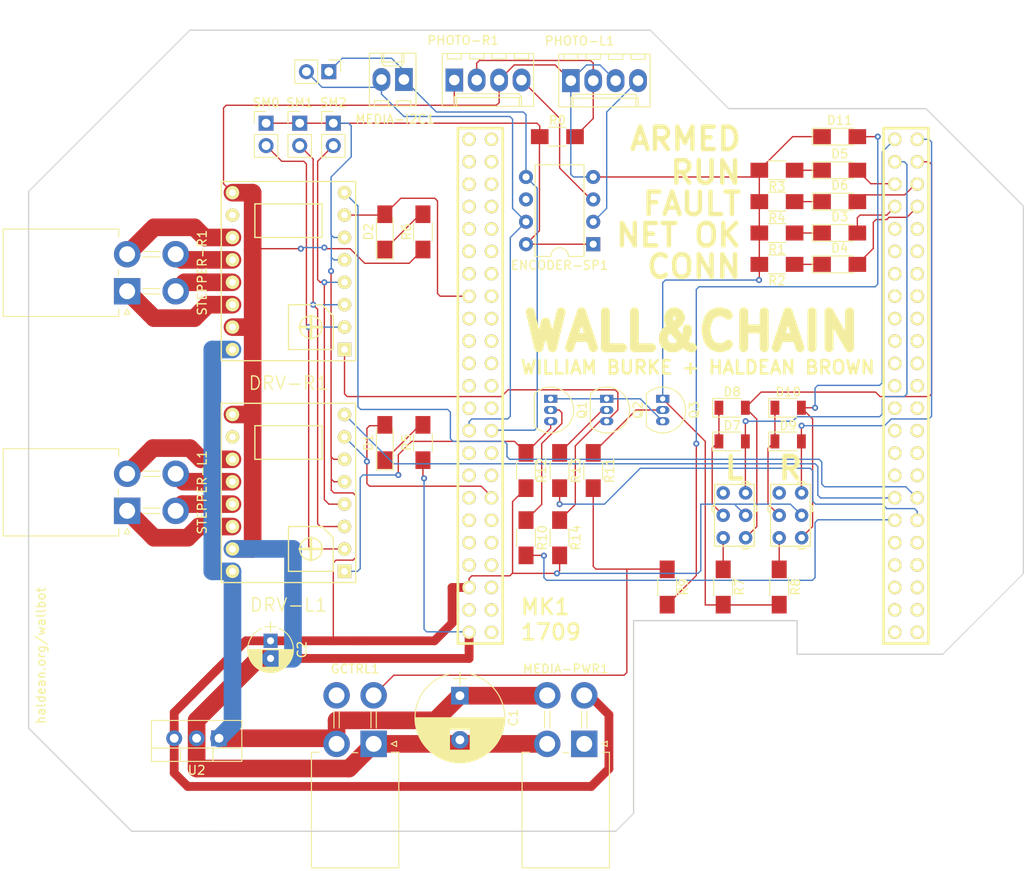
<source format=kicad_pcb>
(kicad_pcb (version 4) (host pcbnew 4.0.6)

  (general
    (links 114)
    (no_connects 0)
    (area 79.680999 70.917999 192.607001 161.873001)
    (thickness 1.6)
    (drawings 33)
    (tracks 494)
    (zones 0)
    (modules 56)
    (nets 52)
  )

  (page USLetter)
  (title_block
    (title "2CHAINZ INTERFACE BOARD")
    (date 2017-07-10)
    (rev 0)
    (company 2WILLZ)
  )

  (layers
    (0 F.Cu signal)
    (31 B.Cu signal)
    (32 B.Adhes user)
    (33 F.Adhes user)
    (34 B.Paste user)
    (35 F.Paste user)
    (36 B.SilkS user)
    (37 F.SilkS user)
    (38 B.Mask user hide)
    (39 F.Mask user)
    (40 Dwgs.User user)
    (41 Cmts.User user)
    (42 Eco1.User user)
    (43 Eco2.User user hide)
    (44 Edge.Cuts user)
    (45 Margin user hide)
    (46 B.CrtYd user)
    (47 F.CrtYd user)
    (48 B.Fab user hide)
    (49 F.Fab user hide)
  )

  (setup
    (last_trace_width 2)
    (user_trace_width 1)
    (user_trace_width 2)
    (trace_clearance 0.1524)
    (zone_clearance 0.508)
    (zone_45_only no)
    (trace_min 0.1524)
    (segment_width 0.2)
    (edge_width 0.15)
    (via_size 0.6858)
    (via_drill 0.3302)
    (via_min_size 0.6858)
    (via_min_drill 0.3302)
    (uvia_size 0.762)
    (uvia_drill 0.508)
    (uvias_allowed no)
    (uvia_min_size 0)
    (uvia_min_drill 0)
    (pcb_text_width 0.3)
    (pcb_text_size 1.5 1.5)
    (mod_edge_width 0.15)
    (mod_text_size 1 1)
    (mod_text_width 0.15)
    (pad_size 1.524 1.524)
    (pad_drill 0.762)
    (pad_to_mask_clearance 0.2)
    (aux_axis_origin 0 0)
    (visible_elements 7FFFFF7F)
    (pcbplotparams
      (layerselection 0x00030_80000001)
      (usegerberextensions false)
      (excludeedgelayer true)
      (linewidth 0.100000)
      (plotframeref false)
      (viasonmask false)
      (mode 1)
      (useauxorigin false)
      (hpglpennumber 1)
      (hpglpenspeed 20)
      (hpglpendiameter 15)
      (hpglpenoverlay 2)
      (psnegative false)
      (psa4output false)
      (plotreference true)
      (plotvalue true)
      (plotinvisibletext false)
      (padsonsilk false)
      (subtractmaskfromsilk false)
      (outputformat 4)
      (mirror false)
      (drillshape 0)
      (scaleselection 1)
      (outputdirectory mk0-renders/))
  )

  (net 0 "")
  (net 1 MLE)
  (net 2 "Net-(DRV-L1-Pad2)")
  (net 3 "Net-(DRV-L1-Pad3)")
  (net 4 "Net-(DRV-L1-Pad4)")
  (net 5 MLS)
  (net 6 MLD)
  (net 7 "Net-(DRV-L1-Pad11)")
  (net 8 "Net-(DRV-L1-Pad12)")
  (net 9 "Net-(DRV-L1-Pad13)")
  (net 10 "Net-(DRV-L1-Pad14)")
  (net 11 MRE)
  (net 12 MRS)
  (net 13 MRD)
  (net 14 "Net-(DRV-R1-Pad11)")
  (net 15 "Net-(DRV-R1-Pad12)")
  (net 16 "Net-(DRV-R1-Pad13)")
  (net 17 "Net-(DRV-R1-Pad14)")
  (net 18 SDA)
  (net 19 "Net-(ENCODER-SP1-Pad2)")
  (net 20 "Net-(ENCODER-SP1-Pad3)")
  (net 21 SCL)
  (net 22 "Net-(PHOTO-L1-Pad2)")
  (net 23 VCC)
  (net 24 GND)
  (net 25 +12V)
  (net 26 "Net-(D1-Pad1)")
  (net 27 "Net-(D2-Pad1)")
  (net 28 "Net-(D3-Pad1)")
  (net 29 INETRDY)
  (net 30 "Net-(D4-Pad1)")
  (net 31 "Net-(D5-Pad1)")
  (net 32 IRUN)
  (net 33 "Net-(D6-Pad1)")
  (net 34 IFAULT)
  (net 35 "Net-(D7-Pad1)")
  (net 36 LFR)
  (net 37 LFF)
  (net 38 "Net-(D10-Pad1)")
  (net 39 RFR)
  (net 40 RFF)
  (net 41 MLARM_)
  (net 42 MRARM_)
  (net 43 "Net-(R7-Pad1)")
  (net 44 "Net-(R8-Pad1)")
  (net 45 INETCON)
  (net 46 "Net-(Q1-Pad2)")
  (net 47 "Net-(Q1-Pad1)")
  (net 48 "Net-(Q2-Pad2)")
  (net 49 "Net-(Q3-Pad2)")
  (net 50 "Net-(D11-Pad2)")
  (net 51 ARM+)

  (net_class Default "This is the default net class."
    (clearance 0.1524)
    (trace_width 0.1524)
    (via_dia 0.6858)
    (via_drill 0.3302)
    (uvia_dia 0.762)
    (uvia_drill 0.508)
    (add_net +12V)
    (add_net ARM+)
    (add_net GND)
    (add_net IFAULT)
    (add_net INETCON)
    (add_net INETRDY)
    (add_net IRUN)
    (add_net LFF)
    (add_net LFR)
    (add_net MLARM_)
    (add_net MLD)
    (add_net MLE)
    (add_net MLS)
    (add_net MRARM_)
    (add_net MRD)
    (add_net MRE)
    (add_net MRS)
    (add_net "Net-(D1-Pad1)")
    (add_net "Net-(D10-Pad1)")
    (add_net "Net-(D11-Pad2)")
    (add_net "Net-(D2-Pad1)")
    (add_net "Net-(D3-Pad1)")
    (add_net "Net-(D4-Pad1)")
    (add_net "Net-(D5-Pad1)")
    (add_net "Net-(D6-Pad1)")
    (add_net "Net-(D7-Pad1)")
    (add_net "Net-(DRV-L1-Pad11)")
    (add_net "Net-(DRV-L1-Pad12)")
    (add_net "Net-(DRV-L1-Pad13)")
    (add_net "Net-(DRV-L1-Pad14)")
    (add_net "Net-(DRV-L1-Pad2)")
    (add_net "Net-(DRV-L1-Pad3)")
    (add_net "Net-(DRV-L1-Pad4)")
    (add_net "Net-(DRV-R1-Pad11)")
    (add_net "Net-(DRV-R1-Pad12)")
    (add_net "Net-(DRV-R1-Pad13)")
    (add_net "Net-(DRV-R1-Pad14)")
    (add_net "Net-(ENCODER-SP1-Pad2)")
    (add_net "Net-(ENCODER-SP1-Pad3)")
    (add_net "Net-(PHOTO-L1-Pad2)")
    (add_net "Net-(Q1-Pad1)")
    (add_net "Net-(Q1-Pad2)")
    (add_net "Net-(Q2-Pad2)")
    (add_net "Net-(Q3-Pad2)")
    (add_net "Net-(R7-Pad1)")
    (add_net "Net-(R8-Pad1)")
    (add_net RFF)
    (add_net RFR)
    (add_net SCL)
    (add_net SDA)
    (add_net VCC)
  )

  (net_class HighI ""
    (clearance 1)
    (trace_width 5.5)
    (via_dia 0.6858)
    (via_drill 0.3302)
    (uvia_dia 0.762)
    (uvia_drill 0.508)
  )

  (module Mounting_Holes:MountingHole_3.7mm (layer F.Cu) (tedit 59B195F9) (tstamp 59B197F0)
    (at 88.265 134.874)
    (descr "Mounting Hole 3.7mm, no annular")
    (tags "mounting hole 3.7mm no annular")
    (fp_text reference REF** (at 0 -4.7) (layer F.SilkS) hide
      (effects (font (size 1 1) (thickness 0.15)))
    )
    (fp_text value MountingHole_3.7mm (at 0 4.7) (layer F.Fab)
      (effects (font (size 1 1) (thickness 0.15)))
    )
    (fp_circle (center 0 0) (end 3.7 0) (layer Cmts.User) (width 0.15))
    (fp_circle (center 0 0) (end 3.95 0) (layer F.CrtYd) (width 0.05))
    (pad 1 np_thru_hole circle (at 0 0) (size 3.7 3.7) (drill 3.7) (layers *.Cu *.Mask))
  )

  (module Mounting_Holes:MountingHole_3.7mm (layer F.Cu) (tedit 59B195F9) (tstamp 59B197E0)
    (at 88.265 88.392)
    (descr "Mounting Hole 3.7mm, no annular")
    (tags "mounting hole 3.7mm no annular")
    (fp_text reference REF** (at 0 -4.7) (layer F.SilkS) hide
      (effects (font (size 1 1) (thickness 0.15)))
    )
    (fp_text value MountingHole_3.7mm (at 0 4.7) (layer F.Fab)
      (effects (font (size 1 1) (thickness 0.15)))
    )
    (fp_circle (center 0 0) (end 3.7 0) (layer Cmts.User) (width 0.15))
    (fp_circle (center 0 0) (end 3.95 0) (layer F.CrtYd) (width 0.05))
    (pad 1 np_thru_hole circle (at 0 0) (size 3.7 3.7) (drill 3.7) (layers *.Cu *.Mask))
  )

  (module Mounting_Holes:MountingHole_3.7mm (layer F.Cu) (tedit 59B195F9) (tstamp 59B19656)
    (at 122.301 85.852)
    (descr "Mounting Hole 3.7mm, no annular")
    (tags "mounting hole 3.7mm no annular")
    (fp_text reference REF** (at 0 -4.7) (layer F.SilkS) hide
      (effects (font (size 1 1) (thickness 0.15)))
    )
    (fp_text value MountingHole_3.7mm (at 0 4.7) (layer F.Fab)
      (effects (font (size 1 1) (thickness 0.15)))
    )
    (fp_circle (center 0 0) (end 3.7 0) (layer Cmts.User) (width 0.15))
    (fp_circle (center 0 0) (end 3.95 0) (layer F.CrtYd) (width 0.05))
    (pad 1 np_thru_hole circle (at 0 0) (size 3.7 3.7) (drill 3.7) (layers *.Cu *.Mask))
  )

  (module Mounting_Holes:MountingHole_3.7mm (layer F.Cu) (tedit 59B195F9) (tstamp 59B19644)
    (at 88.392 110.998)
    (descr "Mounting Hole 3.7mm, no annular")
    (tags "mounting hole 3.7mm no annular")
    (fp_text reference REF** (at 0 -4.7) (layer F.SilkS) hide
      (effects (font (size 1 1) (thickness 0.15)))
    )
    (fp_text value MountingHole_3.7mm (at 0 4.7) (layer F.Fab)
      (effects (font (size 1 1) (thickness 0.15)))
    )
    (fp_circle (center 0 0) (end 3.7 0) (layer Cmts.User) (width 0.15))
    (fp_circle (center 0 0) (end 3.95 0) (layer F.CrtYd) (width 0.05))
    (pad 1 np_thru_hole circle (at 0 0) (size 3.7 3.7) (drill 3.7) (layers *.Cu *.Mask))
  )

  (module Mounting_Holes:MountingHole_3.7mm (layer F.Cu) (tedit 59B195F9) (tstamp 59B1962B)
    (at 122.301 134.874)
    (descr "Mounting Hole 3.7mm, no annular")
    (tags "mounting hole 3.7mm no annular")
    (fp_text reference REF** (at 0 -4.7) (layer F.SilkS) hide
      (effects (font (size 1 1) (thickness 0.15)))
    )
    (fp_text value MountingHole_3.7mm (at 0 4.7) (layer F.Fab)
      (effects (font (size 1 1) (thickness 0.15)))
    )
    (fp_circle (center 0 0) (end 3.7 0) (layer Cmts.User) (width 0.15))
    (fp_circle (center 0 0) (end 3.95 0) (layer F.CrtYd) (width 0.05))
    (pad 1 np_thru_hole circle (at 0 0) (size 3.7 3.7) (drill 3.7) (layers *.Cu *.Mask))
  )

  (module Mounting_Holes:MountingHole_3.7mm (layer F.Cu) (tedit 59B195F9) (tstamp 59B19607)
    (at 187.579 130.175)
    (descr "Mounting Hole 3.7mm, no annular")
    (tags "mounting hole 3.7mm no annular")
    (fp_text reference REF** (at 0 -4.7) (layer F.SilkS) hide
      (effects (font (size 1 1) (thickness 0.15)))
    )
    (fp_text value MountingHole_3.7mm (at 0 4.7) (layer F.Fab)
      (effects (font (size 1 1) (thickness 0.15)))
    )
    (fp_circle (center 0 0) (end 3.7 0) (layer Cmts.User) (width 0.15))
    (fp_circle (center 0 0) (end 3.95 0) (layer F.CrtYd) (width 0.05))
    (pad 1 np_thru_hole circle (at 0 0) (size 3.7 3.7) (drill 3.7) (layers *.Cu *.Mask))
  )

  (module bbb:BBB (layer F.Cu) (tedit 596FEEEF) (tstamp 596D9062)
    (at 182.372 67.818 270)
    (descr "Beagle Bone Black")
    (tags Beagle)
    (path /5964028F)
    (fp_text reference U1 (at 44.8945 23.9395 270) (layer F.SilkS) hide
      (effects (font (size 1.016 1.016) (thickness 0.254)))
    )
    (fp_text value bbb (at 44.7675 26.67 270) (layer F.SilkS) hide
      (effects (font (size 1.016 1.016) (thickness 0.2032)))
    )
    (fp_line (start 72.6948 0.6096) (end 72.6948 5.6896) (layer F.SilkS) (width 0.3048))
    (fp_line (start 21.8948 0.6096) (end 72.6948 0.6096) (layer F.SilkS) (width 0.3048))
    (fp_line (start 21.8948 5.6896) (end 72.6948 5.6896) (layer F.SilkS) (width 0.3048))
    (fp_line (start 21.8948 5.6896) (end 14.2748 5.6896) (layer F.SilkS) (width 0.3))
    (fp_line (start 14.2748 0.6096) (end 21.8948 0.6096) (layer F.SilkS) (width 0.3))
    (fp_line (start 14.2748 5.6896) (end 14.2748 0.6096) (layer F.SilkS) (width 0.3))
    (fp_line (start 14.2748 53.9496) (end 14.2748 48.8696) (layer F.SilkS) (width 0.3))
    (fp_line (start 14.2748 48.8696) (end 21.8948 48.8696) (layer F.SilkS) (width 0.3))
    (fp_line (start 21.8948 53.9496) (end 14.2748 53.9496) (layer F.SilkS) (width 0.3))
    (fp_line (start 21.8948 53.9496) (end 72.6948 53.9496) (layer F.SilkS) (width 0.3048))
    (fp_line (start 21.8948 48.8696) (end 72.6948 48.8696) (layer F.SilkS) (width 0.3048))
    (fp_line (start 72.6948 48.8696) (end 72.6948 53.9496) (layer F.SilkS) (width 0.3048))
    (fp_line (start 90.4875 48.26) (end 90.4875 33.655) (layer Cmts.User) (width 0.381))
    (fp_arc (start 84.1375 48.2723) (end 84.1375 54.6223) (angle -90) (layer Cmts.User) (width 0.381))
    (fp_line (start 84.1375 54.61) (end 16.8275 54.61) (layer Cmts.User) (width 0.381))
    (fp_line (start 90.4875 33.655) (end 70.1675 33.655) (layer Cmts.User) (width 0.381))
    (fp_line (start 70.1675 33.655) (end 70.1675 15.875) (layer Cmts.User) (width 0.381))
    (fp_line (start 4.1275 12.7) (end 4.1275 41.91) (layer Cmts.User) (width 0.381))
    (fp_arc (start 16.8275 41.91) (end 4.1275 41.91) (angle -90) (layer Cmts.User) (width 0.381))
    (fp_arc (start 16.8275 12.7) (end 16.8275 0) (angle -90) (layer Cmts.User) (width 0.381))
    (fp_line (start 90.4875 0) (end 16.8275 0) (layer Cmts.User) (width 0.381))
    (fp_line (start 90.4875 15.875) (end 70.1675 15.875) (layer Cmts.User) (width 0.381))
    (fp_line (start 90.4875 15.875) (end 90.4875 0) (layer Cmts.User) (width 0.381))
    (pad 1 thru_hole circle (at 71.4248 4.4196 90) (size 1.5 1.5) (drill 1.02) (layers *.Cu *.Mask F.SilkS))
    (pad 46 thru_hole circle (at 15.5448 1.8796 90) (size 1.524 1.524) (drill 1.016) (layers *.Cu *.Mask F.SilkS)
      (net 39 RFR))
    (pad 45 thru_hole circle (at 15.5448 4.4196 90) (size 1.524 1.524) (drill 1.016) (layers *.Cu *.Mask F.SilkS)
      (net 40 RFF))
    (pad 44 thru_hole circle (at 18.0848 1.8796 90) (size 1.524 1.524) (drill 1.016) (layers *.Cu *.Mask F.SilkS)
      (net 37 LFF))
    (pad 43 thru_hole circle (at 18.0848 4.4196 90) (size 1.524 1.524) (drill 1.016) (layers *.Cu *.Mask F.SilkS)
      (net 36 LFR))
    (pad 42 thru_hole circle (at 20.6248 1.8796 90) (size 1.524 1.524) (drill 1.016) (layers *.Cu *.Mask F.SilkS)
      (net 34 IFAULT))
    (pad 41 thru_hole circle (at 20.6248 4.4196 90) (size 1.524 1.524) (drill 1.016) (layers *.Cu *.Mask F.SilkS)
      (net 32 IRUN))
    (pad 30 thru_hole circle (at 35.8648 1.8796 90) (size 1.524 1.524) (drill 1.016) (layers *.Cu *.Mask F.SilkS))
    (pad 40 thru_hole circle (at 23.1648 1.8796 90) (size 1.524 1.524) (drill 1.016) (layers *.Cu *.Mask F.SilkS)
      (net 45 INETCON))
    (pad 39 thru_hole circle (at 23.1648 4.4196 90) (size 1.524 1.524) (drill 1.016) (layers *.Cu *.Mask F.SilkS)
      (net 29 INETRDY))
    (pad 9 thru_hole circle (at 61.2648 4.4196 90) (size 1.524 1.524) (drill 1.016) (layers *.Cu *.Mask F.SilkS))
    (pad 7 thru_hole circle (at 63.8048 4.4196 90) (size 1.524 1.524) (drill 1.016) (layers *.Cu *.Mask F.SilkS))
    (pad 5 thru_hole circle (at 66.3448 4.4196 90) (size 1.524 1.524) (drill 1.016) (layers *.Cu *.Mask F.SilkS))
    (pad 3 thru_hole circle (at 68.8848 4.4196 90) (size 1.524 1.524) (drill 1.016) (layers *.Cu *.Mask F.SilkS))
    (pad 37 thru_hole circle (at 25.7048 4.4196 90) (size 1.524 1.524) (drill 1.016) (layers *.Cu *.Mask F.SilkS))
    (pad 35 thru_hole circle (at 28.2448 4.4196 90) (size 1.524 1.524) (drill 1.016) (layers *.Cu *.Mask F.SilkS))
    (pad 38 thru_hole circle (at 25.7048 1.8796 90) (size 1.524 1.524) (drill 1.016) (layers *.Cu *.Mask F.SilkS))
    (pad 36 thru_hole circle (at 28.2448 1.8796 90) (size 1.524 1.524) (drill 1.016) (layers *.Cu *.Mask F.SilkS))
    (pad 34 thru_hole circle (at 30.7848 1.8796 90) (size 1.524 1.524) (drill 1.016) (layers *.Cu *.Mask F.SilkS))
    (pad 32 thru_hole circle (at 33.3248 1.8796 90) (size 1.524 1.524) (drill 1.016) (layers *.Cu *.Mask F.SilkS))
    (pad 28 thru_hole circle (at 38.4048 1.8796 90) (size 1.524 1.524) (drill 1.016) (layers *.Cu *.Mask F.SilkS))
    (pad 33 thru_hole circle (at 30.7848 4.4196 90) (size 1.524 1.524) (drill 1.016) (layers *.Cu *.Mask F.SilkS))
    (pad 26 thru_hole circle (at 40.9448 1.8796 90) (size 1.524 1.524) (drill 1.016) (layers *.Cu *.Mask F.SilkS))
    (pad 24 thru_hole circle (at 43.4848 1.8796 90) (size 1.524 1.524) (drill 1.016) (layers *.Cu *.Mask F.SilkS))
    (pad 31 thru_hole circle (at 33.3248 4.4196 90) (size 1.524 1.524) (drill 1.016) (layers *.Cu *.Mask F.SilkS))
    (pad 22 thru_hole circle (at 46.0248 1.8796 90) (size 1.524 1.524) (drill 1.016) (layers *.Cu *.Mask F.SilkS))
    (pad 29 thru_hole circle (at 35.8648 4.4196 90) (size 1.524 1.524) (drill 1.016) (layers *.Cu *.Mask F.SilkS))
    (pad 20 thru_hole circle (at 48.5648 1.8796 90) (size 1.524 1.524) (drill 1.016) (layers *.Cu *.Mask F.SilkS))
    (pad 27 thru_hole circle (at 38.4048 4.4196 90) (size 1.524 1.524) (drill 1.016) (layers *.Cu *.Mask F.SilkS))
    (pad 18 thru_hole circle (at 51.1048 1.8796 90) (size 1.524 1.524) (drill 1.016) (layers *.Cu *.Mask F.SilkS))
    (pad 25 thru_hole circle (at 40.9448 4.4196 90) (size 1.524 1.524) (drill 1.016) (layers *.Cu *.Mask F.SilkS))
    (pad 16 thru_hole circle (at 53.6448 1.8796 90) (size 1.524 1.524) (drill 1.016) (layers *.Cu *.Mask F.SilkS))
    (pad 23 thru_hole circle (at 43.4848 4.4196 90) (size 1.524 1.524) (drill 1.016) (layers *.Cu *.Mask F.SilkS))
    (pad 14 thru_hole circle (at 56.1848 1.8796 90) (size 1.524 1.524) (drill 1.016) (layers *.Cu *.Mask F.SilkS)
      (net 13 MRD))
    (pad 21 thru_hole circle (at 46.0248 4.4196 90) (size 1.524 1.524) (drill 1.016) (layers *.Cu *.Mask F.SilkS))
    (pad 12 thru_hole circle (at 58.7248 1.8796 90) (size 1.524 1.524) (drill 1.016) (layers *.Cu *.Mask F.SilkS)
      (net 11 MRE))
    (pad 19 thru_hole circle (at 48.5648 4.4196 90) (size 1.524 1.524) (drill 1.016) (layers *.Cu *.Mask F.SilkS))
    (pad 10 thru_hole circle (at 61.2648 1.8796 90) (size 1.524 1.524) (drill 1.016) (layers *.Cu *.Mask F.SilkS))
    (pad 17 thru_hole circle (at 51.1048 4.4196 90) (size 1.524 1.524) (drill 1.016) (layers *.Cu *.Mask F.SilkS))
    (pad 8 thru_hole circle (at 63.8048 1.8796 90) (size 1.524 1.524) (drill 1.016) (layers *.Cu *.Mask F.SilkS))
    (pad 15 thru_hole circle (at 53.6448 4.4196 90) (size 1.524 1.524) (drill 1.016) (layers *.Cu *.Mask F.SilkS))
    (pad 6 thru_hole circle (at 66.3448 1.8796 90) (size 1.524 1.524) (drill 1.016) (layers *.Cu *.Mask F.SilkS))
    (pad 13 thru_hole circle (at 56.1848 4.4196 90) (size 1.524 1.524) (drill 1.016) (layers *.Cu *.Mask F.SilkS)
      (net 6 MLD))
    (pad 4 thru_hole circle (at 68.8848 1.8796 90) (size 1.524 1.524) (drill 1.016) (layers *.Cu *.Mask F.SilkS))
    (pad 11 thru_hole circle (at 58.7248 4.4196 90) (size 1.524 1.524) (drill 1.016) (layers *.Cu *.Mask F.SilkS)
      (net 1 MLE))
    (pad 2 thru_hole circle (at 71.4248 1.8796 90) (size 1.524 1.524) (drill 1.016) (layers *.Cu *.Mask F.SilkS))
    (pad 902 thru_hole circle (at 71.4248 50.1396 90) (size 1.524 1.524) (drill 1.016) (layers *.Cu *.Mask F.SilkS))
    (pad 911 thru_hole circle (at 58.7248 52.6796 90) (size 1.524 1.524) (drill 1.016) (layers *.Cu *.Mask F.SilkS))
    (pad 904 thru_hole circle (at 68.8848 50.1396 90) (size 1.524 1.524) (drill 1.016) (layers *.Cu *.Mask F.SilkS))
    (pad 913 thru_hole circle (at 56.1848 52.6796 90) (size 1.524 1.524) (drill 1.016) (layers *.Cu *.Mask F.SilkS))
    (pad 906 thru_hole circle (at 66.3448 50.1396 90) (size 1.524 1.524) (drill 1.016) (layers *.Cu *.Mask F.SilkS))
    (pad 915 thru_hole circle (at 53.6448 52.6796 90) (size 1.524 1.524) (drill 1.016) (layers *.Cu *.Mask F.SilkS))
    (pad 908 thru_hole circle (at 63.8048 50.1396 90) (size 1.524 1.524) (drill 1.016) (layers *.Cu *.Mask F.SilkS))
    (pad 917 thru_hole circle (at 51.1048 52.6796 90) (size 1.524 1.524) (drill 1.016) (layers *.Cu *.Mask F.SilkS))
    (pad 910 thru_hole circle (at 61.2648 50.1396 90) (size 1.524 1.524) (drill 1.016) (layers *.Cu *.Mask F.SilkS))
    (pad 919 thru_hole circle (at 48.5648 52.6796 90) (size 1.524 1.524) (drill 1.016) (layers *.Cu *.Mask F.SilkS)
      (net 21 SCL))
    (pad 912 thru_hole circle (at 58.7248 50.1396 90) (size 1.524 1.524) (drill 1.016) (layers *.Cu *.Mask F.SilkS))
    (pad 921 thru_hole circle (at 46.0248 52.6796 90) (size 1.524 1.524) (drill 1.016) (layers *.Cu *.Mask F.SilkS))
    (pad 914 thru_hole circle (at 56.1848 50.1396 90) (size 1.524 1.524) (drill 1.016) (layers *.Cu *.Mask F.SilkS)
      (net 5 MLS))
    (pad 923 thru_hole circle (at 43.4848 52.6796 90) (size 1.524 1.524) (drill 1.016) (layers *.Cu *.Mask F.SilkS))
    (pad 916 thru_hole circle (at 53.6448 50.1396 90) (size 1.524 1.524) (drill 1.016) (layers *.Cu *.Mask F.SilkS))
    (pad 925 thru_hole circle (at 40.9448 52.6796 90) (size 1.524 1.524) (drill 1.016) (layers *.Cu *.Mask F.SilkS))
    (pad 918 thru_hole circle (at 51.1048 50.1396 90) (size 1.524 1.524) (drill 1.016) (layers *.Cu *.Mask F.SilkS))
    (pad 927 thru_hole circle (at 38.4048 52.6796 90) (size 1.524 1.524) (drill 1.016) (layers *.Cu *.Mask F.SilkS))
    (pad 920 thru_hole circle (at 48.5648 50.1396 90) (size 1.524 1.524) (drill 1.016) (layers *.Cu *.Mask F.SilkS)
      (net 18 SDA))
    (pad 929 thru_hole circle (at 35.8648 52.6796 90) (size 1.524 1.524) (drill 1.016) (layers *.Cu *.Mask F.SilkS))
    (pad 922 thru_hole circle (at 46.0248 50.1396 90) (size 1.524 1.524) (drill 1.016) (layers *.Cu *.Mask F.SilkS))
    (pad 931 thru_hole circle (at 33.3248 52.6796 90) (size 1.524 1.524) (drill 1.016) (layers *.Cu *.Mask F.SilkS)
      (net 12 MRS))
    (pad 924 thru_hole circle (at 43.4848 50.1396 90) (size 1.524 1.524) (drill 1.016) (layers *.Cu *.Mask F.SilkS))
    (pad 926 thru_hole circle (at 40.9448 50.1396 90) (size 1.524 1.524) (drill 1.016) (layers *.Cu *.Mask F.SilkS))
    (pad 933 thru_hole circle (at 30.7848 52.6796 90) (size 1.524 1.524) (drill 1.016) (layers *.Cu *.Mask F.SilkS))
    (pad 928 thru_hole circle (at 38.4048 50.1396 90) (size 1.524 1.524) (drill 1.016) (layers *.Cu *.Mask F.SilkS))
    (pad 932 thru_hole circle (at 33.3248 50.1396 90) (size 1.524 1.524) (drill 1.016) (layers *.Cu *.Mask F.SilkS))
    (pad 934 thru_hole circle (at 30.7848 50.1396 90) (size 1.524 1.524) (drill 1.016) (layers *.Cu *.Mask F.SilkS))
    (pad 936 thru_hole circle (at 28.2448 50.1396 90) (size 1.524 1.524) (drill 1.016) (layers *.Cu *.Mask F.SilkS))
    (pad 938 thru_hole circle (at 25.7048 50.1396 90) (size 1.524 1.524) (drill 1.016) (layers *.Cu *.Mask F.SilkS))
    (pad 935 thru_hole circle (at 28.2448 52.6796 90) (size 1.524 1.524) (drill 1.016) (layers *.Cu *.Mask F.SilkS))
    (pad 937 thru_hole circle (at 25.7048 52.6796 90) (size 1.524 1.524) (drill 1.016) (layers *.Cu *.Mask F.SilkS))
    (pad 903 thru_hole circle (at 68.8848 52.6796 90) (size 1.524 1.524) (drill 1.016) (layers *.Cu *.Mask F.SilkS))
    (pad 905 thru_hole circle (at 66.3448 52.6796 90) (size 1.524 1.524) (drill 1.016) (layers *.Cu *.Mask F.SilkS)
      (net 23 VCC))
    (pad 907 thru_hole circle (at 63.8048 52.6796 90) (size 1.524 1.524) (drill 1.016) (layers *.Cu *.Mask F.SilkS))
    (pad 909 thru_hole circle (at 61.2648 52.6796 90) (size 1.524 1.524) (drill 1.016) (layers *.Cu *.Mask F.SilkS))
    (pad 939 thru_hole circle (at 23.1648 52.6796 90) (size 1.524 1.524) (drill 1.016) (layers *.Cu *.Mask F.SilkS))
    (pad 940 thru_hole circle (at 23.1648 50.1396 90) (size 1.524 1.524) (drill 1.016) (layers *.Cu *.Mask F.SilkS))
    (pad 930 thru_hole circle (at 35.8648 50.1396 90) (size 1.524 1.524) (drill 1.016) (layers *.Cu *.Mask F.SilkS))
    (pad 941 thru_hole circle (at 20.6248 52.6796 90) (size 1.524 1.524) (drill 1.016) (layers *.Cu *.Mask F.SilkS))
    (pad 942 thru_hole circle (at 20.6248 50.1396 90) (size 1.524 1.524) (drill 1.016) (layers *.Cu *.Mask F.SilkS))
    (pad 943 thru_hole circle (at 18.0848 52.6796 90) (size 1.524 1.524) (drill 1.016) (layers *.Cu *.Mask F.SilkS))
    (pad 944 thru_hole circle (at 18.0848 50.1396 90) (size 1.524 1.524) (drill 1.016) (layers *.Cu *.Mask F.SilkS))
    (pad 945 thru_hole circle (at 15.5448 52.6796 90) (size 1.524 1.524) (drill 1.016) (layers *.Cu *.Mask F.SilkS))
    (pad 946 thru_hole circle (at 15.5448 50.1396 90) (size 1.524 1.524) (drill 1.016) (layers *.Cu *.Mask F.SilkS))
    (pad 901 thru_hole circle (at 71.4248 52.6796 90) (size 1.5 1.5) (drill 1.02) (layers *.Cu *.Mask F.SilkS)
      (net 24 GND))
  )

  (module Capacitors_THT:CP_Radial_D10.0mm_P5.00mm (layer F.Cu) (tedit 596EDE11) (tstamp 596D8EC4)
    (at 128.651 146.431 270)
    (descr "CP, Radial series, Radial, pin pitch=5.00mm, , diameter=10mm, Electrolytic Capacitor")
    (tags "CP Radial series Radial pin pitch 5.00mm  diameter 10mm Electrolytic Capacitor")
    (path /596413CD)
    (fp_text reference C1 (at 2.5 -6.06 270) (layer F.SilkS)
      (effects (font (size 1 1) (thickness 0.15)))
    )
    (fp_text value 100uF (at 2.5 6.06 270) (layer F.Fab)
      (effects (font (size 1 1) (thickness 0.15)))
    )
    (fp_text user %R (at 2.4 0 270) (layer F.Fab)
      (effects (font (size 1 1) (thickness 0.15)))
    )
    (fp_line (start -2.7 0) (end -1.2 0) (layer F.Fab) (width 0.1))
    (fp_line (start -1.95 -0.75) (end -1.95 0.75) (layer F.Fab) (width 0.1))
    (fp_line (start 2.5 -5.05) (end 2.5 5.05) (layer F.SilkS) (width 0.12))
    (fp_line (start 2.54 -5.05) (end 2.54 5.05) (layer F.SilkS) (width 0.12))
    (fp_line (start 2.58 -5.05) (end 2.58 5.05) (layer F.SilkS) (width 0.12))
    (fp_line (start 2.62 -5.049) (end 2.62 5.049) (layer F.SilkS) (width 0.12))
    (fp_line (start 2.66 -5.048) (end 2.66 5.048) (layer F.SilkS) (width 0.12))
    (fp_line (start 2.7 -5.047) (end 2.7 5.047) (layer F.SilkS) (width 0.12))
    (fp_line (start 2.74 -5.045) (end 2.74 5.045) (layer F.SilkS) (width 0.12))
    (fp_line (start 2.78 -5.043) (end 2.78 5.043) (layer F.SilkS) (width 0.12))
    (fp_line (start 2.82 -5.04) (end 2.82 5.04) (layer F.SilkS) (width 0.12))
    (fp_line (start 2.86 -5.038) (end 2.86 5.038) (layer F.SilkS) (width 0.12))
    (fp_line (start 2.9 -5.035) (end 2.9 5.035) (layer F.SilkS) (width 0.12))
    (fp_line (start 2.94 -5.031) (end 2.94 5.031) (layer F.SilkS) (width 0.12))
    (fp_line (start 2.98 -5.028) (end 2.98 5.028) (layer F.SilkS) (width 0.12))
    (fp_line (start 3.02 -5.024) (end 3.02 5.024) (layer F.SilkS) (width 0.12))
    (fp_line (start 3.06 -5.02) (end 3.06 5.02) (layer F.SilkS) (width 0.12))
    (fp_line (start 3.1 -5.015) (end 3.1 5.015) (layer F.SilkS) (width 0.12))
    (fp_line (start 3.14 -5.01) (end 3.14 5.01) (layer F.SilkS) (width 0.12))
    (fp_line (start 3.18 -5.005) (end 3.18 5.005) (layer F.SilkS) (width 0.12))
    (fp_line (start 3.221 -4.999) (end 3.221 4.999) (layer F.SilkS) (width 0.12))
    (fp_line (start 3.261 -4.993) (end 3.261 4.993) (layer F.SilkS) (width 0.12))
    (fp_line (start 3.301 -4.987) (end 3.301 4.987) (layer F.SilkS) (width 0.12))
    (fp_line (start 3.341 -4.981) (end 3.341 4.981) (layer F.SilkS) (width 0.12))
    (fp_line (start 3.381 -4.974) (end 3.381 4.974) (layer F.SilkS) (width 0.12))
    (fp_line (start 3.421 -4.967) (end 3.421 4.967) (layer F.SilkS) (width 0.12))
    (fp_line (start 3.461 -4.959) (end 3.461 4.959) (layer F.SilkS) (width 0.12))
    (fp_line (start 3.501 -4.951) (end 3.501 4.951) (layer F.SilkS) (width 0.12))
    (fp_line (start 3.541 -4.943) (end 3.541 4.943) (layer F.SilkS) (width 0.12))
    (fp_line (start 3.581 -4.935) (end 3.581 4.935) (layer F.SilkS) (width 0.12))
    (fp_line (start 3.621 -4.926) (end 3.621 4.926) (layer F.SilkS) (width 0.12))
    (fp_line (start 3.661 -4.917) (end 3.661 4.917) (layer F.SilkS) (width 0.12))
    (fp_line (start 3.701 -4.907) (end 3.701 4.907) (layer F.SilkS) (width 0.12))
    (fp_line (start 3.741 -4.897) (end 3.741 4.897) (layer F.SilkS) (width 0.12))
    (fp_line (start 3.781 -4.887) (end 3.781 4.887) (layer F.SilkS) (width 0.12))
    (fp_line (start 3.821 -4.876) (end 3.821 -1.181) (layer F.SilkS) (width 0.12))
    (fp_line (start 3.821 1.181) (end 3.821 4.876) (layer F.SilkS) (width 0.12))
    (fp_line (start 3.861 -4.865) (end 3.861 -1.181) (layer F.SilkS) (width 0.12))
    (fp_line (start 3.861 1.181) (end 3.861 4.865) (layer F.SilkS) (width 0.12))
    (fp_line (start 3.901 -4.854) (end 3.901 -1.181) (layer F.SilkS) (width 0.12))
    (fp_line (start 3.901 1.181) (end 3.901 4.854) (layer F.SilkS) (width 0.12))
    (fp_line (start 3.941 -4.843) (end 3.941 -1.181) (layer F.SilkS) (width 0.12))
    (fp_line (start 3.941 1.181) (end 3.941 4.843) (layer F.SilkS) (width 0.12))
    (fp_line (start 3.981 -4.831) (end 3.981 -1.181) (layer F.SilkS) (width 0.12))
    (fp_line (start 3.981 1.181) (end 3.981 4.831) (layer F.SilkS) (width 0.12))
    (fp_line (start 4.021 -4.818) (end 4.021 -1.181) (layer F.SilkS) (width 0.12))
    (fp_line (start 4.021 1.181) (end 4.021 4.818) (layer F.SilkS) (width 0.12))
    (fp_line (start 4.061 -4.806) (end 4.061 -1.181) (layer F.SilkS) (width 0.12))
    (fp_line (start 4.061 1.181) (end 4.061 4.806) (layer F.SilkS) (width 0.12))
    (fp_line (start 4.101 -4.792) (end 4.101 -1.181) (layer F.SilkS) (width 0.12))
    (fp_line (start 4.101 1.181) (end 4.101 4.792) (layer F.SilkS) (width 0.12))
    (fp_line (start 4.141 -4.779) (end 4.141 -1.181) (layer F.SilkS) (width 0.12))
    (fp_line (start 4.141 1.181) (end 4.141 4.779) (layer F.SilkS) (width 0.12))
    (fp_line (start 4.181 -4.765) (end 4.181 -1.181) (layer F.SilkS) (width 0.12))
    (fp_line (start 4.181 1.181) (end 4.181 4.765) (layer F.SilkS) (width 0.12))
    (fp_line (start 4.221 -4.751) (end 4.221 -1.181) (layer F.SilkS) (width 0.12))
    (fp_line (start 4.221 1.181) (end 4.221 4.751) (layer F.SilkS) (width 0.12))
    (fp_line (start 4.261 -4.737) (end 4.261 -1.181) (layer F.SilkS) (width 0.12))
    (fp_line (start 4.261 1.181) (end 4.261 4.737) (layer F.SilkS) (width 0.12))
    (fp_line (start 4.301 -4.722) (end 4.301 -1.181) (layer F.SilkS) (width 0.12))
    (fp_line (start 4.301 1.181) (end 4.301 4.722) (layer F.SilkS) (width 0.12))
    (fp_line (start 4.341 -4.706) (end 4.341 -1.181) (layer F.SilkS) (width 0.12))
    (fp_line (start 4.341 1.181) (end 4.341 4.706) (layer F.SilkS) (width 0.12))
    (fp_line (start 4.381 -4.691) (end 4.381 -1.181) (layer F.SilkS) (width 0.12))
    (fp_line (start 4.381 1.181) (end 4.381 4.691) (layer F.SilkS) (width 0.12))
    (fp_line (start 4.421 -4.674) (end 4.421 -1.181) (layer F.SilkS) (width 0.12))
    (fp_line (start 4.421 1.181) (end 4.421 4.674) (layer F.SilkS) (width 0.12))
    (fp_line (start 4.461 -4.658) (end 4.461 -1.181) (layer F.SilkS) (width 0.12))
    (fp_line (start 4.461 1.181) (end 4.461 4.658) (layer F.SilkS) (width 0.12))
    (fp_line (start 4.501 -4.641) (end 4.501 -1.181) (layer F.SilkS) (width 0.12))
    (fp_line (start 4.501 1.181) (end 4.501 4.641) (layer F.SilkS) (width 0.12))
    (fp_line (start 4.541 -4.624) (end 4.541 -1.181) (layer F.SilkS) (width 0.12))
    (fp_line (start 4.541 1.181) (end 4.541 4.624) (layer F.SilkS) (width 0.12))
    (fp_line (start 4.581 -4.606) (end 4.581 -1.181) (layer F.SilkS) (width 0.12))
    (fp_line (start 4.581 1.181) (end 4.581 4.606) (layer F.SilkS) (width 0.12))
    (fp_line (start 4.621 -4.588) (end 4.621 -1.181) (layer F.SilkS) (width 0.12))
    (fp_line (start 4.621 1.181) (end 4.621 4.588) (layer F.SilkS) (width 0.12))
    (fp_line (start 4.661 -4.569) (end 4.661 -1.181) (layer F.SilkS) (width 0.12))
    (fp_line (start 4.661 1.181) (end 4.661 4.569) (layer F.SilkS) (width 0.12))
    (fp_line (start 4.701 -4.55) (end 4.701 -1.181) (layer F.SilkS) (width 0.12))
    (fp_line (start 4.701 1.181) (end 4.701 4.55) (layer F.SilkS) (width 0.12))
    (fp_line (start 4.741 -4.531) (end 4.741 -1.181) (layer F.SilkS) (width 0.12))
    (fp_line (start 4.741 1.181) (end 4.741 4.531) (layer F.SilkS) (width 0.12))
    (fp_line (start 4.781 -4.511) (end 4.781 -1.181) (layer F.SilkS) (width 0.12))
    (fp_line (start 4.781 1.181) (end 4.781 4.511) (layer F.SilkS) (width 0.12))
    (fp_line (start 4.821 -4.491) (end 4.821 -1.181) (layer F.SilkS) (width 0.12))
    (fp_line (start 4.821 1.181) (end 4.821 4.491) (layer F.SilkS) (width 0.12))
    (fp_line (start 4.861 -4.47) (end 4.861 -1.181) (layer F.SilkS) (width 0.12))
    (fp_line (start 4.861 1.181) (end 4.861 4.47) (layer F.SilkS) (width 0.12))
    (fp_line (start 4.901 -4.449) (end 4.901 -1.181) (layer F.SilkS) (width 0.12))
    (fp_line (start 4.901 1.181) (end 4.901 4.449) (layer F.SilkS) (width 0.12))
    (fp_line (start 4.941 -4.428) (end 4.941 -1.181) (layer F.SilkS) (width 0.12))
    (fp_line (start 4.941 1.181) (end 4.941 4.428) (layer F.SilkS) (width 0.12))
    (fp_line (start 4.981 -4.405) (end 4.981 -1.181) (layer F.SilkS) (width 0.12))
    (fp_line (start 4.981 1.181) (end 4.981 4.405) (layer F.SilkS) (width 0.12))
    (fp_line (start 5.021 -4.383) (end 5.021 -1.181) (layer F.SilkS) (width 0.12))
    (fp_line (start 5.021 1.181) (end 5.021 4.383) (layer F.SilkS) (width 0.12))
    (fp_line (start 5.061 -4.36) (end 5.061 -1.181) (layer F.SilkS) (width 0.12))
    (fp_line (start 5.061 1.181) (end 5.061 4.36) (layer F.SilkS) (width 0.12))
    (fp_line (start 5.101 -4.336) (end 5.101 -1.181) (layer F.SilkS) (width 0.12))
    (fp_line (start 5.101 1.181) (end 5.101 4.336) (layer F.SilkS) (width 0.12))
    (fp_line (start 5.141 -4.312) (end 5.141 -1.181) (layer F.SilkS) (width 0.12))
    (fp_line (start 5.141 1.181) (end 5.141 4.312) (layer F.SilkS) (width 0.12))
    (fp_line (start 5.181 -4.288) (end 5.181 -1.181) (layer F.SilkS) (width 0.12))
    (fp_line (start 5.181 1.181) (end 5.181 4.288) (layer F.SilkS) (width 0.12))
    (fp_line (start 5.221 -4.263) (end 5.221 -1.181) (layer F.SilkS) (width 0.12))
    (fp_line (start 5.221 1.181) (end 5.221 4.263) (layer F.SilkS) (width 0.12))
    (fp_line (start 5.261 -4.237) (end 5.261 -1.181) (layer F.SilkS) (width 0.12))
    (fp_line (start 5.261 1.181) (end 5.261 4.237) (layer F.SilkS) (width 0.12))
    (fp_line (start 5.301 -4.211) (end 5.301 -1.181) (layer F.SilkS) (width 0.12))
    (fp_line (start 5.301 1.181) (end 5.301 4.211) (layer F.SilkS) (width 0.12))
    (fp_line (start 5.341 -4.185) (end 5.341 -1.181) (layer F.SilkS) (width 0.12))
    (fp_line (start 5.341 1.181) (end 5.341 4.185) (layer F.SilkS) (width 0.12))
    (fp_line (start 5.381 -4.157) (end 5.381 -1.181) (layer F.SilkS) (width 0.12))
    (fp_line (start 5.381 1.181) (end 5.381 4.157) (layer F.SilkS) (width 0.12))
    (fp_line (start 5.421 -4.13) (end 5.421 -1.181) (layer F.SilkS) (width 0.12))
    (fp_line (start 5.421 1.181) (end 5.421 4.13) (layer F.SilkS) (width 0.12))
    (fp_line (start 5.461 -4.101) (end 5.461 -1.181) (layer F.SilkS) (width 0.12))
    (fp_line (start 5.461 1.181) (end 5.461 4.101) (layer F.SilkS) (width 0.12))
    (fp_line (start 5.501 -4.072) (end 5.501 -1.181) (layer F.SilkS) (width 0.12))
    (fp_line (start 5.501 1.181) (end 5.501 4.072) (layer F.SilkS) (width 0.12))
    (fp_line (start 5.541 -4.043) (end 5.541 -1.181) (layer F.SilkS) (width 0.12))
    (fp_line (start 5.541 1.181) (end 5.541 4.043) (layer F.SilkS) (width 0.12))
    (fp_line (start 5.581 -4.013) (end 5.581 -1.181) (layer F.SilkS) (width 0.12))
    (fp_line (start 5.581 1.181) (end 5.581 4.013) (layer F.SilkS) (width 0.12))
    (fp_line (start 5.621 -3.982) (end 5.621 -1.181) (layer F.SilkS) (width 0.12))
    (fp_line (start 5.621 1.181) (end 5.621 3.982) (layer F.SilkS) (width 0.12))
    (fp_line (start 5.661 -3.951) (end 5.661 -1.181) (layer F.SilkS) (width 0.12))
    (fp_line (start 5.661 1.181) (end 5.661 3.951) (layer F.SilkS) (width 0.12))
    (fp_line (start 5.701 -3.919) (end 5.701 -1.181) (layer F.SilkS) (width 0.12))
    (fp_line (start 5.701 1.181) (end 5.701 3.919) (layer F.SilkS) (width 0.12))
    (fp_line (start 5.741 -3.886) (end 5.741 -1.181) (layer F.SilkS) (width 0.12))
    (fp_line (start 5.741 1.181) (end 5.741 3.886) (layer F.SilkS) (width 0.12))
    (fp_line (start 5.781 -3.853) (end 5.781 -1.181) (layer F.SilkS) (width 0.12))
    (fp_line (start 5.781 1.181) (end 5.781 3.853) (layer F.SilkS) (width 0.12))
    (fp_line (start 5.821 -3.819) (end 5.821 -1.181) (layer F.SilkS) (width 0.12))
    (fp_line (start 5.821 1.181) (end 5.821 3.819) (layer F.SilkS) (width 0.12))
    (fp_line (start 5.861 -3.784) (end 5.861 -1.181) (layer F.SilkS) (width 0.12))
    (fp_line (start 5.861 1.181) (end 5.861 3.784) (layer F.SilkS) (width 0.12))
    (fp_line (start 5.901 -3.748) (end 5.901 -1.181) (layer F.SilkS) (width 0.12))
    (fp_line (start 5.901 1.181) (end 5.901 3.748) (layer F.SilkS) (width 0.12))
    (fp_line (start 5.941 -3.712) (end 5.941 -1.181) (layer F.SilkS) (width 0.12))
    (fp_line (start 5.941 1.181) (end 5.941 3.712) (layer F.SilkS) (width 0.12))
    (fp_line (start 5.981 -3.675) (end 5.981 -1.181) (layer F.SilkS) (width 0.12))
    (fp_line (start 5.981 1.181) (end 5.981 3.675) (layer F.SilkS) (width 0.12))
    (fp_line (start 6.021 -3.637) (end 6.021 -1.181) (layer F.SilkS) (width 0.12))
    (fp_line (start 6.021 1.181) (end 6.021 3.637) (layer F.SilkS) (width 0.12))
    (fp_line (start 6.061 -3.598) (end 6.061 -1.181) (layer F.SilkS) (width 0.12))
    (fp_line (start 6.061 1.181) (end 6.061 3.598) (layer F.SilkS) (width 0.12))
    (fp_line (start 6.101 -3.559) (end 6.101 -1.181) (layer F.SilkS) (width 0.12))
    (fp_line (start 6.101 1.181) (end 6.101 3.559) (layer F.SilkS) (width 0.12))
    (fp_line (start 6.141 -3.518) (end 6.141 -1.181) (layer F.SilkS) (width 0.12))
    (fp_line (start 6.141 1.181) (end 6.141 3.518) (layer F.SilkS) (width 0.12))
    (fp_line (start 6.181 -3.477) (end 6.181 3.477) (layer F.SilkS) (width 0.12))
    (fp_line (start 6.221 -3.435) (end 6.221 3.435) (layer F.SilkS) (width 0.12))
    (fp_line (start 6.261 -3.391) (end 6.261 3.391) (layer F.SilkS) (width 0.12))
    (fp_line (start 6.301 -3.347) (end 6.301 3.347) (layer F.SilkS) (width 0.12))
    (fp_line (start 6.341 -3.302) (end 6.341 3.302) (layer F.SilkS) (width 0.12))
    (fp_line (start 6.381 -3.255) (end 6.381 3.255) (layer F.SilkS) (width 0.12))
    (fp_line (start 6.421 -3.207) (end 6.421 3.207) (layer F.SilkS) (width 0.12))
    (fp_line (start 6.461 -3.158) (end 6.461 3.158) (layer F.SilkS) (width 0.12))
    (fp_line (start 6.501 -3.108) (end 6.501 3.108) (layer F.SilkS) (width 0.12))
    (fp_line (start 6.541 -3.057) (end 6.541 3.057) (layer F.SilkS) (width 0.12))
    (fp_line (start 6.581 -3.004) (end 6.581 3.004) (layer F.SilkS) (width 0.12))
    (fp_line (start 6.621 -2.949) (end 6.621 2.949) (layer F.SilkS) (width 0.12))
    (fp_line (start 6.661 -2.894) (end 6.661 2.894) (layer F.SilkS) (width 0.12))
    (fp_line (start 6.701 -2.836) (end 6.701 2.836) (layer F.SilkS) (width 0.12))
    (fp_line (start 6.741 -2.777) (end 6.741 2.777) (layer F.SilkS) (width 0.12))
    (fp_line (start 6.781 -2.715) (end 6.781 2.715) (layer F.SilkS) (width 0.12))
    (fp_line (start 6.821 -2.652) (end 6.821 2.652) (layer F.SilkS) (width 0.12))
    (fp_line (start 6.861 -2.587) (end 6.861 2.587) (layer F.SilkS) (width 0.12))
    (fp_line (start 6.901 -2.519) (end 6.901 2.519) (layer F.SilkS) (width 0.12))
    (fp_line (start 6.941 -2.449) (end 6.941 2.449) (layer F.SilkS) (width 0.12))
    (fp_line (start 6.981 -2.377) (end 6.981 2.377) (layer F.SilkS) (width 0.12))
    (fp_line (start 7.021 -2.301) (end 7.021 2.301) (layer F.SilkS) (width 0.12))
    (fp_line (start 7.061 -2.222) (end 7.061 2.222) (layer F.SilkS) (width 0.12))
    (fp_line (start 7.101 -2.14) (end 7.101 2.14) (layer F.SilkS) (width 0.12))
    (fp_line (start 7.141 -2.053) (end 7.141 2.053) (layer F.SilkS) (width 0.12))
    (fp_line (start 7.181 -1.962) (end 7.181 1.962) (layer F.SilkS) (width 0.12))
    (fp_line (start 7.221 -1.866) (end 7.221 1.866) (layer F.SilkS) (width 0.12))
    (fp_line (start 7.261 -1.763) (end 7.261 1.763) (layer F.SilkS) (width 0.12))
    (fp_line (start 7.301 -1.654) (end 7.301 1.654) (layer F.SilkS) (width 0.12))
    (fp_line (start 7.341 -1.536) (end 7.341 1.536) (layer F.SilkS) (width 0.12))
    (fp_line (start 7.381 -1.407) (end 7.381 1.407) (layer F.SilkS) (width 0.12))
    (fp_line (start 7.421 -1.265) (end 7.421 1.265) (layer F.SilkS) (width 0.12))
    (fp_line (start 7.461 -1.104) (end 7.461 1.104) (layer F.SilkS) (width 0.12))
    (fp_line (start 7.501 -0.913) (end 7.501 0.913) (layer F.SilkS) (width 0.12))
    (fp_line (start 7.541 -0.672) (end 7.541 0.672) (layer F.SilkS) (width 0.12))
    (fp_line (start 7.581 -0.279) (end 7.581 0.279) (layer F.SilkS) (width 0.12))
    (fp_line (start -2.7 0) (end -1.2 0) (layer F.SilkS) (width 0.12))
    (fp_line (start -1.95 -0.75) (end -1.95 0.75) (layer F.SilkS) (width 0.12))
    (fp_line (start -2.85 -5.35) (end -2.85 5.35) (layer F.CrtYd) (width 0.05))
    (fp_line (start -2.85 5.35) (end 7.85 5.35) (layer F.CrtYd) (width 0.05))
    (fp_line (start 7.85 5.35) (end 7.85 -5.35) (layer F.CrtYd) (width 0.05))
    (fp_line (start 7.85 -5.35) (end -2.85 -5.35) (layer F.CrtYd) (width 0.05))
    (fp_circle (center 2.5 0) (end 7.5 0) (layer F.Fab) (width 0.1))
    (fp_arc (start 2.5 0) (end -2.451333 -1.18) (angle 153.2) (layer F.SilkS) (width 0.12))
    (fp_arc (start 2.5 0) (end -2.451333 1.18) (angle -153.2) (layer F.SilkS) (width 0.12))
    (fp_arc (start 2.5 0) (end 7.451333 -1.18) (angle 26.8) (layer F.SilkS) (width 0.12))
    (pad 1 thru_hole rect (at 0 0 270) (size 2 2) (drill 1) (layers *.Cu *.Mask)
      (net 25 +12V))
    (pad 2 thru_hole circle (at 5 0 270) (size 2 2) (drill 1) (layers *.Cu *.Mask)
      (net 24 GND))
    (model ${KISYS3DMOD}/Capacitors_THT.3dshapes/CP_Radial_D10.0mm_P5.00mm.wrl
      (at (xyz 0 0 0))
      (scale (xyz 1 1 1))
      (rotate (xyz 0 0 0))
    )
  )

  (module Capacitors_THT:CP_Radial_D5.0mm_P2.00mm (layer F.Cu) (tedit 5920C257) (tstamp 596D8ECA)
    (at 107.188 140.208 270)
    (descr "CP, Radial series, Radial, pin pitch=2.00mm, , diameter=5mm, Electrolytic Capacitor")
    (tags "CP Radial series Radial pin pitch 2.00mm  diameter 5mm Electrolytic Capacitor")
    (path /59642CDE)
    (fp_text reference C2 (at 1 -3.56 270) (layer F.SilkS)
      (effects (font (size 1 1) (thickness 0.15)))
    )
    (fp_text value 0.1uF (at 1 3.56 270) (layer F.Fab)
      (effects (font (size 1 1) (thickness 0.15)))
    )
    (fp_text user %R (at 0.65 0 270) (layer F.Fab)
      (effects (font (size 1 1) (thickness 0.15)))
    )
    (fp_line (start -2.2 0) (end -1 0) (layer F.Fab) (width 0.1))
    (fp_line (start -1.6 -0.65) (end -1.6 0.65) (layer F.Fab) (width 0.1))
    (fp_line (start 1 -2.55) (end 1 2.55) (layer F.SilkS) (width 0.12))
    (fp_line (start 1.04 -2.55) (end 1.04 -0.98) (layer F.SilkS) (width 0.12))
    (fp_line (start 1.04 0.98) (end 1.04 2.55) (layer F.SilkS) (width 0.12))
    (fp_line (start 1.08 -2.549) (end 1.08 -0.98) (layer F.SilkS) (width 0.12))
    (fp_line (start 1.08 0.98) (end 1.08 2.549) (layer F.SilkS) (width 0.12))
    (fp_line (start 1.12 -2.548) (end 1.12 -0.98) (layer F.SilkS) (width 0.12))
    (fp_line (start 1.12 0.98) (end 1.12 2.548) (layer F.SilkS) (width 0.12))
    (fp_line (start 1.16 -2.546) (end 1.16 -0.98) (layer F.SilkS) (width 0.12))
    (fp_line (start 1.16 0.98) (end 1.16 2.546) (layer F.SilkS) (width 0.12))
    (fp_line (start 1.2 -2.543) (end 1.2 -0.98) (layer F.SilkS) (width 0.12))
    (fp_line (start 1.2 0.98) (end 1.2 2.543) (layer F.SilkS) (width 0.12))
    (fp_line (start 1.24 -2.539) (end 1.24 -0.98) (layer F.SilkS) (width 0.12))
    (fp_line (start 1.24 0.98) (end 1.24 2.539) (layer F.SilkS) (width 0.12))
    (fp_line (start 1.28 -2.535) (end 1.28 -0.98) (layer F.SilkS) (width 0.12))
    (fp_line (start 1.28 0.98) (end 1.28 2.535) (layer F.SilkS) (width 0.12))
    (fp_line (start 1.32 -2.531) (end 1.32 -0.98) (layer F.SilkS) (width 0.12))
    (fp_line (start 1.32 0.98) (end 1.32 2.531) (layer F.SilkS) (width 0.12))
    (fp_line (start 1.36 -2.525) (end 1.36 -0.98) (layer F.SilkS) (width 0.12))
    (fp_line (start 1.36 0.98) (end 1.36 2.525) (layer F.SilkS) (width 0.12))
    (fp_line (start 1.4 -2.519) (end 1.4 -0.98) (layer F.SilkS) (width 0.12))
    (fp_line (start 1.4 0.98) (end 1.4 2.519) (layer F.SilkS) (width 0.12))
    (fp_line (start 1.44 -2.513) (end 1.44 -0.98) (layer F.SilkS) (width 0.12))
    (fp_line (start 1.44 0.98) (end 1.44 2.513) (layer F.SilkS) (width 0.12))
    (fp_line (start 1.48 -2.506) (end 1.48 -0.98) (layer F.SilkS) (width 0.12))
    (fp_line (start 1.48 0.98) (end 1.48 2.506) (layer F.SilkS) (width 0.12))
    (fp_line (start 1.52 -2.498) (end 1.52 -0.98) (layer F.SilkS) (width 0.12))
    (fp_line (start 1.52 0.98) (end 1.52 2.498) (layer F.SilkS) (width 0.12))
    (fp_line (start 1.56 -2.489) (end 1.56 -0.98) (layer F.SilkS) (width 0.12))
    (fp_line (start 1.56 0.98) (end 1.56 2.489) (layer F.SilkS) (width 0.12))
    (fp_line (start 1.6 -2.48) (end 1.6 -0.98) (layer F.SilkS) (width 0.12))
    (fp_line (start 1.6 0.98) (end 1.6 2.48) (layer F.SilkS) (width 0.12))
    (fp_line (start 1.64 -2.47) (end 1.64 -0.98) (layer F.SilkS) (width 0.12))
    (fp_line (start 1.64 0.98) (end 1.64 2.47) (layer F.SilkS) (width 0.12))
    (fp_line (start 1.68 -2.46) (end 1.68 -0.98) (layer F.SilkS) (width 0.12))
    (fp_line (start 1.68 0.98) (end 1.68 2.46) (layer F.SilkS) (width 0.12))
    (fp_line (start 1.721 -2.448) (end 1.721 -0.98) (layer F.SilkS) (width 0.12))
    (fp_line (start 1.721 0.98) (end 1.721 2.448) (layer F.SilkS) (width 0.12))
    (fp_line (start 1.761 -2.436) (end 1.761 -0.98) (layer F.SilkS) (width 0.12))
    (fp_line (start 1.761 0.98) (end 1.761 2.436) (layer F.SilkS) (width 0.12))
    (fp_line (start 1.801 -2.424) (end 1.801 -0.98) (layer F.SilkS) (width 0.12))
    (fp_line (start 1.801 0.98) (end 1.801 2.424) (layer F.SilkS) (width 0.12))
    (fp_line (start 1.841 -2.41) (end 1.841 -0.98) (layer F.SilkS) (width 0.12))
    (fp_line (start 1.841 0.98) (end 1.841 2.41) (layer F.SilkS) (width 0.12))
    (fp_line (start 1.881 -2.396) (end 1.881 -0.98) (layer F.SilkS) (width 0.12))
    (fp_line (start 1.881 0.98) (end 1.881 2.396) (layer F.SilkS) (width 0.12))
    (fp_line (start 1.921 -2.382) (end 1.921 -0.98) (layer F.SilkS) (width 0.12))
    (fp_line (start 1.921 0.98) (end 1.921 2.382) (layer F.SilkS) (width 0.12))
    (fp_line (start 1.961 -2.366) (end 1.961 -0.98) (layer F.SilkS) (width 0.12))
    (fp_line (start 1.961 0.98) (end 1.961 2.366) (layer F.SilkS) (width 0.12))
    (fp_line (start 2.001 -2.35) (end 2.001 -0.98) (layer F.SilkS) (width 0.12))
    (fp_line (start 2.001 0.98) (end 2.001 2.35) (layer F.SilkS) (width 0.12))
    (fp_line (start 2.041 -2.333) (end 2.041 -0.98) (layer F.SilkS) (width 0.12))
    (fp_line (start 2.041 0.98) (end 2.041 2.333) (layer F.SilkS) (width 0.12))
    (fp_line (start 2.081 -2.315) (end 2.081 -0.98) (layer F.SilkS) (width 0.12))
    (fp_line (start 2.081 0.98) (end 2.081 2.315) (layer F.SilkS) (width 0.12))
    (fp_line (start 2.121 -2.296) (end 2.121 -0.98) (layer F.SilkS) (width 0.12))
    (fp_line (start 2.121 0.98) (end 2.121 2.296) (layer F.SilkS) (width 0.12))
    (fp_line (start 2.161 -2.276) (end 2.161 -0.98) (layer F.SilkS) (width 0.12))
    (fp_line (start 2.161 0.98) (end 2.161 2.276) (layer F.SilkS) (width 0.12))
    (fp_line (start 2.201 -2.256) (end 2.201 -0.98) (layer F.SilkS) (width 0.12))
    (fp_line (start 2.201 0.98) (end 2.201 2.256) (layer F.SilkS) (width 0.12))
    (fp_line (start 2.241 -2.234) (end 2.241 -0.98) (layer F.SilkS) (width 0.12))
    (fp_line (start 2.241 0.98) (end 2.241 2.234) (layer F.SilkS) (width 0.12))
    (fp_line (start 2.281 -2.212) (end 2.281 -0.98) (layer F.SilkS) (width 0.12))
    (fp_line (start 2.281 0.98) (end 2.281 2.212) (layer F.SilkS) (width 0.12))
    (fp_line (start 2.321 -2.189) (end 2.321 -0.98) (layer F.SilkS) (width 0.12))
    (fp_line (start 2.321 0.98) (end 2.321 2.189) (layer F.SilkS) (width 0.12))
    (fp_line (start 2.361 -2.165) (end 2.361 -0.98) (layer F.SilkS) (width 0.12))
    (fp_line (start 2.361 0.98) (end 2.361 2.165) (layer F.SilkS) (width 0.12))
    (fp_line (start 2.401 -2.14) (end 2.401 -0.98) (layer F.SilkS) (width 0.12))
    (fp_line (start 2.401 0.98) (end 2.401 2.14) (layer F.SilkS) (width 0.12))
    (fp_line (start 2.441 -2.113) (end 2.441 -0.98) (layer F.SilkS) (width 0.12))
    (fp_line (start 2.441 0.98) (end 2.441 2.113) (layer F.SilkS) (width 0.12))
    (fp_line (start 2.481 -2.086) (end 2.481 -0.98) (layer F.SilkS) (width 0.12))
    (fp_line (start 2.481 0.98) (end 2.481 2.086) (layer F.SilkS) (width 0.12))
    (fp_line (start 2.521 -2.058) (end 2.521 -0.98) (layer F.SilkS) (width 0.12))
    (fp_line (start 2.521 0.98) (end 2.521 2.058) (layer F.SilkS) (width 0.12))
    (fp_line (start 2.561 -2.028) (end 2.561 -0.98) (layer F.SilkS) (width 0.12))
    (fp_line (start 2.561 0.98) (end 2.561 2.028) (layer F.SilkS) (width 0.12))
    (fp_line (start 2.601 -1.997) (end 2.601 -0.98) (layer F.SilkS) (width 0.12))
    (fp_line (start 2.601 0.98) (end 2.601 1.997) (layer F.SilkS) (width 0.12))
    (fp_line (start 2.641 -1.965) (end 2.641 -0.98) (layer F.SilkS) (width 0.12))
    (fp_line (start 2.641 0.98) (end 2.641 1.965) (layer F.SilkS) (width 0.12))
    (fp_line (start 2.681 -1.932) (end 2.681 -0.98) (layer F.SilkS) (width 0.12))
    (fp_line (start 2.681 0.98) (end 2.681 1.932) (layer F.SilkS) (width 0.12))
    (fp_line (start 2.721 -1.897) (end 2.721 -0.98) (layer F.SilkS) (width 0.12))
    (fp_line (start 2.721 0.98) (end 2.721 1.897) (layer F.SilkS) (width 0.12))
    (fp_line (start 2.761 -1.861) (end 2.761 -0.98) (layer F.SilkS) (width 0.12))
    (fp_line (start 2.761 0.98) (end 2.761 1.861) (layer F.SilkS) (width 0.12))
    (fp_line (start 2.801 -1.823) (end 2.801 -0.98) (layer F.SilkS) (width 0.12))
    (fp_line (start 2.801 0.98) (end 2.801 1.823) (layer F.SilkS) (width 0.12))
    (fp_line (start 2.841 -1.783) (end 2.841 -0.98) (layer F.SilkS) (width 0.12))
    (fp_line (start 2.841 0.98) (end 2.841 1.783) (layer F.SilkS) (width 0.12))
    (fp_line (start 2.881 -1.742) (end 2.881 -0.98) (layer F.SilkS) (width 0.12))
    (fp_line (start 2.881 0.98) (end 2.881 1.742) (layer F.SilkS) (width 0.12))
    (fp_line (start 2.921 -1.699) (end 2.921 -0.98) (layer F.SilkS) (width 0.12))
    (fp_line (start 2.921 0.98) (end 2.921 1.699) (layer F.SilkS) (width 0.12))
    (fp_line (start 2.961 -1.654) (end 2.961 -0.98) (layer F.SilkS) (width 0.12))
    (fp_line (start 2.961 0.98) (end 2.961 1.654) (layer F.SilkS) (width 0.12))
    (fp_line (start 3.001 -1.606) (end 3.001 1.606) (layer F.SilkS) (width 0.12))
    (fp_line (start 3.041 -1.556) (end 3.041 1.556) (layer F.SilkS) (width 0.12))
    (fp_line (start 3.081 -1.504) (end 3.081 1.504) (layer F.SilkS) (width 0.12))
    (fp_line (start 3.121 -1.448) (end 3.121 1.448) (layer F.SilkS) (width 0.12))
    (fp_line (start 3.161 -1.39) (end 3.161 1.39) (layer F.SilkS) (width 0.12))
    (fp_line (start 3.201 -1.327) (end 3.201 1.327) (layer F.SilkS) (width 0.12))
    (fp_line (start 3.241 -1.261) (end 3.241 1.261) (layer F.SilkS) (width 0.12))
    (fp_line (start 3.281 -1.189) (end 3.281 1.189) (layer F.SilkS) (width 0.12))
    (fp_line (start 3.321 -1.112) (end 3.321 1.112) (layer F.SilkS) (width 0.12))
    (fp_line (start 3.361 -1.028) (end 3.361 1.028) (layer F.SilkS) (width 0.12))
    (fp_line (start 3.401 -0.934) (end 3.401 0.934) (layer F.SilkS) (width 0.12))
    (fp_line (start 3.441 -0.829) (end 3.441 0.829) (layer F.SilkS) (width 0.12))
    (fp_line (start 3.481 -0.707) (end 3.481 0.707) (layer F.SilkS) (width 0.12))
    (fp_line (start 3.521 -0.559) (end 3.521 0.559) (layer F.SilkS) (width 0.12))
    (fp_line (start 3.561 -0.354) (end 3.561 0.354) (layer F.SilkS) (width 0.12))
    (fp_line (start -2.2 0) (end -1 0) (layer F.SilkS) (width 0.12))
    (fp_line (start -1.6 -0.65) (end -1.6 0.65) (layer F.SilkS) (width 0.12))
    (fp_line (start -1.85 -2.85) (end -1.85 2.85) (layer F.CrtYd) (width 0.05))
    (fp_line (start -1.85 2.85) (end 3.85 2.85) (layer F.CrtYd) (width 0.05))
    (fp_line (start 3.85 2.85) (end 3.85 -2.85) (layer F.CrtYd) (width 0.05))
    (fp_line (start 3.85 -2.85) (end -1.85 -2.85) (layer F.CrtYd) (width 0.05))
    (fp_circle (center 1 0) (end 3.5 0) (layer F.Fab) (width 0.1))
    (fp_arc (start 1 0) (end -1.397436 -0.98) (angle 135.5) (layer F.SilkS) (width 0.12))
    (fp_arc (start 1 0) (end -1.397436 0.98) (angle -135.5) (layer F.SilkS) (width 0.12))
    (fp_arc (start 1 0) (end 3.397436 -0.98) (angle 44.5) (layer F.SilkS) (width 0.12))
    (pad 1 thru_hole rect (at 0 0 270) (size 1.6 1.6) (drill 0.8) (layers *.Cu *.Mask)
      (net 23 VCC))
    (pad 2 thru_hole circle (at 2 0 270) (size 1.6 1.6) (drill 0.8) (layers *.Cu *.Mask)
      (net 24 GND))
    (model ${KISYS3DMOD}/Capacitors_THT.3dshapes/CP_Radial_D5.0mm_P2.00mm.wrl
      (at (xyz 0 0 0))
      (scale (xyz 1 1 1))
      (rotate (xyz 0 0 0))
    )
  )

  (module LEDs:LED_1206_HandSoldering (layer F.Cu) (tedit 595FC724) (tstamp 596D8ED0)
    (at 120.142 117.729 90)
    (descr "LED SMD 1206, hand soldering")
    (tags "LED 1206")
    (path /596579A1)
    (attr smd)
    (fp_text reference D1 (at 0 -1.85 90) (layer F.SilkS)
      (effects (font (size 1 1) (thickness 0.15)))
    )
    (fp_text value LED (at 0 1.9 90) (layer F.Fab)
      (effects (font (size 1 1) (thickness 0.15)))
    )
    (fp_line (start -3.1 -0.95) (end -3.1 0.95) (layer F.SilkS) (width 0.12))
    (fp_line (start -0.4 0) (end 0.2 -0.4) (layer F.Fab) (width 0.1))
    (fp_line (start 0.2 -0.4) (end 0.2 0.4) (layer F.Fab) (width 0.1))
    (fp_line (start 0.2 0.4) (end -0.4 0) (layer F.Fab) (width 0.1))
    (fp_line (start -0.45 -0.4) (end -0.45 0.4) (layer F.Fab) (width 0.1))
    (fp_line (start -1.6 0.8) (end -1.6 -0.8) (layer F.Fab) (width 0.1))
    (fp_line (start 1.6 0.8) (end -1.6 0.8) (layer F.Fab) (width 0.1))
    (fp_line (start 1.6 -0.8) (end 1.6 0.8) (layer F.Fab) (width 0.1))
    (fp_line (start -1.6 -0.8) (end 1.6 -0.8) (layer F.Fab) (width 0.1))
    (fp_line (start -3.1 0.95) (end 1.6 0.95) (layer F.SilkS) (width 0.12))
    (fp_line (start -3.1 -0.95) (end 1.6 -0.95) (layer F.SilkS) (width 0.12))
    (fp_line (start -3.25 -1.11) (end 3.25 -1.11) (layer F.CrtYd) (width 0.05))
    (fp_line (start -3.25 -1.11) (end -3.25 1.1) (layer F.CrtYd) (width 0.05))
    (fp_line (start 3.25 1.1) (end 3.25 -1.11) (layer F.CrtYd) (width 0.05))
    (fp_line (start 3.25 1.1) (end -3.25 1.1) (layer F.CrtYd) (width 0.05))
    (pad 1 smd rect (at -2 0 90) (size 2 1.7) (layers F.Cu F.Paste F.Mask)
      (net 26 "Net-(D1-Pad1)"))
    (pad 2 smd rect (at 2 0 90) (size 2 1.7) (layers F.Cu F.Paste F.Mask)
      (net 5 MLS))
    (model ${KISYS3DMOD}/LEDs.3dshapes/LED_1206.wrl
      (at (xyz 0 0 0))
      (scale (xyz 1 1 1))
      (rotate (xyz 0 0 180))
    )
  )

  (module LEDs:LED_1206_HandSoldering (layer F.Cu) (tedit 595FC724) (tstamp 596D8ED6)
    (at 120.142 93.853 90)
    (descr "LED SMD 1206, hand soldering")
    (tags "LED 1206")
    (path /59657DAF)
    (attr smd)
    (fp_text reference D2 (at 0 -1.85 90) (layer F.SilkS)
      (effects (font (size 1 1) (thickness 0.15)))
    )
    (fp_text value LED (at 0 1.9 90) (layer F.Fab)
      (effects (font (size 1 1) (thickness 0.15)))
    )
    (fp_line (start -3.1 -0.95) (end -3.1 0.95) (layer F.SilkS) (width 0.12))
    (fp_line (start -0.4 0) (end 0.2 -0.4) (layer F.Fab) (width 0.1))
    (fp_line (start 0.2 -0.4) (end 0.2 0.4) (layer F.Fab) (width 0.1))
    (fp_line (start 0.2 0.4) (end -0.4 0) (layer F.Fab) (width 0.1))
    (fp_line (start -0.45 -0.4) (end -0.45 0.4) (layer F.Fab) (width 0.1))
    (fp_line (start -1.6 0.8) (end -1.6 -0.8) (layer F.Fab) (width 0.1))
    (fp_line (start 1.6 0.8) (end -1.6 0.8) (layer F.Fab) (width 0.1))
    (fp_line (start 1.6 -0.8) (end 1.6 0.8) (layer F.Fab) (width 0.1))
    (fp_line (start -1.6 -0.8) (end 1.6 -0.8) (layer F.Fab) (width 0.1))
    (fp_line (start -3.1 0.95) (end 1.6 0.95) (layer F.SilkS) (width 0.12))
    (fp_line (start -3.1 -0.95) (end 1.6 -0.95) (layer F.SilkS) (width 0.12))
    (fp_line (start -3.25 -1.11) (end 3.25 -1.11) (layer F.CrtYd) (width 0.05))
    (fp_line (start -3.25 -1.11) (end -3.25 1.1) (layer F.CrtYd) (width 0.05))
    (fp_line (start 3.25 1.1) (end 3.25 -1.11) (layer F.CrtYd) (width 0.05))
    (fp_line (start 3.25 1.1) (end -3.25 1.1) (layer F.CrtYd) (width 0.05))
    (pad 1 smd rect (at -2 0 90) (size 2 1.7) (layers F.Cu F.Paste F.Mask)
      (net 27 "Net-(D2-Pad1)"))
    (pad 2 smd rect (at 2 0 90) (size 2 1.7) (layers F.Cu F.Paste F.Mask)
      (net 12 MRS))
    (model ${KISYS3DMOD}/LEDs.3dshapes/LED_1206.wrl
      (at (xyz 0 0 0))
      (scale (xyz 1 1 1))
      (rotate (xyz 0 0 180))
    )
  )

  (module LEDs:LED_1206_HandSoldering (layer F.Cu) (tedit 595FC724) (tstamp 596D8EDC)
    (at 171.704 93.98)
    (descr "LED SMD 1206, hand soldering")
    (tags "LED 1206")
    (path /59682528)
    (attr smd)
    (fp_text reference D3 (at 0 -1.85) (layer F.SilkS)
      (effects (font (size 1 1) (thickness 0.15)))
    )
    (fp_text value LED (at 0 1.9) (layer F.Fab)
      (effects (font (size 1 1) (thickness 0.15)))
    )
    (fp_line (start -3.1 -0.95) (end -3.1 0.95) (layer F.SilkS) (width 0.12))
    (fp_line (start -0.4 0) (end 0.2 -0.4) (layer F.Fab) (width 0.1))
    (fp_line (start 0.2 -0.4) (end 0.2 0.4) (layer F.Fab) (width 0.1))
    (fp_line (start 0.2 0.4) (end -0.4 0) (layer F.Fab) (width 0.1))
    (fp_line (start -0.45 -0.4) (end -0.45 0.4) (layer F.Fab) (width 0.1))
    (fp_line (start -1.6 0.8) (end -1.6 -0.8) (layer F.Fab) (width 0.1))
    (fp_line (start 1.6 0.8) (end -1.6 0.8) (layer F.Fab) (width 0.1))
    (fp_line (start 1.6 -0.8) (end 1.6 0.8) (layer F.Fab) (width 0.1))
    (fp_line (start -1.6 -0.8) (end 1.6 -0.8) (layer F.Fab) (width 0.1))
    (fp_line (start -3.1 0.95) (end 1.6 0.95) (layer F.SilkS) (width 0.12))
    (fp_line (start -3.1 -0.95) (end 1.6 -0.95) (layer F.SilkS) (width 0.12))
    (fp_line (start -3.25 -1.11) (end 3.25 -1.11) (layer F.CrtYd) (width 0.05))
    (fp_line (start -3.25 -1.11) (end -3.25 1.1) (layer F.CrtYd) (width 0.05))
    (fp_line (start 3.25 1.1) (end 3.25 -1.11) (layer F.CrtYd) (width 0.05))
    (fp_line (start 3.25 1.1) (end -3.25 1.1) (layer F.CrtYd) (width 0.05))
    (pad 1 smd rect (at -2 0) (size 2 1.7) (layers F.Cu F.Paste F.Mask)
      (net 28 "Net-(D3-Pad1)"))
    (pad 2 smd rect (at 2 0) (size 2 1.7) (layers F.Cu F.Paste F.Mask)
      (net 29 INETRDY))
    (model ${KISYS3DMOD}/LEDs.3dshapes/LED_1206.wrl
      (at (xyz 0 0 0))
      (scale (xyz 1 1 1))
      (rotate (xyz 0 0 180))
    )
  )

  (module LEDs:LED_1206_HandSoldering (layer F.Cu) (tedit 595FC724) (tstamp 596D8EE2)
    (at 171.704 97.536)
    (descr "LED SMD 1206, hand soldering")
    (tags "LED 1206")
    (path /5968257F)
    (attr smd)
    (fp_text reference D4 (at 0 -1.85) (layer F.SilkS)
      (effects (font (size 1 1) (thickness 0.15)))
    )
    (fp_text value LED (at 0 1.9) (layer F.Fab)
      (effects (font (size 1 1) (thickness 0.15)))
    )
    (fp_line (start -3.1 -0.95) (end -3.1 0.95) (layer F.SilkS) (width 0.12))
    (fp_line (start -0.4 0) (end 0.2 -0.4) (layer F.Fab) (width 0.1))
    (fp_line (start 0.2 -0.4) (end 0.2 0.4) (layer F.Fab) (width 0.1))
    (fp_line (start 0.2 0.4) (end -0.4 0) (layer F.Fab) (width 0.1))
    (fp_line (start -0.45 -0.4) (end -0.45 0.4) (layer F.Fab) (width 0.1))
    (fp_line (start -1.6 0.8) (end -1.6 -0.8) (layer F.Fab) (width 0.1))
    (fp_line (start 1.6 0.8) (end -1.6 0.8) (layer F.Fab) (width 0.1))
    (fp_line (start 1.6 -0.8) (end 1.6 0.8) (layer F.Fab) (width 0.1))
    (fp_line (start -1.6 -0.8) (end 1.6 -0.8) (layer F.Fab) (width 0.1))
    (fp_line (start -3.1 0.95) (end 1.6 0.95) (layer F.SilkS) (width 0.12))
    (fp_line (start -3.1 -0.95) (end 1.6 -0.95) (layer F.SilkS) (width 0.12))
    (fp_line (start -3.25 -1.11) (end 3.25 -1.11) (layer F.CrtYd) (width 0.05))
    (fp_line (start -3.25 -1.11) (end -3.25 1.1) (layer F.CrtYd) (width 0.05))
    (fp_line (start 3.25 1.1) (end 3.25 -1.11) (layer F.CrtYd) (width 0.05))
    (fp_line (start 3.25 1.1) (end -3.25 1.1) (layer F.CrtYd) (width 0.05))
    (pad 1 smd rect (at -2 0) (size 2 1.7) (layers F.Cu F.Paste F.Mask)
      (net 30 "Net-(D4-Pad1)"))
    (pad 2 smd rect (at 2 0) (size 2 1.7) (layers F.Cu F.Paste F.Mask)
      (net 45 INETCON))
    (model ${KISYS3DMOD}/LEDs.3dshapes/LED_1206.wrl
      (at (xyz 0 0 0))
      (scale (xyz 1 1 1))
      (rotate (xyz 0 0 180))
    )
  )

  (module LEDs:LED_1206_HandSoldering (layer F.Cu) (tedit 595FC724) (tstamp 596D8EE8)
    (at 171.704 86.868)
    (descr "LED SMD 1206, hand soldering")
    (tags "LED 1206")
    (path /596825BE)
    (attr smd)
    (fp_text reference D5 (at 0 -1.85) (layer F.SilkS)
      (effects (font (size 1 1) (thickness 0.15)))
    )
    (fp_text value LED (at 0 1.9) (layer F.Fab)
      (effects (font (size 1 1) (thickness 0.15)))
    )
    (fp_line (start -3.1 -0.95) (end -3.1 0.95) (layer F.SilkS) (width 0.12))
    (fp_line (start -0.4 0) (end 0.2 -0.4) (layer F.Fab) (width 0.1))
    (fp_line (start 0.2 -0.4) (end 0.2 0.4) (layer F.Fab) (width 0.1))
    (fp_line (start 0.2 0.4) (end -0.4 0) (layer F.Fab) (width 0.1))
    (fp_line (start -0.45 -0.4) (end -0.45 0.4) (layer F.Fab) (width 0.1))
    (fp_line (start -1.6 0.8) (end -1.6 -0.8) (layer F.Fab) (width 0.1))
    (fp_line (start 1.6 0.8) (end -1.6 0.8) (layer F.Fab) (width 0.1))
    (fp_line (start 1.6 -0.8) (end 1.6 0.8) (layer F.Fab) (width 0.1))
    (fp_line (start -1.6 -0.8) (end 1.6 -0.8) (layer F.Fab) (width 0.1))
    (fp_line (start -3.1 0.95) (end 1.6 0.95) (layer F.SilkS) (width 0.12))
    (fp_line (start -3.1 -0.95) (end 1.6 -0.95) (layer F.SilkS) (width 0.12))
    (fp_line (start -3.25 -1.11) (end 3.25 -1.11) (layer F.CrtYd) (width 0.05))
    (fp_line (start -3.25 -1.11) (end -3.25 1.1) (layer F.CrtYd) (width 0.05))
    (fp_line (start 3.25 1.1) (end 3.25 -1.11) (layer F.CrtYd) (width 0.05))
    (fp_line (start 3.25 1.1) (end -3.25 1.1) (layer F.CrtYd) (width 0.05))
    (pad 1 smd rect (at -2 0) (size 2 1.7) (layers F.Cu F.Paste F.Mask)
      (net 31 "Net-(D5-Pad1)"))
    (pad 2 smd rect (at 2 0) (size 2 1.7) (layers F.Cu F.Paste F.Mask)
      (net 32 IRUN))
    (model ${KISYS3DMOD}/LEDs.3dshapes/LED_1206.wrl
      (at (xyz 0 0 0))
      (scale (xyz 1 1 1))
      (rotate (xyz 0 0 180))
    )
  )

  (module LEDs:LED_1206_HandSoldering (layer F.Cu) (tedit 595FC724) (tstamp 596D8EEE)
    (at 171.704 90.424)
    (descr "LED SMD 1206, hand soldering")
    (tags "LED 1206")
    (path /59682609)
    (attr smd)
    (fp_text reference D6 (at 0 -1.85) (layer F.SilkS)
      (effects (font (size 1 1) (thickness 0.15)))
    )
    (fp_text value LED (at 0 1.9) (layer F.Fab)
      (effects (font (size 1 1) (thickness 0.15)))
    )
    (fp_line (start -3.1 -0.95) (end -3.1 0.95) (layer F.SilkS) (width 0.12))
    (fp_line (start -0.4 0) (end 0.2 -0.4) (layer F.Fab) (width 0.1))
    (fp_line (start 0.2 -0.4) (end 0.2 0.4) (layer F.Fab) (width 0.1))
    (fp_line (start 0.2 0.4) (end -0.4 0) (layer F.Fab) (width 0.1))
    (fp_line (start -0.45 -0.4) (end -0.45 0.4) (layer F.Fab) (width 0.1))
    (fp_line (start -1.6 0.8) (end -1.6 -0.8) (layer F.Fab) (width 0.1))
    (fp_line (start 1.6 0.8) (end -1.6 0.8) (layer F.Fab) (width 0.1))
    (fp_line (start 1.6 -0.8) (end 1.6 0.8) (layer F.Fab) (width 0.1))
    (fp_line (start -1.6 -0.8) (end 1.6 -0.8) (layer F.Fab) (width 0.1))
    (fp_line (start -3.1 0.95) (end 1.6 0.95) (layer F.SilkS) (width 0.12))
    (fp_line (start -3.1 -0.95) (end 1.6 -0.95) (layer F.SilkS) (width 0.12))
    (fp_line (start -3.25 -1.11) (end 3.25 -1.11) (layer F.CrtYd) (width 0.05))
    (fp_line (start -3.25 -1.11) (end -3.25 1.1) (layer F.CrtYd) (width 0.05))
    (fp_line (start 3.25 1.1) (end 3.25 -1.11) (layer F.CrtYd) (width 0.05))
    (fp_line (start 3.25 1.1) (end -3.25 1.1) (layer F.CrtYd) (width 0.05))
    (pad 1 smd rect (at -2 0) (size 2 1.7) (layers F.Cu F.Paste F.Mask)
      (net 33 "Net-(D6-Pad1)"))
    (pad 2 smd rect (at 2 0) (size 2 1.7) (layers F.Cu F.Paste F.Mask)
      (net 34 IFAULT))
    (model ${KISYS3DMOD}/LEDs.3dshapes/LED_1206.wrl
      (at (xyz 0 0 0))
      (scale (xyz 1 1 1))
      (rotate (xyz 0 0 180))
    )
  )

  (module Diodes_SMD:D_1206 (layer F.Cu) (tedit 590CEAF5) (tstamp 596D8EF4)
    (at 159.512 117.602)
    (descr "Diode SMD 1206, reflow soldering http://datasheets.avx.com/schottky.pdf")
    (tags "Diode 1206")
    (path /596E32BD)
    (attr smd)
    (fp_text reference D7 (at 0 -1.8) (layer F.SilkS)
      (effects (font (size 1 1) (thickness 0.15)))
    )
    (fp_text value D (at 0 1.9) (layer F.Fab)
      (effects (font (size 1 1) (thickness 0.15)))
    )
    (fp_text user %R (at 0 -1.8) (layer F.Fab)
      (effects (font (size 1 1) (thickness 0.15)))
    )
    (fp_line (start -0.254 -0.254) (end -0.254 0.254) (layer F.Fab) (width 0.1))
    (fp_line (start 0.127 0) (end 0.381 0) (layer F.Fab) (width 0.1))
    (fp_line (start -0.254 0) (end -0.508 0) (layer F.Fab) (width 0.1))
    (fp_line (start 0.127 0.254) (end -0.254 0) (layer F.Fab) (width 0.1))
    (fp_line (start 0.127 -0.254) (end 0.127 0.254) (layer F.Fab) (width 0.1))
    (fp_line (start -0.254 0) (end 0.127 -0.254) (layer F.Fab) (width 0.1))
    (fp_line (start -2.2 -1.06) (end -2.2 1.06) (layer F.SilkS) (width 0.12))
    (fp_line (start -1.7 0.95) (end -1.7 -0.95) (layer F.Fab) (width 0.1))
    (fp_line (start 1.7 0.95) (end -1.7 0.95) (layer F.Fab) (width 0.1))
    (fp_line (start 1.7 -0.95) (end 1.7 0.95) (layer F.Fab) (width 0.1))
    (fp_line (start -1.7 -0.95) (end 1.7 -0.95) (layer F.Fab) (width 0.1))
    (fp_line (start -2.3 -1.16) (end 2.3 -1.16) (layer F.CrtYd) (width 0.05))
    (fp_line (start -2.3 1.16) (end 2.3 1.16) (layer F.CrtYd) (width 0.05))
    (fp_line (start -2.3 -1.16) (end -2.3 1.16) (layer F.CrtYd) (width 0.05))
    (fp_line (start 2.3 -1.16) (end 2.3 1.16) (layer F.CrtYd) (width 0.05))
    (fp_line (start 1 -1.06) (end -2.2 -1.06) (layer F.SilkS) (width 0.12))
    (fp_line (start -2.2 1.06) (end 1 1.06) (layer F.SilkS) (width 0.12))
    (pad 1 smd rect (at -1.5 0) (size 1 1.6) (layers F.Cu F.Paste F.Mask)
      (net 35 "Net-(D7-Pad1)"))
    (pad 2 smd rect (at 1.5 0) (size 1 1.6) (layers F.Cu F.Paste F.Mask)
      (net 36 LFR))
    (model ${KISYS3DMOD}/Diodes_SMD.3dshapes/D_1206.wrl
      (at (xyz 0 0 0))
      (scale (xyz 1 1 1))
      (rotate (xyz 0 0 0))
    )
  )

  (module Diodes_SMD:D_1206 (layer F.Cu) (tedit 590CEAF5) (tstamp 596D8EFA)
    (at 159.512 113.792)
    (descr "Diode SMD 1206, reflow soldering http://datasheets.avx.com/schottky.pdf")
    (tags "Diode 1206")
    (path /596E32C3)
    (attr smd)
    (fp_text reference D8 (at 0 -1.8) (layer F.SilkS)
      (effects (font (size 1 1) (thickness 0.15)))
    )
    (fp_text value D (at 0 1.9) (layer F.Fab)
      (effects (font (size 1 1) (thickness 0.15)))
    )
    (fp_text user %R (at 0 -1.8) (layer F.Fab)
      (effects (font (size 1 1) (thickness 0.15)))
    )
    (fp_line (start -0.254 -0.254) (end -0.254 0.254) (layer F.Fab) (width 0.1))
    (fp_line (start 0.127 0) (end 0.381 0) (layer F.Fab) (width 0.1))
    (fp_line (start -0.254 0) (end -0.508 0) (layer F.Fab) (width 0.1))
    (fp_line (start 0.127 0.254) (end -0.254 0) (layer F.Fab) (width 0.1))
    (fp_line (start 0.127 -0.254) (end 0.127 0.254) (layer F.Fab) (width 0.1))
    (fp_line (start -0.254 0) (end 0.127 -0.254) (layer F.Fab) (width 0.1))
    (fp_line (start -2.2 -1.06) (end -2.2 1.06) (layer F.SilkS) (width 0.12))
    (fp_line (start -1.7 0.95) (end -1.7 -0.95) (layer F.Fab) (width 0.1))
    (fp_line (start 1.7 0.95) (end -1.7 0.95) (layer F.Fab) (width 0.1))
    (fp_line (start 1.7 -0.95) (end 1.7 0.95) (layer F.Fab) (width 0.1))
    (fp_line (start -1.7 -0.95) (end 1.7 -0.95) (layer F.Fab) (width 0.1))
    (fp_line (start -2.3 -1.16) (end 2.3 -1.16) (layer F.CrtYd) (width 0.05))
    (fp_line (start -2.3 1.16) (end 2.3 1.16) (layer F.CrtYd) (width 0.05))
    (fp_line (start -2.3 -1.16) (end -2.3 1.16) (layer F.CrtYd) (width 0.05))
    (fp_line (start 2.3 -1.16) (end 2.3 1.16) (layer F.CrtYd) (width 0.05))
    (fp_line (start 1 -1.06) (end -2.2 -1.06) (layer F.SilkS) (width 0.12))
    (fp_line (start -2.2 1.06) (end 1 1.06) (layer F.SilkS) (width 0.12))
    (pad 1 smd rect (at -1.5 0) (size 1 1.6) (layers F.Cu F.Paste F.Mask)
      (net 35 "Net-(D7-Pad1)"))
    (pad 2 smd rect (at 1.5 0) (size 1 1.6) (layers F.Cu F.Paste F.Mask)
      (net 37 LFF))
    (model ${KISYS3DMOD}/Diodes_SMD.3dshapes/D_1206.wrl
      (at (xyz 0 0 0))
      (scale (xyz 1 1 1))
      (rotate (xyz 0 0 0))
    )
  )

  (module Diodes_SMD:D_1206 (layer F.Cu) (tedit 590CEAF5) (tstamp 596D8F00)
    (at 165.862 117.602)
    (descr "Diode SMD 1206, reflow soldering http://datasheets.avx.com/schottky.pdf")
    (tags "Diode 1206")
    (path /596D9626)
    (attr smd)
    (fp_text reference D9 (at 0 -1.8) (layer F.SilkS)
      (effects (font (size 1 1) (thickness 0.15)))
    )
    (fp_text value D (at 0 1.9) (layer F.Fab)
      (effects (font (size 1 1) (thickness 0.15)))
    )
    (fp_text user %R (at 0 -1.8) (layer F.Fab)
      (effects (font (size 1 1) (thickness 0.15)))
    )
    (fp_line (start -0.254 -0.254) (end -0.254 0.254) (layer F.Fab) (width 0.1))
    (fp_line (start 0.127 0) (end 0.381 0) (layer F.Fab) (width 0.1))
    (fp_line (start -0.254 0) (end -0.508 0) (layer F.Fab) (width 0.1))
    (fp_line (start 0.127 0.254) (end -0.254 0) (layer F.Fab) (width 0.1))
    (fp_line (start 0.127 -0.254) (end 0.127 0.254) (layer F.Fab) (width 0.1))
    (fp_line (start -0.254 0) (end 0.127 -0.254) (layer F.Fab) (width 0.1))
    (fp_line (start -2.2 -1.06) (end -2.2 1.06) (layer F.SilkS) (width 0.12))
    (fp_line (start -1.7 0.95) (end -1.7 -0.95) (layer F.Fab) (width 0.1))
    (fp_line (start 1.7 0.95) (end -1.7 0.95) (layer F.Fab) (width 0.1))
    (fp_line (start 1.7 -0.95) (end 1.7 0.95) (layer F.Fab) (width 0.1))
    (fp_line (start -1.7 -0.95) (end 1.7 -0.95) (layer F.Fab) (width 0.1))
    (fp_line (start -2.3 -1.16) (end 2.3 -1.16) (layer F.CrtYd) (width 0.05))
    (fp_line (start -2.3 1.16) (end 2.3 1.16) (layer F.CrtYd) (width 0.05))
    (fp_line (start -2.3 -1.16) (end -2.3 1.16) (layer F.CrtYd) (width 0.05))
    (fp_line (start 2.3 -1.16) (end 2.3 1.16) (layer F.CrtYd) (width 0.05))
    (fp_line (start 1 -1.06) (end -2.2 -1.06) (layer F.SilkS) (width 0.12))
    (fp_line (start -2.2 1.06) (end 1 1.06) (layer F.SilkS) (width 0.12))
    (pad 1 smd rect (at -1.5 0) (size 1 1.6) (layers F.Cu F.Paste F.Mask)
      (net 38 "Net-(D10-Pad1)"))
    (pad 2 smd rect (at 1.5 0) (size 1 1.6) (layers F.Cu F.Paste F.Mask)
      (net 39 RFR))
    (model ${KISYS3DMOD}/Diodes_SMD.3dshapes/D_1206.wrl
      (at (xyz 0 0 0))
      (scale (xyz 1 1 1))
      (rotate (xyz 0 0 0))
    )
  )

  (module Diodes_SMD:D_1206 (layer F.Cu) (tedit 590CEAF5) (tstamp 596D8F06)
    (at 165.862 113.792)
    (descr "Diode SMD 1206, reflow soldering http://datasheets.avx.com/schottky.pdf")
    (tags "Diode 1206")
    (path /596D96A1)
    (attr smd)
    (fp_text reference D10 (at 0 -1.8) (layer F.SilkS)
      (effects (font (size 1 1) (thickness 0.15)))
    )
    (fp_text value D (at 0 1.9) (layer F.Fab)
      (effects (font (size 1 1) (thickness 0.15)))
    )
    (fp_text user %R (at 0 -1.8) (layer F.Fab)
      (effects (font (size 1 1) (thickness 0.15)))
    )
    (fp_line (start -0.254 -0.254) (end -0.254 0.254) (layer F.Fab) (width 0.1))
    (fp_line (start 0.127 0) (end 0.381 0) (layer F.Fab) (width 0.1))
    (fp_line (start -0.254 0) (end -0.508 0) (layer F.Fab) (width 0.1))
    (fp_line (start 0.127 0.254) (end -0.254 0) (layer F.Fab) (width 0.1))
    (fp_line (start 0.127 -0.254) (end 0.127 0.254) (layer F.Fab) (width 0.1))
    (fp_line (start -0.254 0) (end 0.127 -0.254) (layer F.Fab) (width 0.1))
    (fp_line (start -2.2 -1.06) (end -2.2 1.06) (layer F.SilkS) (width 0.12))
    (fp_line (start -1.7 0.95) (end -1.7 -0.95) (layer F.Fab) (width 0.1))
    (fp_line (start 1.7 0.95) (end -1.7 0.95) (layer F.Fab) (width 0.1))
    (fp_line (start 1.7 -0.95) (end 1.7 0.95) (layer F.Fab) (width 0.1))
    (fp_line (start -1.7 -0.95) (end 1.7 -0.95) (layer F.Fab) (width 0.1))
    (fp_line (start -2.3 -1.16) (end 2.3 -1.16) (layer F.CrtYd) (width 0.05))
    (fp_line (start -2.3 1.16) (end 2.3 1.16) (layer F.CrtYd) (width 0.05))
    (fp_line (start -2.3 -1.16) (end -2.3 1.16) (layer F.CrtYd) (width 0.05))
    (fp_line (start 2.3 -1.16) (end 2.3 1.16) (layer F.CrtYd) (width 0.05))
    (fp_line (start 1 -1.06) (end -2.2 -1.06) (layer F.SilkS) (width 0.12))
    (fp_line (start -2.2 1.06) (end 1 1.06) (layer F.SilkS) (width 0.12))
    (pad 1 smd rect (at -1.5 0) (size 1 1.6) (layers F.Cu F.Paste F.Mask)
      (net 38 "Net-(D10-Pad1)"))
    (pad 2 smd rect (at 1.5 0) (size 1 1.6) (layers F.Cu F.Paste F.Mask)
      (net 40 RFF))
    (model ${KISYS3DMOD}/Diodes_SMD.3dshapes/D_1206.wrl
      (at (xyz 0 0 0))
      (scale (xyz 1 1 1))
      (rotate (xyz 0 0 0))
    )
  )

  (module POLOLU-DRV8825:POLOLU-DRV8825 (layer F.Cu) (tedit 596EDEFC) (tstamp 596D8F1A)
    (at 107.95 122.174 180)
    (path /5962A9E6)
    (fp_text reference DRV-L1 (at -1.27 -13.97 180) (layer F.SilkS)
      (effects (font (size 1.5 1.5) (thickness 0.15)))
    )
    (fp_text value POLOLU-DRV8825 (at 0 -16.51 180) (layer F.SilkS) hide
      (effects (font (size 1.5 1.5) (thickness 0.15)))
    )
    (fp_circle (center -3.81 -7.62) (end -2.54 -7.62) (layer F.SilkS) (width 0.15))
    (fp_line (start -6.35 -10.16) (end -1.27 -10.16) (layer F.SilkS) (width 0.15))
    (fp_line (start -1.27 -10.16) (end -1.27 -5.08) (layer F.SilkS) (width 0.15))
    (fp_line (start -1.27 -5.08) (end -5.08 -5.08) (layer F.SilkS) (width 0.15))
    (fp_line (start -5.08 -5.08) (end -6.35 -6.35) (layer F.SilkS) (width 0.15))
    (fp_line (start -6.35 -6.35) (end -6.35 -10.16) (layer F.SilkS) (width 0.15))
    (fp_line (start -5.08 -7.62) (end -2.54 -7.62) (layer F.SilkS) (width 0.3))
    (fp_line (start -3.81 -8.89) (end -3.81 -6.35) (layer F.SilkS) (width 0.3))
    (fp_line (start -5.08 2.54) (end 2.54 2.54) (layer F.SilkS) (width 0.15))
    (fp_line (start 2.54 2.54) (end 2.54 6.35) (layer F.SilkS) (width 0.15))
    (fp_line (start 2.54 6.35) (end -5.08 6.35) (layer F.SilkS) (width 0.15))
    (fp_line (start -5.08 6.35) (end -5.08 2.54) (layer F.SilkS) (width 0.15))
    (fp_line (start -8.89 -11.43) (end 6.35 -11.43) (layer F.SilkS) (width 0.15))
    (fp_line (start 6.35 -11.43) (end 6.35 8.89) (layer F.SilkS) (width 0.15))
    (fp_line (start 6.35 8.89) (end -8.89 8.89) (layer F.SilkS) (width 0.15))
    (fp_line (start -8.89 8.89) (end -8.89 -11.43) (layer F.SilkS) (width 0.15))
    (pad 1 thru_hole rect (at -7.62 -10.16 180) (size 1.524 1.524) (drill 0.762) (layers *.Cu *.Mask F.SilkS)
      (net 41 MLARM_))
    (pad 2 thru_hole circle (at -7.62 -7.62 180) (size 1.524 1.524) (drill 0.762) (layers *.Cu *.Mask F.SilkS)
      (net 2 "Net-(DRV-L1-Pad2)"))
    (pad 3 thru_hole circle (at -7.62 -5.08 180) (size 1.524 1.524) (drill 0.762) (layers *.Cu *.Mask F.SilkS)
      (net 3 "Net-(DRV-L1-Pad3)"))
    (pad 4 thru_hole circle (at -7.62 -2.54 180) (size 1.524 1.524) (drill 0.762) (layers *.Cu *.Mask F.SilkS)
      (net 4 "Net-(DRV-L1-Pad4)"))
    (pad 5 thru_hole circle (at -7.62 0 180) (size 1.524 1.524) (drill 0.762) (layers *.Cu *.Mask F.SilkS)
      (net 23 VCC))
    (pad 6 thru_hole circle (at -7.62 2.54 180) (size 1.524 1.524) (drill 0.762) (layers *.Cu *.Mask F.SilkS)
      (net 23 VCC))
    (pad 7 thru_hole circle (at -7.62 5.08 180) (size 1.524 1.524) (drill 0.762) (layers *.Cu *.Mask F.SilkS)
      (net 5 MLS))
    (pad 8 thru_hole circle (at -7.62 7.62 180) (size 1.524 1.524) (drill 0.762) (layers *.Cu *.Mask F.SilkS)
      (net 6 MLD))
    (pad 9 thru_hole circle (at 5.08 7.62 180) (size 1.524 1.524) (drill 0.762) (layers *.Cu *.Mask F.SilkS)
      (net 24 GND))
    (pad 10 thru_hole circle (at 5.08 5.08 180) (size 1.524 1.524) (drill 0.762) (layers *.Cu *.Mask F.SilkS))
    (pad 11 thru_hole circle (at 5.08 2.54 180) (size 1.524 1.524) (drill 0.762) (layers *.Cu *.Mask F.SilkS)
      (net 7 "Net-(DRV-L1-Pad11)"))
    (pad 12 thru_hole circle (at 5.08 0 180) (size 1.524 1.524) (drill 0.762) (layers *.Cu *.Mask F.SilkS)
      (net 8 "Net-(DRV-L1-Pad12)"))
    (pad 13 thru_hole circle (at 5.08 -2.54 180) (size 1.524 1.524) (drill 0.762) (layers *.Cu *.Mask F.SilkS)
      (net 9 "Net-(DRV-L1-Pad13)"))
    (pad 14 thru_hole circle (at 5.08 -5.08 180) (size 1.524 1.524) (drill 0.762) (layers *.Cu *.Mask F.SilkS)
      (net 10 "Net-(DRV-L1-Pad14)"))
    (pad 15 thru_hole circle (at 5.08 -7.62 180) (size 1.524 1.524) (drill 0.762) (layers *.Cu *.Mask F.SilkS)
      (net 24 GND))
    (pad 16 thru_hole circle (at 5.08 -10.16 180) (size 1.524 1.524) (drill 0.762) (layers *.Cu *.Mask F.SilkS)
      (net 25 +12V))
  )

  (module POLOLU-DRV8825:POLOLU-DRV8825 (layer F.Cu) (tedit 596EDFED) (tstamp 596D8F2E)
    (at 107.95 97.028 180)
    (path /5962AB77)
    (fp_text reference DRV-R1 (at -1.27 -13.97 180) (layer F.SilkS)
      (effects (font (size 1.5 1.5) (thickness 0.15)))
    )
    (fp_text value POLOLU-DRV8825 (at 0 -16.51 180) (layer Cmts.User) hide
      (effects (font (size 1.5 1.5) (thickness 0.15)))
    )
    (fp_circle (center -3.81 -7.62) (end -2.54 -7.62) (layer F.SilkS) (width 0.15))
    (fp_line (start -6.35 -10.16) (end -1.27 -10.16) (layer F.SilkS) (width 0.15))
    (fp_line (start -1.27 -10.16) (end -1.27 -5.08) (layer F.SilkS) (width 0.15))
    (fp_line (start -1.27 -5.08) (end -5.08 -5.08) (layer F.SilkS) (width 0.15))
    (fp_line (start -5.08 -5.08) (end -6.35 -6.35) (layer F.SilkS) (width 0.15))
    (fp_line (start -6.35 -6.35) (end -6.35 -10.16) (layer F.SilkS) (width 0.15))
    (fp_line (start -5.08 -7.62) (end -2.54 -7.62) (layer F.SilkS) (width 0.3))
    (fp_line (start -3.81 -8.89) (end -3.81 -6.35) (layer F.SilkS) (width 0.3))
    (fp_line (start -5.08 2.54) (end 2.54 2.54) (layer F.SilkS) (width 0.15))
    (fp_line (start 2.54 2.54) (end 2.54 6.35) (layer F.SilkS) (width 0.15))
    (fp_line (start 2.54 6.35) (end -5.08 6.35) (layer F.SilkS) (width 0.15))
    (fp_line (start -5.08 6.35) (end -5.08 2.54) (layer F.SilkS) (width 0.15))
    (fp_line (start -8.89 -11.43) (end 6.35 -11.43) (layer F.SilkS) (width 0.15))
    (fp_line (start 6.35 -11.43) (end 6.35 8.89) (layer F.SilkS) (width 0.15))
    (fp_line (start 6.35 8.89) (end -8.89 8.89) (layer F.SilkS) (width 0.15))
    (fp_line (start -8.89 8.89) (end -8.89 -11.43) (layer F.SilkS) (width 0.15))
    (pad 1 thru_hole rect (at -7.62 -10.16 180) (size 1.524 1.524) (drill 0.762) (layers *.Cu *.Mask F.SilkS)
      (net 42 MRARM_))
    (pad 2 thru_hole circle (at -7.62 -7.62 180) (size 1.524 1.524) (drill 0.762) (layers *.Cu *.Mask F.SilkS)
      (net 2 "Net-(DRV-L1-Pad2)"))
    (pad 3 thru_hole circle (at -7.62 -5.08 180) (size 1.524 1.524) (drill 0.762) (layers *.Cu *.Mask F.SilkS)
      (net 3 "Net-(DRV-L1-Pad3)"))
    (pad 4 thru_hole circle (at -7.62 -2.54 180) (size 1.524 1.524) (drill 0.762) (layers *.Cu *.Mask F.SilkS)
      (net 4 "Net-(DRV-L1-Pad4)"))
    (pad 5 thru_hole circle (at -7.62 0 180) (size 1.524 1.524) (drill 0.762) (layers *.Cu *.Mask F.SilkS)
      (net 23 VCC))
    (pad 6 thru_hole circle (at -7.62 2.54 180) (size 1.524 1.524) (drill 0.762) (layers *.Cu *.Mask F.SilkS)
      (net 23 VCC))
    (pad 7 thru_hole circle (at -7.62 5.08 180) (size 1.524 1.524) (drill 0.762) (layers *.Cu *.Mask F.SilkS)
      (net 12 MRS))
    (pad 8 thru_hole circle (at -7.62 7.62 180) (size 1.524 1.524) (drill 0.762) (layers *.Cu *.Mask F.SilkS)
      (net 13 MRD))
    (pad 9 thru_hole circle (at 5.08 7.62 180) (size 1.524 1.524) (drill 0.762) (layers *.Cu *.Mask F.SilkS)
      (net 24 GND))
    (pad 10 thru_hole circle (at 5.08 5.08 180) (size 1.524 1.524) (drill 0.762) (layers *.Cu *.Mask F.SilkS))
    (pad 11 thru_hole circle (at 5.08 2.54 180) (size 1.524 1.524) (drill 0.762) (layers *.Cu *.Mask F.SilkS)
      (net 14 "Net-(DRV-R1-Pad11)"))
    (pad 12 thru_hole circle (at 5.08 0 180) (size 1.524 1.524) (drill 0.762) (layers *.Cu *.Mask F.SilkS)
      (net 15 "Net-(DRV-R1-Pad12)"))
    (pad 13 thru_hole circle (at 5.08 -2.54 180) (size 1.524 1.524) (drill 0.762) (layers *.Cu *.Mask F.SilkS)
      (net 16 "Net-(DRV-R1-Pad13)"))
    (pad 14 thru_hole circle (at 5.08 -5.08 180) (size 1.524 1.524) (drill 0.762) (layers *.Cu *.Mask F.SilkS)
      (net 17 "Net-(DRV-R1-Pad14)"))
    (pad 15 thru_hole circle (at 5.08 -7.62 180) (size 1.524 1.524) (drill 0.762) (layers *.Cu *.Mask F.SilkS)
      (net 24 GND))
    (pad 16 thru_hole circle (at 5.08 -10.16 180) (size 1.524 1.524) (drill 0.762) (layers *.Cu *.Mask F.SilkS)
      (net 25 +12V))
  )

  (module Connectors_Molex:Molex_KK-6410-04_04x2.54mm_Straight (layer F.Cu) (tedit 58EE6EE8) (tstamp 596D8F42)
    (at 141.224 76.708)
    (descr "Connector Headers with Friction Lock, 22-27-2041, http://www.molex.com/pdm_docs/sd/022272021_sd.pdf")
    (tags "connector molex kk_6410 22-27-2041")
    (path /59629BBC)
    (fp_text reference PHOTO-L1 (at 1 -4.5) (layer F.SilkS)
      (effects (font (size 1 1) (thickness 0.15)))
    )
    (fp_text value 01x04 (at 3.81 4.5) (layer F.Fab)
      (effects (font (size 1 1) (thickness 0.15)))
    )
    (fp_line (start -1.47 -3.12) (end -1.47 3.08) (layer F.Fab) (width 0.12))
    (fp_line (start -1.47 3.08) (end 9.09 3.08) (layer F.Fab) (width 0.12))
    (fp_line (start 9.09 3.08) (end 9.09 -3.12) (layer F.Fab) (width 0.12))
    (fp_line (start 9.09 -3.12) (end -1.47 -3.12) (layer F.Fab) (width 0.12))
    (fp_line (start -1.37 -3.02) (end -1.37 2.98) (layer F.SilkS) (width 0.12))
    (fp_line (start -1.37 2.98) (end 8.99 2.98) (layer F.SilkS) (width 0.12))
    (fp_line (start 8.99 2.98) (end 8.99 -3.02) (layer F.SilkS) (width 0.12))
    (fp_line (start 8.99 -3.02) (end -1.37 -3.02) (layer F.SilkS) (width 0.12))
    (fp_line (start 0 2.98) (end 0 1.98) (layer F.SilkS) (width 0.12))
    (fp_line (start 0 1.98) (end 7.62 1.98) (layer F.SilkS) (width 0.12))
    (fp_line (start 7.62 1.98) (end 7.62 2.98) (layer F.SilkS) (width 0.12))
    (fp_line (start 0 1.98) (end 0.25 1.55) (layer F.SilkS) (width 0.12))
    (fp_line (start 0.25 1.55) (end 7.37 1.55) (layer F.SilkS) (width 0.12))
    (fp_line (start 7.37 1.55) (end 7.62 1.98) (layer F.SilkS) (width 0.12))
    (fp_line (start 0.25 2.98) (end 0.25 1.98) (layer F.SilkS) (width 0.12))
    (fp_line (start 7.37 2.98) (end 7.37 1.98) (layer F.SilkS) (width 0.12))
    (fp_line (start -0.8 -3.02) (end -0.8 -2.4) (layer F.SilkS) (width 0.12))
    (fp_line (start -0.8 -2.4) (end 0.8 -2.4) (layer F.SilkS) (width 0.12))
    (fp_line (start 0.8 -2.4) (end 0.8 -3.02) (layer F.SilkS) (width 0.12))
    (fp_line (start 1.74 -3.02) (end 1.74 -2.4) (layer F.SilkS) (width 0.12))
    (fp_line (start 1.74 -2.4) (end 3.34 -2.4) (layer F.SilkS) (width 0.12))
    (fp_line (start 3.34 -2.4) (end 3.34 -3.02) (layer F.SilkS) (width 0.12))
    (fp_line (start 4.28 -3.02) (end 4.28 -2.4) (layer F.SilkS) (width 0.12))
    (fp_line (start 4.28 -2.4) (end 5.88 -2.4) (layer F.SilkS) (width 0.12))
    (fp_line (start 5.88 -2.4) (end 5.88 -3.02) (layer F.SilkS) (width 0.12))
    (fp_line (start 6.82 -3.02) (end 6.82 -2.4) (layer F.SilkS) (width 0.12))
    (fp_line (start 6.82 -2.4) (end 8.42 -2.4) (layer F.SilkS) (width 0.12))
    (fp_line (start 8.42 -2.4) (end 8.42 -3.02) (layer F.SilkS) (width 0.12))
    (fp_line (start -1.9 3.5) (end -1.9 -3.55) (layer F.CrtYd) (width 0.05))
    (fp_line (start -1.9 -3.55) (end 9.5 -3.55) (layer F.CrtYd) (width 0.05))
    (fp_line (start 9.5 -3.55) (end 9.5 3.5) (layer F.CrtYd) (width 0.05))
    (fp_line (start 9.5 3.5) (end -1.9 3.5) (layer F.CrtYd) (width 0.05))
    (fp_text user %R (at 3.81 0) (layer F.Fab)
      (effects (font (size 1 1) (thickness 0.15)))
    )
    (pad 1 thru_hole rect (at 0 0) (size 2 2.6) (drill 1.2) (layers *.Cu *.Mask)
      (net 24 GND))
    (pad 2 thru_hole oval (at 2.54 0) (size 2 2.6) (drill 1.2) (layers *.Cu *.Mask)
      (net 22 "Net-(PHOTO-L1-Pad2)"))
    (pad 3 thru_hole oval (at 5.08 0) (size 2 2.6) (drill 1.2) (layers *.Cu *.Mask)
      (net 24 GND))
    (pad 4 thru_hole oval (at 7.62 0) (size 2 2.6) (drill 1.2) (layers *.Cu *.Mask)
      (net 19 "Net-(ENCODER-SP1-Pad2)"))
    (model ${KISYS3DMOD}/Connectors_Molex.3dshapes/Molex_KK-6410-04_04x2.54mm_Straight.wrl
      (at (xyz 0 0 0))
      (scale (xyz 1 1 1))
      (rotate (xyz 0 0 0))
    )
  )

  (module Connectors_Molex:Molex_KK-6410-04_04x2.54mm_Straight (layer F.Cu) (tedit 58EE6EE8) (tstamp 596D8F4A)
    (at 128.016 76.6445)
    (descr "Connector Headers with Friction Lock, 22-27-2041, http://www.molex.com/pdm_docs/sd/022272021_sd.pdf")
    (tags "connector molex kk_6410 22-27-2041")
    (path /59629C13)
    (fp_text reference PHOTO-R1 (at 1 -4.5) (layer F.SilkS)
      (effects (font (size 1 1) (thickness 0.15)))
    )
    (fp_text value 01x04 (at 3.81 4.5) (layer F.Fab)
      (effects (font (size 1 1) (thickness 0.15)))
    )
    (fp_line (start -1.47 -3.12) (end -1.47 3.08) (layer F.Fab) (width 0.12))
    (fp_line (start -1.47 3.08) (end 9.09 3.08) (layer F.Fab) (width 0.12))
    (fp_line (start 9.09 3.08) (end 9.09 -3.12) (layer F.Fab) (width 0.12))
    (fp_line (start 9.09 -3.12) (end -1.47 -3.12) (layer F.Fab) (width 0.12))
    (fp_line (start -1.37 -3.02) (end -1.37 2.98) (layer F.SilkS) (width 0.12))
    (fp_line (start -1.37 2.98) (end 8.99 2.98) (layer F.SilkS) (width 0.12))
    (fp_line (start 8.99 2.98) (end 8.99 -3.02) (layer F.SilkS) (width 0.12))
    (fp_line (start 8.99 -3.02) (end -1.37 -3.02) (layer F.SilkS) (width 0.12))
    (fp_line (start 0 2.98) (end 0 1.98) (layer F.SilkS) (width 0.12))
    (fp_line (start 0 1.98) (end 7.62 1.98) (layer F.SilkS) (width 0.12))
    (fp_line (start 7.62 1.98) (end 7.62 2.98) (layer F.SilkS) (width 0.12))
    (fp_line (start 0 1.98) (end 0.25 1.55) (layer F.SilkS) (width 0.12))
    (fp_line (start 0.25 1.55) (end 7.37 1.55) (layer F.SilkS) (width 0.12))
    (fp_line (start 7.37 1.55) (end 7.62 1.98) (layer F.SilkS) (width 0.12))
    (fp_line (start 0.25 2.98) (end 0.25 1.98) (layer F.SilkS) (width 0.12))
    (fp_line (start 7.37 2.98) (end 7.37 1.98) (layer F.SilkS) (width 0.12))
    (fp_line (start -0.8 -3.02) (end -0.8 -2.4) (layer F.SilkS) (width 0.12))
    (fp_line (start -0.8 -2.4) (end 0.8 -2.4) (layer F.SilkS) (width 0.12))
    (fp_line (start 0.8 -2.4) (end 0.8 -3.02) (layer F.SilkS) (width 0.12))
    (fp_line (start 1.74 -3.02) (end 1.74 -2.4) (layer F.SilkS) (width 0.12))
    (fp_line (start 1.74 -2.4) (end 3.34 -2.4) (layer F.SilkS) (width 0.12))
    (fp_line (start 3.34 -2.4) (end 3.34 -3.02) (layer F.SilkS) (width 0.12))
    (fp_line (start 4.28 -3.02) (end 4.28 -2.4) (layer F.SilkS) (width 0.12))
    (fp_line (start 4.28 -2.4) (end 5.88 -2.4) (layer F.SilkS) (width 0.12))
    (fp_line (start 5.88 -2.4) (end 5.88 -3.02) (layer F.SilkS) (width 0.12))
    (fp_line (start 6.82 -3.02) (end 6.82 -2.4) (layer F.SilkS) (width 0.12))
    (fp_line (start 6.82 -2.4) (end 8.42 -2.4) (layer F.SilkS) (width 0.12))
    (fp_line (start 8.42 -2.4) (end 8.42 -3.02) (layer F.SilkS) (width 0.12))
    (fp_line (start -1.9 3.5) (end -1.9 -3.55) (layer F.CrtYd) (width 0.05))
    (fp_line (start -1.9 -3.55) (end 9.5 -3.55) (layer F.CrtYd) (width 0.05))
    (fp_line (start 9.5 -3.55) (end 9.5 3.5) (layer F.CrtYd) (width 0.05))
    (fp_line (start 9.5 3.5) (end -1.9 3.5) (layer F.CrtYd) (width 0.05))
    (fp_text user %R (at 3.81 0) (layer F.Fab)
      (effects (font (size 1 1) (thickness 0.15)))
    )
    (pad 1 thru_hole rect (at 0 0) (size 2 2.6) (drill 1.2) (layers *.Cu *.Mask)
      (net 24 GND))
    (pad 2 thru_hole oval (at 2.54 0) (size 2 2.6) (drill 1.2) (layers *.Cu *.Mask)
      (net 22 "Net-(PHOTO-L1-Pad2)"))
    (pad 3 thru_hole oval (at 5.08 0) (size 2 2.6) (drill 1.2) (layers *.Cu *.Mask)
      (net 24 GND))
    (pad 4 thru_hole oval (at 7.62 0) (size 2 2.6) (drill 1.2) (layers *.Cu *.Mask)
      (net 20 "Net-(ENCODER-SP1-Pad3)"))
    (model ${KISYS3DMOD}/Connectors_Molex.3dshapes/Molex_KK-6410-04_04x2.54mm_Straight.wrl
      (at (xyz 0 0 0))
      (scale (xyz 1 1 1))
      (rotate (xyz 0 0 0))
    )
  )

  (module Resistors_SMD:R_1206_HandSoldering (layer F.Cu) (tedit 58E0A804) (tstamp 596D8F50)
    (at 139.7 83.058)
    (descr "Resistor SMD 1206, hand soldering")
    (tags "resistor 1206")
    (path /59629C70)
    (attr smd)
    (fp_text reference R0 (at 0 -1.85) (layer F.SilkS)
      (effects (font (size 1 1) (thickness 0.15)))
    )
    (fp_text value 250 (at 0 1.9) (layer F.Fab)
      (effects (font (size 1 1) (thickness 0.15)))
    )
    (fp_text user %R (at 0 0) (layer F.Fab)
      (effects (font (size 0.7 0.7) (thickness 0.105)))
    )
    (fp_line (start -1.6 0.8) (end -1.6 -0.8) (layer F.Fab) (width 0.1))
    (fp_line (start 1.6 0.8) (end -1.6 0.8) (layer F.Fab) (width 0.1))
    (fp_line (start 1.6 -0.8) (end 1.6 0.8) (layer F.Fab) (width 0.1))
    (fp_line (start -1.6 -0.8) (end 1.6 -0.8) (layer F.Fab) (width 0.1))
    (fp_line (start 1 1.07) (end -1 1.07) (layer F.SilkS) (width 0.12))
    (fp_line (start -1 -1.07) (end 1 -1.07) (layer F.SilkS) (width 0.12))
    (fp_line (start -3.25 -1.11) (end 3.25 -1.11) (layer F.CrtYd) (width 0.05))
    (fp_line (start -3.25 -1.11) (end -3.25 1.1) (layer F.CrtYd) (width 0.05))
    (fp_line (start 3.25 1.1) (end 3.25 -1.11) (layer F.CrtYd) (width 0.05))
    (fp_line (start 3.25 1.1) (end -3.25 1.1) (layer F.CrtYd) (width 0.05))
    (pad 1 smd rect (at -2 0) (size 2 1.7) (layers F.Cu F.Paste F.Mask)
      (net 23 VCC))
    (pad 2 smd rect (at 2 0) (size 2 1.7) (layers F.Cu F.Paste F.Mask)
      (net 22 "Net-(PHOTO-L1-Pad2)"))
    (model ${KISYS3DMOD}/Resistors_SMD.3dshapes/R_1206.wrl
      (at (xyz 0 0 0))
      (scale (xyz 1 1 1))
      (rotate (xyz 0 0 0))
    )
  )

  (module Resistors_SMD:R_1206_HandSoldering (layer F.Cu) (tedit 58E0A804) (tstamp 596D8F56)
    (at 164.592 93.98 180)
    (descr "Resistor SMD 1206, hand soldering")
    (tags "resistor 1206")
    (path /59682660)
    (attr smd)
    (fp_text reference R1 (at 0 -1.85 180) (layer F.SilkS)
      (effects (font (size 1 1) (thickness 0.15)))
    )
    (fp_text value 150 (at 0 1.9 180) (layer F.Fab)
      (effects (font (size 1 1) (thickness 0.15)))
    )
    (fp_text user %R (at 0 0 180) (layer F.Fab)
      (effects (font (size 0.7 0.7) (thickness 0.105)))
    )
    (fp_line (start -1.6 0.8) (end -1.6 -0.8) (layer F.Fab) (width 0.1))
    (fp_line (start 1.6 0.8) (end -1.6 0.8) (layer F.Fab) (width 0.1))
    (fp_line (start 1.6 -0.8) (end 1.6 0.8) (layer F.Fab) (width 0.1))
    (fp_line (start -1.6 -0.8) (end 1.6 -0.8) (layer F.Fab) (width 0.1))
    (fp_line (start 1 1.07) (end -1 1.07) (layer F.SilkS) (width 0.12))
    (fp_line (start -1 -1.07) (end 1 -1.07) (layer F.SilkS) (width 0.12))
    (fp_line (start -3.25 -1.11) (end 3.25 -1.11) (layer F.CrtYd) (width 0.05))
    (fp_line (start -3.25 -1.11) (end -3.25 1.1) (layer F.CrtYd) (width 0.05))
    (fp_line (start 3.25 1.1) (end 3.25 -1.11) (layer F.CrtYd) (width 0.05))
    (fp_line (start 3.25 1.1) (end -3.25 1.1) (layer F.CrtYd) (width 0.05))
    (pad 1 smd rect (at -2 0 180) (size 2 1.7) (layers F.Cu F.Paste F.Mask)
      (net 28 "Net-(D3-Pad1)"))
    (pad 2 smd rect (at 2 0 180) (size 2 1.7) (layers F.Cu F.Paste F.Mask)
      (net 24 GND))
    (model ${KISYS3DMOD}/Resistors_SMD.3dshapes/R_1206.wrl
      (at (xyz 0 0 0))
      (scale (xyz 1 1 1))
      (rotate (xyz 0 0 0))
    )
  )

  (module Resistors_SMD:R_1206_HandSoldering (layer F.Cu) (tedit 58E0A804) (tstamp 596D8F5C)
    (at 164.592 97.536 180)
    (descr "Resistor SMD 1206, hand soldering")
    (tags "resistor 1206")
    (path /596826C9)
    (attr smd)
    (fp_text reference R2 (at 0 -1.85 180) (layer F.SilkS)
      (effects (font (size 1 1) (thickness 0.15)))
    )
    (fp_text value 150 (at 0 1.9 180) (layer F.Fab)
      (effects (font (size 1 1) (thickness 0.15)))
    )
    (fp_text user %R (at 0 0 180) (layer F.Fab)
      (effects (font (size 0.7 0.7) (thickness 0.105)))
    )
    (fp_line (start -1.6 0.8) (end -1.6 -0.8) (layer F.Fab) (width 0.1))
    (fp_line (start 1.6 0.8) (end -1.6 0.8) (layer F.Fab) (width 0.1))
    (fp_line (start 1.6 -0.8) (end 1.6 0.8) (layer F.Fab) (width 0.1))
    (fp_line (start -1.6 -0.8) (end 1.6 -0.8) (layer F.Fab) (width 0.1))
    (fp_line (start 1 1.07) (end -1 1.07) (layer F.SilkS) (width 0.12))
    (fp_line (start -1 -1.07) (end 1 -1.07) (layer F.SilkS) (width 0.12))
    (fp_line (start -3.25 -1.11) (end 3.25 -1.11) (layer F.CrtYd) (width 0.05))
    (fp_line (start -3.25 -1.11) (end -3.25 1.1) (layer F.CrtYd) (width 0.05))
    (fp_line (start 3.25 1.1) (end 3.25 -1.11) (layer F.CrtYd) (width 0.05))
    (fp_line (start 3.25 1.1) (end -3.25 1.1) (layer F.CrtYd) (width 0.05))
    (pad 1 smd rect (at -2 0 180) (size 2 1.7) (layers F.Cu F.Paste F.Mask)
      (net 30 "Net-(D4-Pad1)"))
    (pad 2 smd rect (at 2 0 180) (size 2 1.7) (layers F.Cu F.Paste F.Mask)
      (net 24 GND))
    (model ${KISYS3DMOD}/Resistors_SMD.3dshapes/R_1206.wrl
      (at (xyz 0 0 0))
      (scale (xyz 1 1 1))
      (rotate (xyz 0 0 0))
    )
  )

  (module Resistors_SMD:R_1206_HandSoldering (layer F.Cu) (tedit 58E0A804) (tstamp 596D8F62)
    (at 164.592 86.868 180)
    (descr "Resistor SMD 1206, hand soldering")
    (tags "resistor 1206")
    (path /5968271A)
    (attr smd)
    (fp_text reference R3 (at 0 -1.85 180) (layer F.SilkS)
      (effects (font (size 1 1) (thickness 0.15)))
    )
    (fp_text value 150 (at 0 1.9 180) (layer F.Fab)
      (effects (font (size 1 1) (thickness 0.15)))
    )
    (fp_text user %R (at 0 0 180) (layer F.Fab)
      (effects (font (size 0.7 0.7) (thickness 0.105)))
    )
    (fp_line (start -1.6 0.8) (end -1.6 -0.8) (layer F.Fab) (width 0.1))
    (fp_line (start 1.6 0.8) (end -1.6 0.8) (layer F.Fab) (width 0.1))
    (fp_line (start 1.6 -0.8) (end 1.6 0.8) (layer F.Fab) (width 0.1))
    (fp_line (start -1.6 -0.8) (end 1.6 -0.8) (layer F.Fab) (width 0.1))
    (fp_line (start 1 1.07) (end -1 1.07) (layer F.SilkS) (width 0.12))
    (fp_line (start -1 -1.07) (end 1 -1.07) (layer F.SilkS) (width 0.12))
    (fp_line (start -3.25 -1.11) (end 3.25 -1.11) (layer F.CrtYd) (width 0.05))
    (fp_line (start -3.25 -1.11) (end -3.25 1.1) (layer F.CrtYd) (width 0.05))
    (fp_line (start 3.25 1.1) (end 3.25 -1.11) (layer F.CrtYd) (width 0.05))
    (fp_line (start 3.25 1.1) (end -3.25 1.1) (layer F.CrtYd) (width 0.05))
    (pad 1 smd rect (at -2 0 180) (size 2 1.7) (layers F.Cu F.Paste F.Mask)
      (net 31 "Net-(D5-Pad1)"))
    (pad 2 smd rect (at 2 0 180) (size 2 1.7) (layers F.Cu F.Paste F.Mask)
      (net 24 GND))
    (model ${KISYS3DMOD}/Resistors_SMD.3dshapes/R_1206.wrl
      (at (xyz 0 0 0))
      (scale (xyz 1 1 1))
      (rotate (xyz 0 0 0))
    )
  )

  (module Resistors_SMD:R_1206_HandSoldering (layer F.Cu) (tedit 58E0A804) (tstamp 596D8F68)
    (at 164.592 90.424 180)
    (descr "Resistor SMD 1206, hand soldering")
    (tags "resistor 1206")
    (path /59682761)
    (attr smd)
    (fp_text reference R4 (at 0 -1.85 180) (layer F.SilkS)
      (effects (font (size 1 1) (thickness 0.15)))
    )
    (fp_text value 150 (at 0 1.9 180) (layer F.Fab)
      (effects (font (size 1 1) (thickness 0.15)))
    )
    (fp_text user %R (at 0 0 180) (layer F.Fab)
      (effects (font (size 0.7 0.7) (thickness 0.105)))
    )
    (fp_line (start -1.6 0.8) (end -1.6 -0.8) (layer F.Fab) (width 0.1))
    (fp_line (start 1.6 0.8) (end -1.6 0.8) (layer F.Fab) (width 0.1))
    (fp_line (start 1.6 -0.8) (end 1.6 0.8) (layer F.Fab) (width 0.1))
    (fp_line (start -1.6 -0.8) (end 1.6 -0.8) (layer F.Fab) (width 0.1))
    (fp_line (start 1 1.07) (end -1 1.07) (layer F.SilkS) (width 0.12))
    (fp_line (start -1 -1.07) (end 1 -1.07) (layer F.SilkS) (width 0.12))
    (fp_line (start -3.25 -1.11) (end 3.25 -1.11) (layer F.CrtYd) (width 0.05))
    (fp_line (start -3.25 -1.11) (end -3.25 1.1) (layer F.CrtYd) (width 0.05))
    (fp_line (start 3.25 1.1) (end 3.25 -1.11) (layer F.CrtYd) (width 0.05))
    (fp_line (start 3.25 1.1) (end -3.25 1.1) (layer F.CrtYd) (width 0.05))
    (pad 1 smd rect (at -2 0 180) (size 2 1.7) (layers F.Cu F.Paste F.Mask)
      (net 33 "Net-(D6-Pad1)"))
    (pad 2 smd rect (at 2 0 180) (size 2 1.7) (layers F.Cu F.Paste F.Mask)
      (net 24 GND))
    (model ${KISYS3DMOD}/Resistors_SMD.3dshapes/R_1206.wrl
      (at (xyz 0 0 0))
      (scale (xyz 1 1 1))
      (rotate (xyz 0 0 0))
    )
  )

  (module Resistors_SMD:R_1206_HandSoldering (layer F.Cu) (tedit 58E0A804) (tstamp 596D8F6E)
    (at 124.46 117.729 90)
    (descr "Resistor SMD 1206, hand soldering")
    (tags "resistor 1206")
    (path /59685387)
    (attr smd)
    (fp_text reference R5 (at 0 -1.85 90) (layer F.SilkS)
      (effects (font (size 1 1) (thickness 0.15)))
    )
    (fp_text value 150 (at 0 1.9 90) (layer F.Fab)
      (effects (font (size 1 1) (thickness 0.15)))
    )
    (fp_text user %R (at 0 0 90) (layer F.Fab)
      (effects (font (size 0.7 0.7) (thickness 0.105)))
    )
    (fp_line (start -1.6 0.8) (end -1.6 -0.8) (layer F.Fab) (width 0.1))
    (fp_line (start 1.6 0.8) (end -1.6 0.8) (layer F.Fab) (width 0.1))
    (fp_line (start 1.6 -0.8) (end 1.6 0.8) (layer F.Fab) (width 0.1))
    (fp_line (start -1.6 -0.8) (end 1.6 -0.8) (layer F.Fab) (width 0.1))
    (fp_line (start 1 1.07) (end -1 1.07) (layer F.SilkS) (width 0.12))
    (fp_line (start -1 -1.07) (end 1 -1.07) (layer F.SilkS) (width 0.12))
    (fp_line (start -3.25 -1.11) (end 3.25 -1.11) (layer F.CrtYd) (width 0.05))
    (fp_line (start -3.25 -1.11) (end -3.25 1.1) (layer F.CrtYd) (width 0.05))
    (fp_line (start 3.25 1.1) (end 3.25 -1.11) (layer F.CrtYd) (width 0.05))
    (fp_line (start 3.25 1.1) (end -3.25 1.1) (layer F.CrtYd) (width 0.05))
    (pad 1 smd rect (at -2 0 90) (size 2 1.7) (layers F.Cu F.Paste F.Mask)
      (net 24 GND))
    (pad 2 smd rect (at 2 0 90) (size 2 1.7) (layers F.Cu F.Paste F.Mask)
      (net 26 "Net-(D1-Pad1)"))
    (model ${KISYS3DMOD}/Resistors_SMD.3dshapes/R_1206.wrl
      (at (xyz 0 0 0))
      (scale (xyz 1 1 1))
      (rotate (xyz 0 0 0))
    )
  )

  (module Resistors_SMD:R_1206_HandSoldering (layer F.Cu) (tedit 58E0A804) (tstamp 596D8F74)
    (at 124.46 93.853 90)
    (descr "Resistor SMD 1206, hand soldering")
    (tags "resistor 1206")
    (path /59685A74)
    (attr smd)
    (fp_text reference R6 (at 0 -1.85 90) (layer F.SilkS)
      (effects (font (size 1 1) (thickness 0.15)))
    )
    (fp_text value 150 (at 0 1.9 90) (layer F.Fab)
      (effects (font (size 1 1) (thickness 0.15)))
    )
    (fp_text user %R (at 0 0 90) (layer F.Fab)
      (effects (font (size 0.7 0.7) (thickness 0.105)))
    )
    (fp_line (start -1.6 0.8) (end -1.6 -0.8) (layer F.Fab) (width 0.1))
    (fp_line (start 1.6 0.8) (end -1.6 0.8) (layer F.Fab) (width 0.1))
    (fp_line (start 1.6 -0.8) (end 1.6 0.8) (layer F.Fab) (width 0.1))
    (fp_line (start -1.6 -0.8) (end 1.6 -0.8) (layer F.Fab) (width 0.1))
    (fp_line (start 1 1.07) (end -1 1.07) (layer F.SilkS) (width 0.12))
    (fp_line (start -1 -1.07) (end 1 -1.07) (layer F.SilkS) (width 0.12))
    (fp_line (start -3.25 -1.11) (end 3.25 -1.11) (layer F.CrtYd) (width 0.05))
    (fp_line (start -3.25 -1.11) (end -3.25 1.1) (layer F.CrtYd) (width 0.05))
    (fp_line (start 3.25 1.1) (end 3.25 -1.11) (layer F.CrtYd) (width 0.05))
    (fp_line (start 3.25 1.1) (end -3.25 1.1) (layer F.CrtYd) (width 0.05))
    (pad 1 smd rect (at -2 0 90) (size 2 1.7) (layers F.Cu F.Paste F.Mask)
      (net 24 GND))
    (pad 2 smd rect (at 2 0 90) (size 2 1.7) (layers F.Cu F.Paste F.Mask)
      (net 27 "Net-(D2-Pad1)"))
    (model ${KISYS3DMOD}/Resistors_SMD.3dshapes/R_1206.wrl
      (at (xyz 0 0 0))
      (scale (xyz 1 1 1))
      (rotate (xyz 0 0 0))
    )
  )

  (module Resistors_SMD:R_1206_HandSoldering (layer F.Cu) (tedit 58E0A804) (tstamp 596D8F7A)
    (at 158.496 134.112 270)
    (descr "Resistor SMD 1206, hand soldering")
    (tags "resistor 1206")
    (path /596E32E0)
    (attr smd)
    (fp_text reference R7 (at 0 -1.85 270) (layer F.SilkS)
      (effects (font (size 1 1) (thickness 0.15)))
    )
    (fp_text value 240 (at 0 1.9 270) (layer F.Fab)
      (effects (font (size 1 1) (thickness 0.15)))
    )
    (fp_text user %R (at 0 0 270) (layer F.Fab)
      (effects (font (size 0.7 0.7) (thickness 0.105)))
    )
    (fp_line (start -1.6 0.8) (end -1.6 -0.8) (layer F.Fab) (width 0.1))
    (fp_line (start 1.6 0.8) (end -1.6 0.8) (layer F.Fab) (width 0.1))
    (fp_line (start 1.6 -0.8) (end 1.6 0.8) (layer F.Fab) (width 0.1))
    (fp_line (start -1.6 -0.8) (end 1.6 -0.8) (layer F.Fab) (width 0.1))
    (fp_line (start 1 1.07) (end -1 1.07) (layer F.SilkS) (width 0.12))
    (fp_line (start -1 -1.07) (end 1 -1.07) (layer F.SilkS) (width 0.12))
    (fp_line (start -3.25 -1.11) (end 3.25 -1.11) (layer F.CrtYd) (width 0.05))
    (fp_line (start -3.25 -1.11) (end -3.25 1.1) (layer F.CrtYd) (width 0.05))
    (fp_line (start 3.25 1.1) (end 3.25 -1.11) (layer F.CrtYd) (width 0.05))
    (fp_line (start 3.25 1.1) (end -3.25 1.1) (layer F.CrtYd) (width 0.05))
    (pad 1 smd rect (at -2 0 270) (size 2 1.7) (layers F.Cu F.Paste F.Mask)
      (net 43 "Net-(R7-Pad1)"))
    (pad 2 smd rect (at 2 0 270) (size 2 1.7) (layers F.Cu F.Paste F.Mask)
      (net 24 GND))
    (model ${KISYS3DMOD}/Resistors_SMD.3dshapes/R_1206.wrl
      (at (xyz 0 0 0))
      (scale (xyz 1 1 1))
      (rotate (xyz 0 0 0))
    )
  )

  (module Resistors_SMD:R_1206_HandSoldering (layer F.Cu) (tedit 58E0A804) (tstamp 596D8F80)
    (at 164.846 134.112 270)
    (descr "Resistor SMD 1206, hand soldering")
    (tags "resistor 1206")
    (path /596DF6D9)
    (attr smd)
    (fp_text reference R8 (at 0 -1.85 270) (layer F.SilkS)
      (effects (font (size 1 1) (thickness 0.15)))
    )
    (fp_text value 240 (at 0 1.9 270) (layer F.Fab)
      (effects (font (size 1 1) (thickness 0.15)))
    )
    (fp_text user %R (at 0 0 270) (layer F.Fab)
      (effects (font (size 0.7 0.7) (thickness 0.105)))
    )
    (fp_line (start -1.6 0.8) (end -1.6 -0.8) (layer F.Fab) (width 0.1))
    (fp_line (start 1.6 0.8) (end -1.6 0.8) (layer F.Fab) (width 0.1))
    (fp_line (start 1.6 -0.8) (end 1.6 0.8) (layer F.Fab) (width 0.1))
    (fp_line (start -1.6 -0.8) (end 1.6 -0.8) (layer F.Fab) (width 0.1))
    (fp_line (start 1 1.07) (end -1 1.07) (layer F.SilkS) (width 0.12))
    (fp_line (start -1 -1.07) (end 1 -1.07) (layer F.SilkS) (width 0.12))
    (fp_line (start -3.25 -1.11) (end 3.25 -1.11) (layer F.CrtYd) (width 0.05))
    (fp_line (start -3.25 -1.11) (end -3.25 1.1) (layer F.CrtYd) (width 0.05))
    (fp_line (start 3.25 1.1) (end 3.25 -1.11) (layer F.CrtYd) (width 0.05))
    (fp_line (start 3.25 1.1) (end -3.25 1.1) (layer F.CrtYd) (width 0.05))
    (pad 1 smd rect (at -2 0 270) (size 2 1.7) (layers F.Cu F.Paste F.Mask)
      (net 44 "Net-(R8-Pad1)"))
    (pad 2 smd rect (at 2 0 270) (size 2 1.7) (layers F.Cu F.Paste F.Mask)
      (net 24 GND))
    (model ${KISYS3DMOD}/Resistors_SMD.3dshapes/R_1206.wrl
      (at (xyz 0 0 0))
      (scale (xyz 1 1 1))
      (rotate (xyz 0 0 0))
    )
  )

  (module Resistors_SMD:R_1206_HandSoldering (layer F.Cu) (tedit 58E0A804) (tstamp 596D8F86)
    (at 152.146 134.112 270)
    (descr "Resistor SMD 1206, hand soldering")
    (tags "resistor 1206")
    (path /596E1B2D)
    (attr smd)
    (fp_text reference R9 (at 0 -1.85 270) (layer F.SilkS)
      (effects (font (size 1 1) (thickness 0.15)))
    )
    (fp_text value 240 (at 0 1.9 270) (layer F.Fab)
      (effects (font (size 1 1) (thickness 0.15)))
    )
    (fp_text user %R (at 0 0 270) (layer F.Fab)
      (effects (font (size 0.7 0.7) (thickness 0.105)))
    )
    (fp_line (start -1.6 0.8) (end -1.6 -0.8) (layer F.Fab) (width 0.1))
    (fp_line (start 1.6 0.8) (end -1.6 0.8) (layer F.Fab) (width 0.1))
    (fp_line (start 1.6 -0.8) (end 1.6 0.8) (layer F.Fab) (width 0.1))
    (fp_line (start -1.6 -0.8) (end 1.6 -0.8) (layer F.Fab) (width 0.1))
    (fp_line (start 1 1.07) (end -1 1.07) (layer F.SilkS) (width 0.12))
    (fp_line (start -1 -1.07) (end 1 -1.07) (layer F.SilkS) (width 0.12))
    (fp_line (start -3.25 -1.11) (end 3.25 -1.11) (layer F.CrtYd) (width 0.05))
    (fp_line (start -3.25 -1.11) (end -3.25 1.1) (layer F.CrtYd) (width 0.05))
    (fp_line (start 3.25 1.1) (end 3.25 -1.11) (layer F.CrtYd) (width 0.05))
    (fp_line (start 3.25 1.1) (end -3.25 1.1) (layer F.CrtYd) (width 0.05))
    (pad 1 smd rect (at -2 0 270) (size 2 1.7) (layers F.Cu F.Paste F.Mask)
      (net 51 ARM+))
    (pad 2 smd rect (at 2 0 270) (size 2 1.7) (layers F.Cu F.Paste F.Mask)
      (net 50 "Net-(D11-Pad2)"))
    (model ${KISYS3DMOD}/Resistors_SMD.3dshapes/R_1206.wrl
      (at (xyz 0 0 0))
      (scale (xyz 1 1 1))
      (rotate (xyz 0 0 0))
    )
  )

  (module Pin_Headers:Pin_Header_Straight_1x02_Pitch2.54mm (layer F.Cu) (tedit 596EE0F4) (tstamp 596D8F8C)
    (at 106.68 81.534)
    (descr "Through hole straight pin header, 1x02, 2.54mm pitch, single row")
    (tags "Through hole pin header THT 1x02 2.54mm single row")
    (path /5962BD74)
    (fp_text reference SM0 (at 0 -2.33) (layer F.SilkS)
      (effects (font (size 1 1) (thickness 0.15)))
    )
    (fp_text value Jumper_NO_Small (at 0 4.87) (layer Cmts.User) hide
      (effects (font (size 1 1) (thickness 0.15)))
    )
    (fp_line (start -0.635 -1.27) (end 1.27 -1.27) (layer F.Fab) (width 0.1))
    (fp_line (start 1.27 -1.27) (end 1.27 3.81) (layer F.Fab) (width 0.1))
    (fp_line (start 1.27 3.81) (end -1.27 3.81) (layer F.Fab) (width 0.1))
    (fp_line (start -1.27 3.81) (end -1.27 -0.635) (layer F.Fab) (width 0.1))
    (fp_line (start -1.27 -0.635) (end -0.635 -1.27) (layer F.Fab) (width 0.1))
    (fp_line (start -1.33 3.87) (end 1.33 3.87) (layer F.SilkS) (width 0.12))
    (fp_line (start -1.33 1.27) (end -1.33 3.87) (layer F.SilkS) (width 0.12))
    (fp_line (start 1.33 1.27) (end 1.33 3.87) (layer F.SilkS) (width 0.12))
    (fp_line (start -1.33 1.27) (end 1.33 1.27) (layer F.SilkS) (width 0.12))
    (fp_line (start -1.33 0) (end -1.33 -1.33) (layer F.SilkS) (width 0.12))
    (fp_line (start -1.33 -1.33) (end 0 -1.33) (layer F.SilkS) (width 0.12))
    (fp_line (start -1.8 -1.8) (end -1.8 4.35) (layer F.CrtYd) (width 0.05))
    (fp_line (start -1.8 4.35) (end 1.8 4.35) (layer F.CrtYd) (width 0.05))
    (fp_line (start 1.8 4.35) (end 1.8 -1.8) (layer F.CrtYd) (width 0.05))
    (fp_line (start 1.8 -1.8) (end -1.8 -1.8) (layer F.CrtYd) (width 0.05))
    (fp_text user %R (at 0 1.27 90) (layer F.Fab)
      (effects (font (size 1 1) (thickness 0.15)))
    )
    (pad 1 thru_hole rect (at 0 0) (size 1.7 1.7) (drill 1) (layers *.Cu *.Mask)
      (net 23 VCC))
    (pad 2 thru_hole oval (at 0 2.54) (size 1.7 1.7) (drill 1) (layers *.Cu *.Mask)
      (net 2 "Net-(DRV-L1-Pad2)"))
    (model ${KISYS3DMOD}/Pin_Headers.3dshapes/Pin_Header_Straight_1x02_Pitch2.54mm.wrl
      (at (xyz 0 0 0))
      (scale (xyz 1 1 1))
      (rotate (xyz 0 0 0))
    )
  )

  (module Pin_Headers:Pin_Header_Straight_1x02_Pitch2.54mm (layer F.Cu) (tedit 596EE0D6) (tstamp 596D8F92)
    (at 110.49 81.534)
    (descr "Through hole straight pin header, 1x02, 2.54mm pitch, single row")
    (tags "Through hole pin header THT 1x02 2.54mm single row")
    (path /5962BDA9)
    (fp_text reference SM1 (at 0 -2.33) (layer F.SilkS)
      (effects (font (size 1 1) (thickness 0.15)))
    )
    (fp_text value Jumper_NO_Small (at 0 4.87) (layer Cmts.User) hide
      (effects (font (size 1 1) (thickness 0.15)))
    )
    (fp_line (start -0.635 -1.27) (end 1.27 -1.27) (layer F.Fab) (width 0.1))
    (fp_line (start 1.27 -1.27) (end 1.27 3.81) (layer F.Fab) (width 0.1))
    (fp_line (start 1.27 3.81) (end -1.27 3.81) (layer F.Fab) (width 0.1))
    (fp_line (start -1.27 3.81) (end -1.27 -0.635) (layer F.Fab) (width 0.1))
    (fp_line (start -1.27 -0.635) (end -0.635 -1.27) (layer F.Fab) (width 0.1))
    (fp_line (start -1.33 3.87) (end 1.33 3.87) (layer F.SilkS) (width 0.12))
    (fp_line (start -1.33 1.27) (end -1.33 3.87) (layer F.SilkS) (width 0.12))
    (fp_line (start 1.33 1.27) (end 1.33 3.87) (layer F.SilkS) (width 0.12))
    (fp_line (start -1.33 1.27) (end 1.33 1.27) (layer F.SilkS) (width 0.12))
    (fp_line (start -1.33 0) (end -1.33 -1.33) (layer F.SilkS) (width 0.12))
    (fp_line (start -1.33 -1.33) (end 0 -1.33) (layer F.SilkS) (width 0.12))
    (fp_line (start -1.8 -1.8) (end -1.8 4.35) (layer F.CrtYd) (width 0.05))
    (fp_line (start -1.8 4.35) (end 1.8 4.35) (layer F.CrtYd) (width 0.05))
    (fp_line (start 1.8 4.35) (end 1.8 -1.8) (layer F.CrtYd) (width 0.05))
    (fp_line (start 1.8 -1.8) (end -1.8 -1.8) (layer F.CrtYd) (width 0.05))
    (fp_text user %R (at 0 1.27 90) (layer F.Fab)
      (effects (font (size 1 1) (thickness 0.15)))
    )
    (pad 1 thru_hole rect (at 0 0) (size 1.7 1.7) (drill 1) (layers *.Cu *.Mask)
      (net 23 VCC))
    (pad 2 thru_hole oval (at 0 2.54) (size 1.7 1.7) (drill 1) (layers *.Cu *.Mask)
      (net 3 "Net-(DRV-L1-Pad3)"))
    (model ${KISYS3DMOD}/Pin_Headers.3dshapes/Pin_Header_Straight_1x02_Pitch2.54mm.wrl
      (at (xyz 0 0 0))
      (scale (xyz 1 1 1))
      (rotate (xyz 0 0 0))
    )
  )

  (module Pin_Headers:Pin_Header_Straight_1x02_Pitch2.54mm (layer F.Cu) (tedit 596EE0F9) (tstamp 596D8F98)
    (at 114.3 81.534)
    (descr "Through hole straight pin header, 1x02, 2.54mm pitch, single row")
    (tags "Through hole pin header THT 1x02 2.54mm single row")
    (path /5962BDD8)
    (fp_text reference SM2 (at 0 -2.33) (layer F.SilkS)
      (effects (font (size 1 1) (thickness 0.15)))
    )
    (fp_text value Jumper_NO_Small (at 0 4.87) (layer Cmts.User) hide
      (effects (font (size 1 1) (thickness 0.15)))
    )
    (fp_line (start -0.635 -1.27) (end 1.27 -1.27) (layer F.Fab) (width 0.1))
    (fp_line (start 1.27 -1.27) (end 1.27 3.81) (layer F.Fab) (width 0.1))
    (fp_line (start 1.27 3.81) (end -1.27 3.81) (layer F.Fab) (width 0.1))
    (fp_line (start -1.27 3.81) (end -1.27 -0.635) (layer F.Fab) (width 0.1))
    (fp_line (start -1.27 -0.635) (end -0.635 -1.27) (layer F.Fab) (width 0.1))
    (fp_line (start -1.33 3.87) (end 1.33 3.87) (layer F.SilkS) (width 0.12))
    (fp_line (start -1.33 1.27) (end -1.33 3.87) (layer F.SilkS) (width 0.12))
    (fp_line (start 1.33 1.27) (end 1.33 3.87) (layer F.SilkS) (width 0.12))
    (fp_line (start -1.33 1.27) (end 1.33 1.27) (layer F.SilkS) (width 0.12))
    (fp_line (start -1.33 0) (end -1.33 -1.33) (layer F.SilkS) (width 0.12))
    (fp_line (start -1.33 -1.33) (end 0 -1.33) (layer F.SilkS) (width 0.12))
    (fp_line (start -1.8 -1.8) (end -1.8 4.35) (layer F.CrtYd) (width 0.05))
    (fp_line (start -1.8 4.35) (end 1.8 4.35) (layer F.CrtYd) (width 0.05))
    (fp_line (start 1.8 4.35) (end 1.8 -1.8) (layer F.CrtYd) (width 0.05))
    (fp_line (start 1.8 -1.8) (end -1.8 -1.8) (layer F.CrtYd) (width 0.05))
    (fp_text user %R (at 0 1.27 90) (layer F.Fab)
      (effects (font (size 1 1) (thickness 0.15)))
    )
    (pad 1 thru_hole rect (at 0 0) (size 1.7 1.7) (drill 1) (layers *.Cu *.Mask)
      (net 23 VCC))
    (pad 2 thru_hole oval (at 0 2.54) (size 1.7 1.7) (drill 1) (layers *.Cu *.Mask)
      (net 4 "Net-(DRV-L1-Pad4)"))
    (model ${KISYS3DMOD}/Pin_Headers.3dshapes/Pin_Header_Straight_1x02_Pitch2.54mm.wrl
      (at (xyz 0 0 0))
      (scale (xyz 1 1 1))
      (rotate (xyz 0 0 0))
    )
  )

  (module Connectors_Molex:Molex_MiniFit-JR-5569-04A2_2x02x4.20mm_Angled (layer F.Cu) (tedit 58A28C61) (tstamp 596D8FA1)
    (at 90.932 125.476 90)
    (descr "Molex Mini-Fit JR, PN:5569-04A2, dual row, side entry type, through hole, with plastic peg mount")
    (tags "connector molex mini-fit 5569")
    (path /5962B14B)
    (fp_text reference STEPPER-L1 (at 2.1 8.5 90) (layer F.SilkS)
      (effects (font (size 1 1) (thickness 0.15)))
    )
    (fp_text value 01x04 (at 2.1 10 90) (layer F.Fab)
      (effects (font (size 1 1) (thickness 0.15)))
    )
    (fp_line (start -3.19 -14.39) (end -3.19 7.5) (layer F.CrtYd) (width 0.05))
    (fp_line (start -3.19 7.5) (end 7.4 7.5) (layer F.CrtYd) (width 0.05))
    (fp_line (start 7.4 7.5) (end 7.4 -14.39) (layer F.CrtYd) (width 0.05))
    (fp_line (start 7.4 -14.39) (end -3.19 -14.39) (layer F.CrtYd) (width 0.05))
    (fp_line (start -2 -0.95) (end -2.85 -0.95) (layer F.SilkS) (width 0.12))
    (fp_line (start -2.85 -0.95) (end -2.85 -14.05) (layer F.SilkS) (width 0.12))
    (fp_line (start -2.85 -14.05) (end 2.1 -14.05) (layer F.SilkS) (width 0.12))
    (fp_line (start 6.2 -0.95) (end 7.05 -0.95) (layer F.SilkS) (width 0.12))
    (fp_line (start 7.05 -0.95) (end 7.05 -14.05) (layer F.SilkS) (width 0.12))
    (fp_line (start 7.05 -14.05) (end 2.1 -14.05) (layer F.SilkS) (width 0.12))
    (fp_line (start -2.7 -13.9) (end -2.7 -1.1) (layer F.Fab) (width 0.1))
    (fp_line (start -2.7 -1.1) (end 6.9 -1.1) (layer F.Fab) (width 0.1))
    (fp_line (start 6.9 -1.1) (end 6.9 -13.9) (layer F.Fab) (width 0.1))
    (fp_line (start 6.9 -13.9) (end -2.7 -13.9) (layer F.Fab) (width 0.1))
    (fp_line (start -0.3 1.8) (end -0.3 3.7) (layer F.SilkS) (width 0.12))
    (fp_line (start 0.3 1.8) (end 0.3 3.7) (layer F.SilkS) (width 0.12))
    (fp_line (start 3.9 1.8) (end 3.9 3.7) (layer F.SilkS) (width 0.12))
    (fp_line (start 4.5 1.8) (end 4.5 3.7) (layer F.SilkS) (width 0.12))
    (fp_line (start 1.8 -1) (end 2.4 -1) (layer F.SilkS) (width 0.12))
    (fp_line (start -2 0) (end -2.6 0.3) (layer F.SilkS) (width 0.12))
    (fp_line (start -2.6 0.3) (end -2.6 -0.3) (layer F.SilkS) (width 0.12))
    (fp_line (start -2.6 -0.3) (end -2 0) (layer F.SilkS) (width 0.12))
    (fp_line (start -2 0) (end -2.6 0.3) (layer F.Fab) (width 0.1))
    (fp_line (start -2.6 0.3) (end -2.6 -0.3) (layer F.Fab) (width 0.1))
    (fp_line (start -2.6 -0.3) (end -2 0) (layer F.Fab) (width 0.1))
    (fp_text user %R (at 2.1 -4.5 90) (layer F.Fab)
      (effects (font (size 1 1) (thickness 0.15)))
    )
    (pad 1 thru_hole rect (at 0 0 90) (size 3 3) (drill 1.8) (layers *.Cu *.Mask)
      (net 10 "Net-(DRV-L1-Pad14)"))
    (pad 2 thru_hole circle (at 4.2 0 90) (size 3 3) (drill 1.8) (layers *.Cu *.Mask)
      (net 7 "Net-(DRV-L1-Pad11)"))
    (pad 3 thru_hole circle (at 0 5.5 90) (size 3 3) (drill 1.8) (layers *.Cu *.Mask)
      (net 9 "Net-(DRV-L1-Pad13)"))
    (pad 4 thru_hole circle (at 4.2 5.5 90) (size 3 3) (drill 1.8) (layers *.Cu *.Mask)
      (net 8 "Net-(DRV-L1-Pad12)"))
    (pad "" np_thru_hole circle (at 2.1 -7.3 90) (size 3 3) (drill 3) (layers *.Cu *.Mask))
    (model ${KISYS3DMOD}/Connectors_Molex.3dshapes/Molex_MiniFit-JR-5569-04A2_2x02x4.20mm_Angled.wrl
      (at (xyz 0 0 0))
      (scale (xyz 1 1 1))
      (rotate (xyz 0 0 0))
    )
  )

  (module Connectors_Molex:Molex_MiniFit-JR-5569-04A2_2x02x4.20mm_Angled (layer F.Cu) (tedit 58A28C61) (tstamp 596D8FAA)
    (at 90.932 100.584 90)
    (descr "Molex Mini-Fit JR, PN:5569-04A2, dual row, side entry type, through hole, with plastic peg mount")
    (tags "connector molex mini-fit 5569")
    (path /5962B184)
    (fp_text reference STEPPER-R1 (at 2.1 8.5 90) (layer F.SilkS)
      (effects (font (size 1 1) (thickness 0.15)))
    )
    (fp_text value 01X04 (at 2.1 10 90) (layer F.Fab)
      (effects (font (size 1 1) (thickness 0.15)))
    )
    (fp_line (start -3.19 -14.39) (end -3.19 7.5) (layer F.CrtYd) (width 0.05))
    (fp_line (start -3.19 7.5) (end 7.4 7.5) (layer F.CrtYd) (width 0.05))
    (fp_line (start 7.4 7.5) (end 7.4 -14.39) (layer F.CrtYd) (width 0.05))
    (fp_line (start 7.4 -14.39) (end -3.19 -14.39) (layer F.CrtYd) (width 0.05))
    (fp_line (start -2 -0.95) (end -2.85 -0.95) (layer F.SilkS) (width 0.12))
    (fp_line (start -2.85 -0.95) (end -2.85 -14.05) (layer F.SilkS) (width 0.12))
    (fp_line (start -2.85 -14.05) (end 2.1 -14.05) (layer F.SilkS) (width 0.12))
    (fp_line (start 6.2 -0.95) (end 7.05 -0.95) (layer F.SilkS) (width 0.12))
    (fp_line (start 7.05 -0.95) (end 7.05 -14.05) (layer F.SilkS) (width 0.12))
    (fp_line (start 7.05 -14.05) (end 2.1 -14.05) (layer F.SilkS) (width 0.12))
    (fp_line (start -2.7 -13.9) (end -2.7 -1.1) (layer F.Fab) (width 0.1))
    (fp_line (start -2.7 -1.1) (end 6.9 -1.1) (layer F.Fab) (width 0.1))
    (fp_line (start 6.9 -1.1) (end 6.9 -13.9) (layer F.Fab) (width 0.1))
    (fp_line (start 6.9 -13.9) (end -2.7 -13.9) (layer F.Fab) (width 0.1))
    (fp_line (start -0.3 1.8) (end -0.3 3.7) (layer F.SilkS) (width 0.12))
    (fp_line (start 0.3 1.8) (end 0.3 3.7) (layer F.SilkS) (width 0.12))
    (fp_line (start 3.9 1.8) (end 3.9 3.7) (layer F.SilkS) (width 0.12))
    (fp_line (start 4.5 1.8) (end 4.5 3.7) (layer F.SilkS) (width 0.12))
    (fp_line (start 1.8 -1) (end 2.4 -1) (layer F.SilkS) (width 0.12))
    (fp_line (start -2 0) (end -2.6 0.3) (layer F.SilkS) (width 0.12))
    (fp_line (start -2.6 0.3) (end -2.6 -0.3) (layer F.SilkS) (width 0.12))
    (fp_line (start -2.6 -0.3) (end -2 0) (layer F.SilkS) (width 0.12))
    (fp_line (start -2 0) (end -2.6 0.3) (layer F.Fab) (width 0.1))
    (fp_line (start -2.6 0.3) (end -2.6 -0.3) (layer F.Fab) (width 0.1))
    (fp_line (start -2.6 -0.3) (end -2 0) (layer F.Fab) (width 0.1))
    (fp_text user %R (at 2.1 -4.5 90) (layer F.Fab)
      (effects (font (size 1 1) (thickness 0.15)))
    )
    (pad 1 thru_hole rect (at 0 0 90) (size 3 3) (drill 1.8) (layers *.Cu *.Mask)
      (net 17 "Net-(DRV-R1-Pad14)"))
    (pad 2 thru_hole circle (at 4.2 0 90) (size 3 3) (drill 1.8) (layers *.Cu *.Mask)
      (net 14 "Net-(DRV-R1-Pad11)"))
    (pad 3 thru_hole circle (at 0 5.5 90) (size 3 3) (drill 1.8) (layers *.Cu *.Mask)
      (net 16 "Net-(DRV-R1-Pad13)"))
    (pad 4 thru_hole circle (at 4.2 5.5 90) (size 3 3) (drill 1.8) (layers *.Cu *.Mask)
      (net 15 "Net-(DRV-R1-Pad12)"))
    (pad "" np_thru_hole circle (at 2.1 -7.3 90) (size 3 3) (drill 3) (layers *.Cu *.Mask))
    (model ${KISYS3DMOD}/Connectors_Molex.3dshapes/Molex_MiniFit-JR-5569-04A2_2x02x4.20mm_Angled.wrl
      (at (xyz 0 0 0))
      (scale (xyz 1 1 1))
      (rotate (xyz 0 0 0))
    )
  )

  (module spdt-illuminated:spdt-illuminated (layer F.Cu) (tedit 596EE4A6) (tstamp 596D8FE7)
    (at 159.766 125.984)
    (path /596E32B1)
    (fp_text reference SWITCH-LF1 (at 0 -4.572) (layer Cmts.User)
      (effects (font (size 1 1) (thickness 0.15)))
    )
    (fp_text value SPDT-ILLUMINATED (at 0 -0.5) (layer Cmts.User) hide
      (effects (font (size 1 1) (thickness 0.15)))
    )
    (fp_line (start 2.286 -0.254) (end 2.54 -0.508) (layer F.SilkS) (width 0.15))
    (fp_line (start 2.54 -0.508) (end 2.54 -1.016) (layer F.SilkS) (width 0.15))
    (fp_line (start 2.54 -1.016) (end 2.286 -1.27) (layer F.SilkS) (width 0.15))
    (fp_line (start -2.286 -0.254) (end -2.54 -0.508) (layer F.SilkS) (width 0.15))
    (fp_line (start -2.54 -0.508) (end -2.54 -1.016) (layer F.SilkS) (width 0.15))
    (fp_line (start -2.54 -1.016) (end -2.286 -1.27) (layer F.SilkS) (width 0.15))
    (fp_line (start 0.762 3.556) (end 1.016 3.81) (layer F.SilkS) (width 0.15))
    (fp_line (start 1.016 3.81) (end 1.524 3.81) (layer F.SilkS) (width 0.15))
    (fp_line (start 1.524 3.81) (end 1.778 3.556) (layer F.SilkS) (width 0.15))
    (fp_line (start 0.762 -3.556) (end 1.016 -3.81) (layer F.SilkS) (width 0.15))
    (fp_line (start 1.016 -3.81) (end 1.524 -3.81) (layer F.SilkS) (width 0.15))
    (fp_line (start 1.524 -3.81) (end 1.778 -3.556) (layer F.SilkS) (width 0.15))
    (fp_line (start 0 -3.5) (end 2.25 -3.5) (layer F.SilkS) (width 0.15))
    (fp_line (start 2.25 -3.5) (end 2.25 3.5) (layer F.SilkS) (width 0.15))
    (fp_line (start 2.25 3.5) (end -2.25 3.5) (layer F.SilkS) (width 0.15))
    (fp_line (start -2.25 3.5) (end -2.25 -3.5) (layer F.SilkS) (width 0.15))
    (fp_line (start -2.25 -3.5) (end 0 -3.5) (layer F.SilkS) (width 0.15))
    (pad 5 thru_hole circle (at -1.27 0) (size 1.524 1.524) (drill 0.762) (layers *.Cu *.Mask)
      (net 35 "Net-(D7-Pad1)"))
    (pad 2 thru_hole circle (at 1.27 0) (size 1.524 1.524) (drill 0.762) (layers *.Cu *.Mask)
      (net 23 VCC))
    (pad 1 thru_hole circle (at 1.27 -2.54) (size 1.524 1.524) (drill 0.762) (layers *.Cu *.Mask)
      (net 36 LFR))
    (pad 4 thru_hole circle (at -1.27 -2.54) (size 1.524 1.524) (drill 0.762) (layers *.Cu *.Mask))
    (pad 6 thru_hole circle (at -1.27 2.54) (size 1.524 1.524) (drill 0.762) (layers *.Cu *.Mask)
      (net 43 "Net-(R7-Pad1)"))
    (pad 3 thru_hole circle (at 1.27 2.54) (size 1.524 1.524) (drill 0.762) (layers *.Cu *.Mask)
      (net 37 LFF))
  )

  (module spdt-illuminated:spdt-illuminated (layer F.Cu) (tedit 596EE4A1) (tstamp 596D9002)
    (at 166.116 125.984)
    (path /596D7052)
    (fp_text reference SWITCH-RF1 (at 0 -4.572) (layer Cmts.User)
      (effects (font (size 1 1) (thickness 0.15)))
    )
    (fp_text value SPDT-ILLUMINATED (at 0 -0.5) (layer Cmts.User) hide
      (effects (font (size 1 1) (thickness 0.15)))
    )
    (fp_line (start 2.286 -0.254) (end 2.54 -0.508) (layer F.SilkS) (width 0.15))
    (fp_line (start 2.54 -0.508) (end 2.54 -1.016) (layer F.SilkS) (width 0.15))
    (fp_line (start 2.54 -1.016) (end 2.286 -1.27) (layer F.SilkS) (width 0.15))
    (fp_line (start -2.286 -0.254) (end -2.54 -0.508) (layer F.SilkS) (width 0.15))
    (fp_line (start -2.54 -0.508) (end -2.54 -1.016) (layer F.SilkS) (width 0.15))
    (fp_line (start -2.54 -1.016) (end -2.286 -1.27) (layer F.SilkS) (width 0.15))
    (fp_line (start 0.762 3.556) (end 1.016 3.81) (layer F.SilkS) (width 0.15))
    (fp_line (start 1.016 3.81) (end 1.524 3.81) (layer F.SilkS) (width 0.15))
    (fp_line (start 1.524 3.81) (end 1.778 3.556) (layer F.SilkS) (width 0.15))
    (fp_line (start 0.762 -3.556) (end 1.016 -3.81) (layer F.SilkS) (width 0.15))
    (fp_line (start 1.016 -3.81) (end 1.524 -3.81) (layer F.SilkS) (width 0.15))
    (fp_line (start 1.524 -3.81) (end 1.778 -3.556) (layer F.SilkS) (width 0.15))
    (fp_line (start 0 -3.5) (end 2.25 -3.5) (layer F.SilkS) (width 0.15))
    (fp_line (start 2.25 -3.5) (end 2.25 3.5) (layer F.SilkS) (width 0.15))
    (fp_line (start 2.25 3.5) (end -2.25 3.5) (layer F.SilkS) (width 0.15))
    (fp_line (start -2.25 3.5) (end -2.25 -3.5) (layer F.SilkS) (width 0.15))
    (fp_line (start -2.25 -3.5) (end 0 -3.5) (layer F.SilkS) (width 0.15))
    (pad 5 thru_hole circle (at -1.27 0) (size 1.524 1.524) (drill 0.762) (layers *.Cu *.Mask)
      (net 38 "Net-(D10-Pad1)"))
    (pad 2 thru_hole circle (at 1.27 0) (size 1.524 1.524) (drill 0.762) (layers *.Cu *.Mask)
      (net 23 VCC))
    (pad 1 thru_hole circle (at 1.27 -2.54) (size 1.524 1.524) (drill 0.762) (layers *.Cu *.Mask)
      (net 39 RFR))
    (pad 4 thru_hole circle (at -1.27 -2.54) (size 1.524 1.524) (drill 0.762) (layers *.Cu *.Mask))
    (pad 6 thru_hole circle (at -1.27 2.54) (size 1.524 1.524) (drill 0.762) (layers *.Cu *.Mask)
      (net 44 "Net-(R8-Pad1)"))
    (pad 3 thru_hole circle (at 1.27 2.54) (size 1.524 1.524) (drill 0.762) (layers *.Cu *.Mask)
      (net 40 RFF))
  )

  (module lm78xx:LM78XX-Linear-Regulator (layer F.Cu) (tedit 5964489F) (tstamp 596D9069)
    (at 101.346 151.257 180)
    (descr "LM78XX Linear Regulator")
    (tags "LM78XX Linear Regulator TO-220")
    (path /596428D7)
    (fp_text reference U2 (at 2.54 -3.62 180) (layer F.SilkS)
      (effects (font (size 1 1) (thickness 0.15)))
    )
    (fp_text value 7805 (at 2.54 3.92 180) (layer F.Fab)
      (effects (font (size 1 1) (thickness 0.15)))
    )
    (fp_text user %R (at 2.54 -3.62 180) (layer F.Fab)
      (effects (font (size 1 1) (thickness 0.15)))
    )
    (fp_line (start -2.46 -2.5) (end -2.46 1.9) (layer F.Fab) (width 0.1))
    (fp_line (start -2.46 1.9) (end 7.54 1.9) (layer F.Fab) (width 0.1))
    (fp_line (start 7.54 1.9) (end 7.54 -2.5) (layer F.Fab) (width 0.1))
    (fp_line (start 7.54 -2.5) (end -2.46 -2.5) (layer F.Fab) (width 0.1))
    (fp_line (start -2.46 -1.23) (end 7.54 -1.23) (layer F.Fab) (width 0.1))
    (fp_line (start 0.69 -2.5) (end 0.69 -1.23) (layer F.Fab) (width 0.1))
    (fp_line (start 4.39 -2.5) (end 4.39 -1.23) (layer F.Fab) (width 0.1))
    (fp_line (start -2.58 -2.62) (end 7.66 -2.62) (layer F.SilkS) (width 0.12))
    (fp_line (start -2.58 2.021) (end 7.66 2.021) (layer F.SilkS) (width 0.12))
    (fp_line (start -2.58 -2.62) (end -2.58 2.021) (layer F.SilkS) (width 0.12))
    (fp_line (start 7.66 -2.62) (end 7.66 2.021) (layer F.SilkS) (width 0.12))
    (fp_line (start -2.58 -1.11) (end 7.66 -1.11) (layer F.SilkS) (width 0.12))
    (fp_line (start 0.69 -2.62) (end 0.69 -1.11) (layer F.SilkS) (width 0.12))
    (fp_line (start 4.391 -2.62) (end 4.391 -1.11) (layer F.SilkS) (width 0.12))
    (fp_line (start -2.71 -2.75) (end -2.71 2.16) (layer F.CrtYd) (width 0.05))
    (fp_line (start -2.71 2.16) (end 7.79 2.16) (layer F.CrtYd) (width 0.05))
    (fp_line (start 7.79 2.16) (end 7.79 -2.75) (layer F.CrtYd) (width 0.05))
    (fp_line (start 7.79 -2.75) (end -2.71 -2.75) (layer F.CrtYd) (width 0.05))
    (pad VI thru_hole rect (at 0 0 180) (size 1.8 1.8) (drill 1) (layers *.Cu *.Mask)
      (net 25 +12V))
    (pad GND thru_hole oval (at 2.54 0 180) (size 1.8 1.8) (drill 1) (layers *.Cu *.Mask)
      (net 24 GND))
    (pad VO thru_hole oval (at 5.08 0 180) (size 1.8 1.8) (drill 1) (layers *.Cu *.Mask)
      (net 23 VCC))
    (model ${KISYS3DMOD}/TO_SOT_Packages_THT.3dshapes/TO-220_Vertical.wrl
      (at (xyz 0.1 0 0))
      (scale (xyz 0.393701 0.393701 0.393701))
      (rotate (xyz 0 0 0))
    )
  )

  (module Connectors_Molex:Molex_KK-6410-02_02x2.54mm_Straight (layer F.Cu) (tedit 58EE6EE4) (tstamp 596EDDB0)
    (at 122.301 76.581 180)
    (descr "Connector Headers with Friction Lock, 22-27-2021, http://www.molex.com/pdm_docs/sd/022272021_sd.pdf")
    (tags "connector molex kk_6410 22-27-2021")
    (path /596EE815)
    (fp_text reference MEDIA-I2C1 (at 1 -4.5 180) (layer F.SilkS)
      (effects (font (size 1 1) (thickness 0.15)))
    )
    (fp_text value 01X02 (at 1.27 4.5 180) (layer F.Fab)
      (effects (font (size 1 1) (thickness 0.15)))
    )
    (fp_line (start -1.47 -3.12) (end -1.47 3.08) (layer F.Fab) (width 0.12))
    (fp_line (start -1.47 3.08) (end 4.01 3.08) (layer F.Fab) (width 0.12))
    (fp_line (start 4.01 3.08) (end 4.01 -3.12) (layer F.Fab) (width 0.12))
    (fp_line (start 4.01 -3.12) (end -1.47 -3.12) (layer F.Fab) (width 0.12))
    (fp_line (start -1.37 -3.02) (end -1.37 2.98) (layer F.SilkS) (width 0.12))
    (fp_line (start -1.37 2.98) (end 3.91 2.98) (layer F.SilkS) (width 0.12))
    (fp_line (start 3.91 2.98) (end 3.91 -3.02) (layer F.SilkS) (width 0.12))
    (fp_line (start 3.91 -3.02) (end -1.37 -3.02) (layer F.SilkS) (width 0.12))
    (fp_line (start 0 2.98) (end 0 1.98) (layer F.SilkS) (width 0.12))
    (fp_line (start 0 1.98) (end 2.54 1.98) (layer F.SilkS) (width 0.12))
    (fp_line (start 2.54 1.98) (end 2.54 2.98) (layer F.SilkS) (width 0.12))
    (fp_line (start 0 1.98) (end 0.25 1.55) (layer F.SilkS) (width 0.12))
    (fp_line (start 0.25 1.55) (end 2.29 1.55) (layer F.SilkS) (width 0.12))
    (fp_line (start 2.29 1.55) (end 2.54 1.98) (layer F.SilkS) (width 0.12))
    (fp_line (start 0.25 2.98) (end 0.25 1.98) (layer F.SilkS) (width 0.12))
    (fp_line (start 2.29 2.98) (end 2.29 1.98) (layer F.SilkS) (width 0.12))
    (fp_line (start -0.8 -3.02) (end -0.8 -2.4) (layer F.SilkS) (width 0.12))
    (fp_line (start -0.8 -2.4) (end 0.8 -2.4) (layer F.SilkS) (width 0.12))
    (fp_line (start 0.8 -2.4) (end 0.8 -3.02) (layer F.SilkS) (width 0.12))
    (fp_line (start 1.74 -3.02) (end 1.74 -2.4) (layer F.SilkS) (width 0.12))
    (fp_line (start 1.74 -2.4) (end 3.34 -2.4) (layer F.SilkS) (width 0.12))
    (fp_line (start 3.34 -2.4) (end 3.34 -3.02) (layer F.SilkS) (width 0.12))
    (fp_line (start -1.9 3.5) (end -1.9 -3.55) (layer F.CrtYd) (width 0.05))
    (fp_line (start -1.9 -3.55) (end 4.45 -3.55) (layer F.CrtYd) (width 0.05))
    (fp_line (start 4.45 -3.55) (end 4.45 3.5) (layer F.CrtYd) (width 0.05))
    (fp_line (start 4.45 3.5) (end -1.9 3.5) (layer F.CrtYd) (width 0.05))
    (fp_text user %R (at 1.27 0 180) (layer F.Fab)
      (effects (font (size 1 1) (thickness 0.15)))
    )
    (pad 1 thru_hole rect (at 0 0 180) (size 2 2.6) (drill 1.2) (layers *.Cu *.Mask)
      (net 18 SDA))
    (pad 2 thru_hole oval (at 2.54 0 180) (size 2 2.6) (drill 1.2) (layers *.Cu *.Mask)
      (net 21 SCL))
    (model ${KISYS3DMOD}/Connectors_Molex.3dshapes/Molex_KK-6410-02_02x2.54mm_Straight.wrl
      (at (xyz 0 0 0))
      (scale (xyz 1 1 1))
      (rotate (xyz 0 0 0))
    )
  )

  (module Connectors_Molex:Molex_MiniFit-JR-5569-04A2_2x02x4.20mm_Angled (layer F.Cu) (tedit 58A28C61) (tstamp 596EDDB9)
    (at 142.748 151.892 180)
    (descr "Molex Mini-Fit JR, PN:5569-04A2, dual row, side entry type, through hole, with plastic peg mount")
    (tags "connector molex mini-fit 5569")
    (path /596EE752)
    (fp_text reference MEDIA-PWR1 (at 2.1 8.5 180) (layer F.SilkS)
      (effects (font (size 1 1) (thickness 0.15)))
    )
    (fp_text value 01X04 (at 2.1 10 180) (layer F.Fab)
      (effects (font (size 1 1) (thickness 0.15)))
    )
    (fp_line (start -3.19 -14.39) (end -3.19 7.5) (layer F.CrtYd) (width 0.05))
    (fp_line (start -3.19 7.5) (end 7.4 7.5) (layer F.CrtYd) (width 0.05))
    (fp_line (start 7.4 7.5) (end 7.4 -14.39) (layer F.CrtYd) (width 0.05))
    (fp_line (start 7.4 -14.39) (end -3.19 -14.39) (layer F.CrtYd) (width 0.05))
    (fp_line (start -2 -0.95) (end -2.85 -0.95) (layer F.SilkS) (width 0.12))
    (fp_line (start -2.85 -0.95) (end -2.85 -14.05) (layer F.SilkS) (width 0.12))
    (fp_line (start -2.85 -14.05) (end 2.1 -14.05) (layer F.SilkS) (width 0.12))
    (fp_line (start 6.2 -0.95) (end 7.05 -0.95) (layer F.SilkS) (width 0.12))
    (fp_line (start 7.05 -0.95) (end 7.05 -14.05) (layer F.SilkS) (width 0.12))
    (fp_line (start 7.05 -14.05) (end 2.1 -14.05) (layer F.SilkS) (width 0.12))
    (fp_line (start -2.7 -13.9) (end -2.7 -1.1) (layer F.Fab) (width 0.1))
    (fp_line (start -2.7 -1.1) (end 6.9 -1.1) (layer F.Fab) (width 0.1))
    (fp_line (start 6.9 -1.1) (end 6.9 -13.9) (layer F.Fab) (width 0.1))
    (fp_line (start 6.9 -13.9) (end -2.7 -13.9) (layer F.Fab) (width 0.1))
    (fp_line (start -0.3 1.8) (end -0.3 3.7) (layer F.SilkS) (width 0.12))
    (fp_line (start 0.3 1.8) (end 0.3 3.7) (layer F.SilkS) (width 0.12))
    (fp_line (start 3.9 1.8) (end 3.9 3.7) (layer F.SilkS) (width 0.12))
    (fp_line (start 4.5 1.8) (end 4.5 3.7) (layer F.SilkS) (width 0.12))
    (fp_line (start 1.8 -1) (end 2.4 -1) (layer F.SilkS) (width 0.12))
    (fp_line (start -2 0) (end -2.6 0.3) (layer F.SilkS) (width 0.12))
    (fp_line (start -2.6 0.3) (end -2.6 -0.3) (layer F.SilkS) (width 0.12))
    (fp_line (start -2.6 -0.3) (end -2 0) (layer F.SilkS) (width 0.12))
    (fp_line (start -2 0) (end -2.6 0.3) (layer F.Fab) (width 0.1))
    (fp_line (start -2.6 0.3) (end -2.6 -0.3) (layer F.Fab) (width 0.1))
    (fp_line (start -2.6 -0.3) (end -2 0) (layer F.Fab) (width 0.1))
    (fp_text user %R (at 2.1 -4.5 180) (layer F.Fab)
      (effects (font (size 1 1) (thickness 0.15)))
    )
    (pad 1 thru_hole rect (at 0 0 180) (size 3 3) (drill 1.8) (layers *.Cu *.Mask))
    (pad 2 thru_hole circle (at 4.2 0 180) (size 3 3) (drill 1.8) (layers *.Cu *.Mask)
      (net 24 GND))
    (pad 3 thru_hole circle (at 0 5.5 180) (size 3 3) (drill 1.8) (layers *.Cu *.Mask)
      (net 23 VCC))
    (pad 4 thru_hole circle (at 4.2 5.5 180) (size 3 3) (drill 1.8) (layers *.Cu *.Mask)
      (net 25 +12V))
    (pad "" np_thru_hole circle (at 2.1 -7.3 180) (size 3 3) (drill 3) (layers *.Cu *.Mask))
    (model ${KISYS3DMOD}/Connectors_Molex.3dshapes/Molex_MiniFit-JR-5569-04A2_2x02x4.20mm_Angled.wrl
      (at (xyz 0 0 0))
      (scale (xyz 1 1 1))
      (rotate (xyz 0 0 0))
    )
  )

  (module Pin_Headers:Pin_Header_Straight_1x02_Pitch2.54mm (layer F.Cu) (tedit 596FE3E5) (tstamp 596EDE51)
    (at 113.792 75.692 270)
    (descr "Through hole straight pin header, 1x02, 2.54mm pitch, single row")
    (tags "Through hole pin header THT 1x02 2.54mm single row")
    (path /596F2D16)
    (fp_text reference DEBUG-I2C1 (at 0 -2.33 270) (layer Cmts.User) hide
      (effects (font (size 1 1) (thickness 0.15)))
    )
    (fp_text value 01X02 (at 0 4.87 270) (layer F.Fab)
      (effects (font (size 1 1) (thickness 0.15)))
    )
    (fp_line (start -0.635 -1.27) (end 1.27 -1.27) (layer F.Fab) (width 0.1))
    (fp_line (start 1.27 -1.27) (end 1.27 3.81) (layer F.Fab) (width 0.1))
    (fp_line (start 1.27 3.81) (end -1.27 3.81) (layer F.Fab) (width 0.1))
    (fp_line (start -1.27 3.81) (end -1.27 -0.635) (layer F.Fab) (width 0.1))
    (fp_line (start -1.27 -0.635) (end -0.635 -1.27) (layer F.Fab) (width 0.1))
    (fp_line (start -1.33 3.87) (end 1.33 3.87) (layer F.SilkS) (width 0.12))
    (fp_line (start -1.33 1.27) (end -1.33 3.87) (layer F.SilkS) (width 0.12))
    (fp_line (start 1.33 1.27) (end 1.33 3.87) (layer F.SilkS) (width 0.12))
    (fp_line (start -1.33 1.27) (end 1.33 1.27) (layer F.SilkS) (width 0.12))
    (fp_line (start -1.33 0) (end -1.33 -1.33) (layer F.SilkS) (width 0.12))
    (fp_line (start -1.33 -1.33) (end 0 -1.33) (layer F.SilkS) (width 0.12))
    (fp_line (start -1.8 -1.8) (end -1.8 4.35) (layer F.CrtYd) (width 0.05))
    (fp_line (start -1.8 4.35) (end 1.8 4.35) (layer F.CrtYd) (width 0.05))
    (fp_line (start 1.8 4.35) (end 1.8 -1.8) (layer F.CrtYd) (width 0.05))
    (fp_line (start 1.8 -1.8) (end -1.8 -1.8) (layer F.CrtYd) (width 0.05))
    (fp_text user %R (at 0 1.27 360) (layer F.Fab)
      (effects (font (size 1 1) (thickness 0.15)))
    )
    (pad 1 thru_hole rect (at 0 0 270) (size 1.7 1.7) (drill 1) (layers *.Cu *.Mask)
      (net 18 SDA))
    (pad 2 thru_hole oval (at 0 2.54 270) (size 1.7 1.7) (drill 1) (layers *.Cu *.Mask)
      (net 21 SCL))
    (model ${KISYS3DMOD}/Pin_Headers.3dshapes/Pin_Header_Straight_1x02_Pitch2.54mm.wrl
      (at (xyz 0 0 0))
      (scale (xyz 1 1 1))
      (rotate (xyz 0 0 0))
    )
  )

  (module Housings_DIP:DIP-8_W7.62mm (layer F.Cu) (tedit 58CC8E33) (tstamp 596FE9CF)
    (at 143.764 95.25 180)
    (descr "8-lead dip package, row spacing 7.62 mm (300 mils)")
    (tags "DIL DIP PDIP 2.54mm 7.62mm 300mil")
    (path /596299E0)
    (fp_text reference ENCODER-SP1 (at 3.81 -2.39 180) (layer F.SilkS)
      (effects (font (size 1 1) (thickness 0.15)))
    )
    (fp_text value ATTINY25-P (at 3.81 10.01 180) (layer F.Fab)
      (effects (font (size 1 1) (thickness 0.15)))
    )
    (fp_text user %R (at 3.81 3.81 180) (layer F.Fab)
      (effects (font (size 1 1) (thickness 0.15)))
    )
    (fp_line (start 1.635 -1.27) (end 6.985 -1.27) (layer F.Fab) (width 0.1))
    (fp_line (start 6.985 -1.27) (end 6.985 8.89) (layer F.Fab) (width 0.1))
    (fp_line (start 6.985 8.89) (end 0.635 8.89) (layer F.Fab) (width 0.1))
    (fp_line (start 0.635 8.89) (end 0.635 -0.27) (layer F.Fab) (width 0.1))
    (fp_line (start 0.635 -0.27) (end 1.635 -1.27) (layer F.Fab) (width 0.1))
    (fp_line (start 2.81 -1.39) (end 1.04 -1.39) (layer F.SilkS) (width 0.12))
    (fp_line (start 1.04 -1.39) (end 1.04 9.01) (layer F.SilkS) (width 0.12))
    (fp_line (start 1.04 9.01) (end 6.58 9.01) (layer F.SilkS) (width 0.12))
    (fp_line (start 6.58 9.01) (end 6.58 -1.39) (layer F.SilkS) (width 0.12))
    (fp_line (start 6.58 -1.39) (end 4.81 -1.39) (layer F.SilkS) (width 0.12))
    (fp_line (start -1.1 -1.6) (end -1.1 9.2) (layer F.CrtYd) (width 0.05))
    (fp_line (start -1.1 9.2) (end 8.7 9.2) (layer F.CrtYd) (width 0.05))
    (fp_line (start 8.7 9.2) (end 8.7 -1.6) (layer F.CrtYd) (width 0.05))
    (fp_line (start 8.7 -1.6) (end -1.1 -1.6) (layer F.CrtYd) (width 0.05))
    (fp_arc (start 3.81 -1.39) (end 2.81 -1.39) (angle -180) (layer F.SilkS) (width 0.12))
    (pad 1 thru_hole rect (at 0 0 180) (size 1.6 1.6) (drill 0.8) (layers *.Cu *.Mask)
      (net 23 VCC))
    (pad 5 thru_hole oval (at 7.62 7.62 180) (size 1.6 1.6) (drill 0.8) (layers *.Cu *.Mask)
      (net 18 SDA))
    (pad 2 thru_hole oval (at 0 2.54 180) (size 1.6 1.6) (drill 0.8) (layers *.Cu *.Mask)
      (net 19 "Net-(ENCODER-SP1-Pad2)"))
    (pad 6 thru_hole oval (at 7.62 5.08 180) (size 1.6 1.6) (drill 0.8) (layers *.Cu *.Mask))
    (pad 3 thru_hole oval (at 0 5.08 180) (size 1.6 1.6) (drill 0.8) (layers *.Cu *.Mask)
      (net 20 "Net-(ENCODER-SP1-Pad3)"))
    (pad 7 thru_hole oval (at 7.62 2.54 180) (size 1.6 1.6) (drill 0.8) (layers *.Cu *.Mask)
      (net 21 SCL))
    (pad 4 thru_hole oval (at 0 7.62 180) (size 1.6 1.6) (drill 0.8) (layers *.Cu *.Mask)
      (net 24 GND))
    (pad 8 thru_hole oval (at 7.62 0 180) (size 1.6 1.6) (drill 0.8) (layers *.Cu *.Mask)
      (net 23 VCC))
    (model ${KISYS3DMOD}/Housings_DIP.3dshapes/DIP-8_W7.62mm.wrl
      (at (xyz 0 0 0))
      (scale (xyz 1 1 1))
      (rotate (xyz 0 0 0))
    )
  )

  (module TO_SOT_Packages_THT:TO-92_Inline_Narrow_Oval (layer F.Cu) (tedit 59A5BD2D) (tstamp 59A5BD96)
    (at 138.938 112.776 270)
    (descr "TO-92 leads in-line, narrow, oval pads, drill 0.6mm (see NXP sot054_po.pdf)")
    (tags "to-92 sc-43 sc-43a sot54 PA33 transistor")
    (path /59A5CD91)
    (fp_text reference Q1 (at 1.27 -3.56 270) (layer F.SilkS)
      (effects (font (size 1 1) (thickness 0.15)))
    )
    (fp_text value Q_NPN_EBC (at 1.27 2.79 270) (layer F.Fab) hide
      (effects (font (size 1 1) (thickness 0.15)))
    )
    (fp_text user %R (at 1.27 -3.56 270) (layer F.Fab)
      (effects (font (size 1 1) (thickness 0.15)))
    )
    (fp_line (start -0.53 1.85) (end 3.07 1.85) (layer F.SilkS) (width 0.12))
    (fp_line (start -0.5 1.75) (end 3 1.75) (layer F.Fab) (width 0.1))
    (fp_line (start -1.46 -2.73) (end 4 -2.73) (layer F.CrtYd) (width 0.05))
    (fp_line (start -1.46 -2.73) (end -1.46 2.01) (layer F.CrtYd) (width 0.05))
    (fp_line (start 4 2.01) (end 4 -2.73) (layer F.CrtYd) (width 0.05))
    (fp_line (start 4 2.01) (end -1.46 2.01) (layer F.CrtYd) (width 0.05))
    (fp_arc (start 1.27 0) (end 1.27 -2.48) (angle 135) (layer F.Fab) (width 0.1))
    (fp_arc (start 1.27 0) (end 1.27 -2.6) (angle -135) (layer F.SilkS) (width 0.12))
    (fp_arc (start 1.27 0) (end 1.27 -2.48) (angle -135) (layer F.Fab) (width 0.1))
    (fp_arc (start 1.27 0) (end 1.27 -2.6) (angle 135) (layer F.SilkS) (width 0.12))
    (pad 2 thru_hole oval (at 1.27 0 90) (size 0.9 1.5) (drill 0.6) (layers *.Cu *.Mask)
      (net 46 "Net-(Q1-Pad2)"))
    (pad 3 thru_hole oval (at 2.54 0 90) (size 0.9 1.5) (drill 0.6) (layers *.Cu *.Mask)
      (net 41 MLARM_))
    (pad 1 thru_hole rect (at 0 0 90) (size 0.9 1.5) (drill 0.6) (layers *.Cu *.Mask)
      (net 47 "Net-(Q1-Pad1)"))
    (model ${KISYS3DMOD}/TO_SOT_Packages_THT.3dshapes/TO-92_Inline_Narrow_Oval.wrl
      (at (xyz 0.05 0 0))
      (scale (xyz 1 1 1))
      (rotate (xyz 0 0 -90))
    )
  )

  (module TO_SOT_Packages_THT:TO-92_Inline_Narrow_Oval (layer F.Cu) (tedit 59A5BD33) (tstamp 59A5BD9D)
    (at 145.288 112.776 270)
    (descr "TO-92 leads in-line, narrow, oval pads, drill 0.6mm (see NXP sot054_po.pdf)")
    (tags "to-92 sc-43 sc-43a sot54 PA33 transistor")
    (path /59A5CEB5)
    (fp_text reference Q2 (at 1.27 -3.56 270) (layer F.SilkS)
      (effects (font (size 1 1) (thickness 0.15)))
    )
    (fp_text value Q_NPN_EBC (at 1.27 2.79 270) (layer F.Fab) hide
      (effects (font (size 1 1) (thickness 0.15)))
    )
    (fp_text user %R (at 1.27 -3.56 270) (layer F.Fab)
      (effects (font (size 1 1) (thickness 0.15)))
    )
    (fp_line (start -0.53 1.85) (end 3.07 1.85) (layer F.SilkS) (width 0.12))
    (fp_line (start -0.5 1.75) (end 3 1.75) (layer F.Fab) (width 0.1))
    (fp_line (start -1.46 -2.73) (end 4 -2.73) (layer F.CrtYd) (width 0.05))
    (fp_line (start -1.46 -2.73) (end -1.46 2.01) (layer F.CrtYd) (width 0.05))
    (fp_line (start 4 2.01) (end 4 -2.73) (layer F.CrtYd) (width 0.05))
    (fp_line (start 4 2.01) (end -1.46 2.01) (layer F.CrtYd) (width 0.05))
    (fp_arc (start 1.27 0) (end 1.27 -2.48) (angle 135) (layer F.Fab) (width 0.1))
    (fp_arc (start 1.27 0) (end 1.27 -2.6) (angle -135) (layer F.SilkS) (width 0.12))
    (fp_arc (start 1.27 0) (end 1.27 -2.48) (angle -135) (layer F.Fab) (width 0.1))
    (fp_arc (start 1.27 0) (end 1.27 -2.6) (angle 135) (layer F.SilkS) (width 0.12))
    (pad 2 thru_hole oval (at 1.27 0 90) (size 0.9 1.5) (drill 0.6) (layers *.Cu *.Mask)
      (net 48 "Net-(Q2-Pad2)"))
    (pad 3 thru_hole oval (at 2.54 0 90) (size 0.9 1.5) (drill 0.6) (layers *.Cu *.Mask)
      (net 42 MRARM_))
    (pad 1 thru_hole rect (at 0 0 90) (size 0.9 1.5) (drill 0.6) (layers *.Cu *.Mask)
      (net 47 "Net-(Q1-Pad1)"))
    (model ${KISYS3DMOD}/TO_SOT_Packages_THT.3dshapes/TO-92_Inline_Narrow_Oval.wrl
      (at (xyz 0.05 0 0))
      (scale (xyz 1 1 1))
      (rotate (xyz 0 0 -90))
    )
  )

  (module TO_SOT_Packages_THT:TO-92_Inline_Narrow_Oval (layer F.Cu) (tedit 58CE52AF) (tstamp 59A5BDA4)
    (at 151.638 112.776 270)
    (descr "TO-92 leads in-line, narrow, oval pads, drill 0.6mm (see NXP sot054_po.pdf)")
    (tags "to-92 sc-43 sc-43a sot54 PA33 transistor")
    (path /59A5CE40)
    (fp_text reference Q3 (at 1.27 -3.56 270) (layer F.SilkS)
      (effects (font (size 1 1) (thickness 0.15)))
    )
    (fp_text value Q_NPN_EBC (at 1.27 2.79 270) (layer F.Fab)
      (effects (font (size 1 1) (thickness 0.15)))
    )
    (fp_text user %R (at 1.27 -3.56 270) (layer F.Fab)
      (effects (font (size 1 1) (thickness 0.15)))
    )
    (fp_line (start -0.53 1.85) (end 3.07 1.85) (layer F.SilkS) (width 0.12))
    (fp_line (start -0.5 1.75) (end 3 1.75) (layer F.Fab) (width 0.1))
    (fp_line (start -1.46 -2.73) (end 4 -2.73) (layer F.CrtYd) (width 0.05))
    (fp_line (start -1.46 -2.73) (end -1.46 2.01) (layer F.CrtYd) (width 0.05))
    (fp_line (start 4 2.01) (end 4 -2.73) (layer F.CrtYd) (width 0.05))
    (fp_line (start 4 2.01) (end -1.46 2.01) (layer F.CrtYd) (width 0.05))
    (fp_arc (start 1.27 0) (end 1.27 -2.48) (angle 135) (layer F.Fab) (width 0.1))
    (fp_arc (start 1.27 0) (end 1.27 -2.6) (angle -135) (layer F.SilkS) (width 0.12))
    (fp_arc (start 1.27 0) (end 1.27 -2.48) (angle -135) (layer F.Fab) (width 0.1))
    (fp_arc (start 1.27 0) (end 1.27 -2.6) (angle 135) (layer F.SilkS) (width 0.12))
    (pad 2 thru_hole oval (at 1.27 0 90) (size 0.9 1.5) (drill 0.6) (layers *.Cu *.Mask)
      (net 49 "Net-(Q3-Pad2)"))
    (pad 3 thru_hole oval (at 2.54 0 90) (size 0.9 1.5) (drill 0.6) (layers *.Cu *.Mask)
      (net 47 "Net-(Q1-Pad1)"))
    (pad 1 thru_hole rect (at 0 0 90) (size 0.9 1.5) (drill 0.6) (layers *.Cu *.Mask)
      (net 24 GND))
    (model ${KISYS3DMOD}/TO_SOT_Packages_THT.3dshapes/TO-92_Inline_Narrow_Oval.wrl
      (at (xyz 0.05 0 0))
      (scale (xyz 1 1 1))
      (rotate (xyz 0 0 -90))
    )
  )

  (module Resistors_SMD:R_1206_HandSoldering (layer F.Cu) (tedit 59A5BE1C) (tstamp 59A5BDAA)
    (at 136.144 128.524 270)
    (descr "Resistor SMD 1206, hand soldering")
    (tags "resistor 1206")
    (path /59A5F939)
    (attr smd)
    (fp_text reference R10 (at 0 -1.85 270) (layer F.SilkS)
      (effects (font (size 1 1) (thickness 0.15)))
    )
    (fp_text value 5.1K (at 0 1.9 270) (layer F.Fab) hide
      (effects (font (size 1 1) (thickness 0.15)))
    )
    (fp_text user %R (at 0 0 270) (layer F.Fab)
      (effects (font (size 0.7 0.7) (thickness 0.105)))
    )
    (fp_line (start -1.6 0.8) (end -1.6 -0.8) (layer F.Fab) (width 0.1))
    (fp_line (start 1.6 0.8) (end -1.6 0.8) (layer F.Fab) (width 0.1))
    (fp_line (start 1.6 -0.8) (end 1.6 0.8) (layer F.Fab) (width 0.1))
    (fp_line (start -1.6 -0.8) (end 1.6 -0.8) (layer F.Fab) (width 0.1))
    (fp_line (start 1 1.07) (end -1 1.07) (layer F.SilkS) (width 0.12))
    (fp_line (start -1 -1.07) (end 1 -1.07) (layer F.SilkS) (width 0.12))
    (fp_line (start -3.25 -1.11) (end 3.25 -1.11) (layer F.CrtYd) (width 0.05))
    (fp_line (start -3.25 -1.11) (end -3.25 1.1) (layer F.CrtYd) (width 0.05))
    (fp_line (start 3.25 1.1) (end 3.25 -1.11) (layer F.CrtYd) (width 0.05))
    (fp_line (start 3.25 1.1) (end -3.25 1.1) (layer F.CrtYd) (width 0.05))
    (pad 1 smd rect (at -2 0 270) (size 2 1.7) (layers F.Cu F.Paste F.Mask)
      (net 46 "Net-(Q1-Pad2)"))
    (pad 2 smd rect (at 2 0 270) (size 2 1.7) (layers F.Cu F.Paste F.Mask)
      (net 1 MLE))
    (model ${KISYS3DMOD}/Resistors_SMD.3dshapes/R_1206.wrl
      (at (xyz 0 0 0))
      (scale (xyz 1 1 1))
      (rotate (xyz 0 0 0))
    )
  )

  (module Resistors_SMD:R_1206_HandSoldering (layer F.Cu) (tedit 59A5BE17) (tstamp 59A5BDB0)
    (at 143.764 120.904 270)
    (descr "Resistor SMD 1206, hand soldering")
    (tags "resistor 1206")
    (path /59A5E931)
    (attr smd)
    (fp_text reference R11 (at 0 -1.85 270) (layer F.SilkS)
      (effects (font (size 1 1) (thickness 0.15)))
    )
    (fp_text value 5.1K (at 0 1.9 270) (layer F.Fab) hide
      (effects (font (size 1 1) (thickness 0.15)))
    )
    (fp_text user %R (at 0 0 270) (layer F.Fab)
      (effects (font (size 0.7 0.7) (thickness 0.105)))
    )
    (fp_line (start -1.6 0.8) (end -1.6 -0.8) (layer F.Fab) (width 0.1))
    (fp_line (start 1.6 0.8) (end -1.6 0.8) (layer F.Fab) (width 0.1))
    (fp_line (start 1.6 -0.8) (end 1.6 0.8) (layer F.Fab) (width 0.1))
    (fp_line (start -1.6 -0.8) (end 1.6 -0.8) (layer F.Fab) (width 0.1))
    (fp_line (start 1 1.07) (end -1 1.07) (layer F.SilkS) (width 0.12))
    (fp_line (start -1 -1.07) (end 1 -1.07) (layer F.SilkS) (width 0.12))
    (fp_line (start -3.25 -1.11) (end 3.25 -1.11) (layer F.CrtYd) (width 0.05))
    (fp_line (start -3.25 -1.11) (end -3.25 1.1) (layer F.CrtYd) (width 0.05))
    (fp_line (start 3.25 1.1) (end 3.25 -1.11) (layer F.CrtYd) (width 0.05))
    (fp_line (start 3.25 1.1) (end -3.25 1.1) (layer F.CrtYd) (width 0.05))
    (pad 1 smd rect (at -2 0 270) (size 2 1.7) (layers F.Cu F.Paste F.Mask)
      (net 49 "Net-(Q3-Pad2)"))
    (pad 2 smd rect (at 2 0 270) (size 2 1.7) (layers F.Cu F.Paste F.Mask)
      (net 51 ARM+))
    (model ${KISYS3DMOD}/Resistors_SMD.3dshapes/R_1206.wrl
      (at (xyz 0 0 0))
      (scale (xyz 1 1 1))
      (rotate (xyz 0 0 0))
    )
  )

  (module Resistors_SMD:R_1206_HandSoldering (layer F.Cu) (tedit 59A5BE28) (tstamp 59A5BDB6)
    (at 136.144 120.904 90)
    (descr "Resistor SMD 1206, hand soldering")
    (tags "resistor 1206")
    (path /59A5F2CA)
    (attr smd)
    (fp_text reference R12 (at 0 1.778 90) (layer F.SilkS)
      (effects (font (size 1 1) (thickness 0.15)))
    )
    (fp_text value 510 (at 0 1.9 90) (layer F.Fab) hide
      (effects (font (size 1 1) (thickness 0.15)))
    )
    (fp_text user %R (at 0 0 90) (layer F.Fab)
      (effects (font (size 0.7 0.7) (thickness 0.105)))
    )
    (fp_line (start -1.6 0.8) (end -1.6 -0.8) (layer F.Fab) (width 0.1))
    (fp_line (start 1.6 0.8) (end -1.6 0.8) (layer F.Fab) (width 0.1))
    (fp_line (start 1.6 -0.8) (end 1.6 0.8) (layer F.Fab) (width 0.1))
    (fp_line (start -1.6 -0.8) (end 1.6 -0.8) (layer F.Fab) (width 0.1))
    (fp_line (start 1 1.07) (end -1 1.07) (layer F.SilkS) (width 0.12))
    (fp_line (start -1 -1.07) (end 1 -1.07) (layer F.SilkS) (width 0.12))
    (fp_line (start -3.25 -1.11) (end 3.25 -1.11) (layer F.CrtYd) (width 0.05))
    (fp_line (start -3.25 -1.11) (end -3.25 1.1) (layer F.CrtYd) (width 0.05))
    (fp_line (start 3.25 1.1) (end 3.25 -1.11) (layer F.CrtYd) (width 0.05))
    (fp_line (start 3.25 1.1) (end -3.25 1.1) (layer F.CrtYd) (width 0.05))
    (pad 1 smd rect (at -2 0 90) (size 2 1.7) (layers F.Cu F.Paste F.Mask)
      (net 23 VCC))
    (pad 2 smd rect (at 2 0 90) (size 2 1.7) (layers F.Cu F.Paste F.Mask)
      (net 41 MLARM_))
    (model ${KISYS3DMOD}/Resistors_SMD.3dshapes/R_1206.wrl
      (at (xyz 0 0 0))
      (scale (xyz 1 1 1))
      (rotate (xyz 0 0 0))
    )
  )

  (module Resistors_SMD:R_1206_HandSoldering (layer F.Cu) (tedit 59A5BE13) (tstamp 59A5BDBC)
    (at 139.954 120.904 270)
    (descr "Resistor SMD 1206, hand soldering")
    (tags "resistor 1206")
    (path /59A5E240)
    (attr smd)
    (fp_text reference R13 (at 0 -1.85 270) (layer F.SilkS)
      (effects (font (size 1 1) (thickness 0.15)))
    )
    (fp_text value 5.1K (at 0 1.9 270) (layer F.Fab) hide
      (effects (font (size 1 1) (thickness 0.15)))
    )
    (fp_text user %R (at 0 0 270) (layer F.Fab)
      (effects (font (size 0.7 0.7) (thickness 0.105)))
    )
    (fp_line (start -1.6 0.8) (end -1.6 -0.8) (layer F.Fab) (width 0.1))
    (fp_line (start 1.6 0.8) (end -1.6 0.8) (layer F.Fab) (width 0.1))
    (fp_line (start 1.6 -0.8) (end 1.6 0.8) (layer F.Fab) (width 0.1))
    (fp_line (start -1.6 -0.8) (end 1.6 -0.8) (layer F.Fab) (width 0.1))
    (fp_line (start 1 1.07) (end -1 1.07) (layer F.SilkS) (width 0.12))
    (fp_line (start -1 -1.07) (end 1 -1.07) (layer F.SilkS) (width 0.12))
    (fp_line (start -3.25 -1.11) (end 3.25 -1.11) (layer F.CrtYd) (width 0.05))
    (fp_line (start -3.25 -1.11) (end -3.25 1.1) (layer F.CrtYd) (width 0.05))
    (fp_line (start 3.25 1.1) (end 3.25 -1.11) (layer F.CrtYd) (width 0.05))
    (fp_line (start 3.25 1.1) (end -3.25 1.1) (layer F.CrtYd) (width 0.05))
    (pad 1 smd rect (at -2 0 270) (size 2 1.7) (layers F.Cu F.Paste F.Mask)
      (net 48 "Net-(Q2-Pad2)"))
    (pad 2 smd rect (at 2 0 270) (size 2 1.7) (layers F.Cu F.Paste F.Mask)
      (net 11 MRE))
    (model ${KISYS3DMOD}/Resistors_SMD.3dshapes/R_1206.wrl
      (at (xyz 0 0 0))
      (scale (xyz 1 1 1))
      (rotate (xyz 0 0 0))
    )
  )

  (module Resistors_SMD:R_1206_HandSoldering (layer F.Cu) (tedit 59A5BE1F) (tstamp 59A5BDC2)
    (at 139.954 128.524 270)
    (descr "Resistor SMD 1206, hand soldering")
    (tags "resistor 1206")
    (path /59A5F14C)
    (attr smd)
    (fp_text reference R14 (at 0 -1.85 270) (layer F.SilkS)
      (effects (font (size 1 1) (thickness 0.15)))
    )
    (fp_text value 510 (at 0 1.9 270) (layer F.Fab) hide
      (effects (font (size 1 1) (thickness 0.15)))
    )
    (fp_text user %R (at 0 0 270) (layer F.Fab)
      (effects (font (size 0.7 0.7) (thickness 0.105)))
    )
    (fp_line (start -1.6 0.8) (end -1.6 -0.8) (layer F.Fab) (width 0.1))
    (fp_line (start 1.6 0.8) (end -1.6 0.8) (layer F.Fab) (width 0.1))
    (fp_line (start 1.6 -0.8) (end 1.6 0.8) (layer F.Fab) (width 0.1))
    (fp_line (start -1.6 -0.8) (end 1.6 -0.8) (layer F.Fab) (width 0.1))
    (fp_line (start 1 1.07) (end -1 1.07) (layer F.SilkS) (width 0.12))
    (fp_line (start -1 -1.07) (end 1 -1.07) (layer F.SilkS) (width 0.12))
    (fp_line (start -3.25 -1.11) (end 3.25 -1.11) (layer F.CrtYd) (width 0.05))
    (fp_line (start -3.25 -1.11) (end -3.25 1.1) (layer F.CrtYd) (width 0.05))
    (fp_line (start 3.25 1.1) (end 3.25 -1.11) (layer F.CrtYd) (width 0.05))
    (fp_line (start 3.25 1.1) (end -3.25 1.1) (layer F.CrtYd) (width 0.05))
    (pad 1 smd rect (at -2 0 270) (size 2 1.7) (layers F.Cu F.Paste F.Mask)
      (net 42 MRARM_))
    (pad 2 smd rect (at 2 0 270) (size 2 1.7) (layers F.Cu F.Paste F.Mask)
      (net 23 VCC))
    (model ${KISYS3DMOD}/Resistors_SMD.3dshapes/R_1206.wrl
      (at (xyz 0 0 0))
      (scale (xyz 1 1 1))
      (rotate (xyz 0 0 0))
    )
  )

  (module LEDs:LED_1206_HandSoldering (layer F.Cu) (tedit 595FC724) (tstamp 59B190F9)
    (at 171.704 83.058)
    (descr "LED SMD 1206, hand soldering")
    (tags "LED 1206")
    (path /59B1AA53)
    (attr smd)
    (fp_text reference D11 (at 0 -1.85) (layer F.SilkS)
      (effects (font (size 1 1) (thickness 0.15)))
    )
    (fp_text value LED (at 0 1.9) (layer F.Fab)
      (effects (font (size 1 1) (thickness 0.15)))
    )
    (fp_line (start -3.1 -0.95) (end -3.1 0.95) (layer F.SilkS) (width 0.12))
    (fp_line (start -0.4 0) (end 0.2 -0.4) (layer F.Fab) (width 0.1))
    (fp_line (start 0.2 -0.4) (end 0.2 0.4) (layer F.Fab) (width 0.1))
    (fp_line (start 0.2 0.4) (end -0.4 0) (layer F.Fab) (width 0.1))
    (fp_line (start -0.45 -0.4) (end -0.45 0.4) (layer F.Fab) (width 0.1))
    (fp_line (start -1.6 0.8) (end -1.6 -0.8) (layer F.Fab) (width 0.1))
    (fp_line (start 1.6 0.8) (end -1.6 0.8) (layer F.Fab) (width 0.1))
    (fp_line (start 1.6 -0.8) (end 1.6 0.8) (layer F.Fab) (width 0.1))
    (fp_line (start -1.6 -0.8) (end 1.6 -0.8) (layer F.Fab) (width 0.1))
    (fp_line (start -3.1 0.95) (end 1.6 0.95) (layer F.SilkS) (width 0.12))
    (fp_line (start -3.1 -0.95) (end 1.6 -0.95) (layer F.SilkS) (width 0.12))
    (fp_line (start -3.25 -1.11) (end 3.25 -1.11) (layer F.CrtYd) (width 0.05))
    (fp_line (start -3.25 -1.11) (end -3.25 1.1) (layer F.CrtYd) (width 0.05))
    (fp_line (start 3.25 1.1) (end 3.25 -1.11) (layer F.CrtYd) (width 0.05))
    (fp_line (start 3.25 1.1) (end -3.25 1.1) (layer F.CrtYd) (width 0.05))
    (pad 1 smd rect (at -2 0) (size 2 1.7) (layers F.Cu F.Paste F.Mask)
      (net 24 GND))
    (pad 2 smd rect (at 2 0) (size 2 1.7) (layers F.Cu F.Paste F.Mask)
      (net 50 "Net-(D11-Pad2)"))
    (model ${KISYS3DMOD}/LEDs.3dshapes/LED_1206.wrl
      (at (xyz 0 0 0))
      (scale (xyz 1 1 1))
      (rotate (xyz 0 0 180))
    )
  )

  (module Connectors_Molex:Molex_MiniFit-JR-5569-04A2_2x02x4.20mm_Angled (layer F.Cu) (tedit 58A28C61) (tstamp 59B19102)
    (at 118.872 151.892 180)
    (descr "Molex Mini-Fit JR, PN:5569-04A2, dual row, side entry type, through hole, with plastic peg mount")
    (tags "connector molex mini-fit 5569")
    (path /59B1D7D6)
    (fp_text reference GCTRL1 (at 2.1 8.5 180) (layer F.SilkS)
      (effects (font (size 1 1) (thickness 0.15)))
    )
    (fp_text value 01X04 (at 2.1 10 180) (layer F.Fab)
      (effects (font (size 1 1) (thickness 0.15)))
    )
    (fp_line (start -3.19 -14.39) (end -3.19 7.5) (layer F.CrtYd) (width 0.05))
    (fp_line (start -3.19 7.5) (end 7.4 7.5) (layer F.CrtYd) (width 0.05))
    (fp_line (start 7.4 7.5) (end 7.4 -14.39) (layer F.CrtYd) (width 0.05))
    (fp_line (start 7.4 -14.39) (end -3.19 -14.39) (layer F.CrtYd) (width 0.05))
    (fp_line (start -2 -0.95) (end -2.85 -0.95) (layer F.SilkS) (width 0.12))
    (fp_line (start -2.85 -0.95) (end -2.85 -14.05) (layer F.SilkS) (width 0.12))
    (fp_line (start -2.85 -14.05) (end 2.1 -14.05) (layer F.SilkS) (width 0.12))
    (fp_line (start 6.2 -0.95) (end 7.05 -0.95) (layer F.SilkS) (width 0.12))
    (fp_line (start 7.05 -0.95) (end 7.05 -14.05) (layer F.SilkS) (width 0.12))
    (fp_line (start 7.05 -14.05) (end 2.1 -14.05) (layer F.SilkS) (width 0.12))
    (fp_line (start -2.7 -13.9) (end -2.7 -1.1) (layer F.Fab) (width 0.1))
    (fp_line (start -2.7 -1.1) (end 6.9 -1.1) (layer F.Fab) (width 0.1))
    (fp_line (start 6.9 -1.1) (end 6.9 -13.9) (layer F.Fab) (width 0.1))
    (fp_line (start 6.9 -13.9) (end -2.7 -13.9) (layer F.Fab) (width 0.1))
    (fp_line (start -0.3 1.8) (end -0.3 3.7) (layer F.SilkS) (width 0.12))
    (fp_line (start 0.3 1.8) (end 0.3 3.7) (layer F.SilkS) (width 0.12))
    (fp_line (start 3.9 1.8) (end 3.9 3.7) (layer F.SilkS) (width 0.12))
    (fp_line (start 4.5 1.8) (end 4.5 3.7) (layer F.SilkS) (width 0.12))
    (fp_line (start 1.8 -1) (end 2.4 -1) (layer F.SilkS) (width 0.12))
    (fp_line (start -2 0) (end -2.6 0.3) (layer F.SilkS) (width 0.12))
    (fp_line (start -2.6 0.3) (end -2.6 -0.3) (layer F.SilkS) (width 0.12))
    (fp_line (start -2.6 -0.3) (end -2 0) (layer F.SilkS) (width 0.12))
    (fp_line (start -2 0) (end -2.6 0.3) (layer F.Fab) (width 0.1))
    (fp_line (start -2.6 0.3) (end -2.6 -0.3) (layer F.Fab) (width 0.1))
    (fp_line (start -2.6 -0.3) (end -2 0) (layer F.Fab) (width 0.1))
    (fp_text user %R (at 2.1 -4.5 180) (layer F.Fab)
      (effects (font (size 1 1) (thickness 0.15)))
    )
    (pad 1 thru_hole rect (at 0 0 180) (size 3 3) (drill 1.8) (layers *.Cu *.Mask)
      (net 24 GND))
    (pad 2 thru_hole circle (at 4.2 0 180) (size 3 3) (drill 1.8) (layers *.Cu *.Mask)
      (net 25 +12V))
    (pad 3 thru_hole circle (at 0 5.5 180) (size 3 3) (drill 1.8) (layers *.Cu *.Mask)
      (net 51 ARM+))
    (pad 4 thru_hole circle (at 4.2 5.5 180) (size 3 3) (drill 1.8) (layers *.Cu *.Mask))
    (pad "" np_thru_hole circle (at 2.1 -7.3 180) (size 3 3) (drill 3) (layers *.Cu *.Mask))
    (model ${KISYS3DMOD}/Connectors_Molex.3dshapes/Molex_MiniFit-JR-5569-04A2_2x02x4.20mm_Angled.wrl
      (at (xyz 0 0 0))
      (scale (xyz 1 1 1))
      (rotate (xyz 0 0 0))
    )
  )

  (module Mounting_Holes:MountingHole_3.7mm (layer F.Cu) (tedit 59B195F9) (tstamp 59B19719)
    (at 187.452 92.964)
    (descr "Mounting Hole 3.7mm, no annular")
    (tags "mounting hole 3.7mm no annular")
    (fp_text reference REF** (at 0 -4.7) (layer F.SilkS) hide
      (effects (font (size 1 1) (thickness 0.15)))
    )
    (fp_text value MountingHole_3.7mm (at 0 4.7) (layer F.Fab)
      (effects (font (size 1 1) (thickness 0.15)))
    )
    (fp_circle (center 0 0) (end 3.7 0) (layer Cmts.User) (width 0.15))
    (fp_circle (center 0 0) (end 3.95 0) (layer F.CrtYd) (width 0.05))
    (pad 1 np_thru_hole circle (at 0 0) (size 3.7 3.7) (drill 3.7) (layers *.Cu *.Mask))
  )

  (gr_line (start 91.44 161.798) (end 99.822 161.798) (angle 90) (layer Edge.Cuts) (width 0.15))
  (gr_line (start 79.756 150.114) (end 91.44 161.798) (angle 90) (layer Edge.Cuts) (width 0.15))
  (gr_line (start 79.756 89.281) (end 79.756 150.114) (angle 90) (layer Edge.Cuts) (width 0.15))
  (gr_line (start 98.044 70.993) (end 79.756 89.281) (angle 90) (layer Edge.Cuts) (width 0.15))
  (gr_line (start 107.442 70.993) (end 98.044 70.993) (angle 90) (layer Edge.Cuts) (width 0.15))
  (gr_line (start 107.442 70.993) (end 107.823 70.993) (angle 90) (layer Edge.Cuts) (width 0.15))
  (gr_line (start 100.965 161.798) (end 99.822 161.798) (angle 90) (layer Edge.Cuts) (width 0.15))
  (gr_line (start 102.87 161.798) (end 100.965 161.798) (angle 90) (layer Edge.Cuts) (width 0.15))
  (gr_line (start 146.304 161.798) (end 102.87 161.798) (angle 90) (layer Edge.Cuts) (width 0.15))
  (gr_line (start 150.241 70.993) (end 107.823 70.993) (angle 90) (layer Edge.Cuts) (width 0.15))
  (gr_line (start 159.131 79.883) (end 150.241 70.993) (angle 90) (layer Edge.Cuts) (width 0.15))
  (gr_line (start 181.483 79.883) (end 159.131 79.883) (angle 90) (layer Edge.Cuts) (width 0.15))
  (gr_line (start 192.532 90.932) (end 181.483 79.883) (angle 90) (layer Edge.Cuts) (width 0.15))
  (gr_text "MK1\n1709" (at 135.382 137.795) (layer F.SilkS)
    (effects (font (size 1.778 1.778) (thickness 0.3)) (justify left))
  )
  (gr_line (start 148.336 159.766) (end 148.336 137.922) (angle 90) (layer Edge.Cuts) (width 0.15))
  (gr_line (start 146.304 161.798) (end 148.336 159.766) (angle 90) (layer Edge.Cuts) (width 0.15))
  (gr_text ARMED (at 160.782 83.312) (layer F.SilkS)
    (effects (font (size 2.54 2.54) (thickness 0.508)) (justify right))
  )
  (gr_line (start 192.532 90.932) (end 192.532 99.06) (angle 90) (layer Edge.Cuts) (width 0.15))
  (gr_line (start 192.532 132.588) (end 192.532 99.06) (angle 90) (layer Edge.Cuts) (width 0.15))
  (gr_line (start 189.23 135.89) (end 192.532 132.588) (angle 90) (layer Edge.Cuts) (width 0.15))
  (gr_line (start 183.388 141.732) (end 189.23 135.89) (angle 90) (layer Edge.Cuts) (width 0.15))
  (gr_line (start 166.878 141.732) (end 183.388 141.732) (angle 90) (layer Edge.Cuts) (width 0.15))
  (gr_line (start 166.878 137.922) (end 166.878 141.732) (angle 90) (layer Edge.Cuts) (width 0.15))
  (gr_line (start 148.336 137.922) (end 166.878 137.922) (angle 90) (layer Edge.Cuts) (width 0.15))
  (gr_text haldean.org/wallbot (at 81.153 149.733 90) (layer F.SilkS)
    (effects (font (size 1.016 1.016) (thickness 0.1524)) (justify left))
  )
  (gr_text "WILLIAM BURKE + HALDEAN BROWN" (at 135.382 109.22) (layer F.SilkS)
    (effects (font (size 1.5 1.5) (thickness 0.3)) (justify left))
  )
  (gr_text WALL&CHAIN (at 135.382 105.156) (layer F.SilkS)
    (effects (font (size 4.064 4.064) (thickness 1.016)) (justify left))
  )
  (gr_text CONN (at 160.782 97.79) (layer F.SilkS)
    (effects (font (size 2.54 2.54) (thickness 0.508)) (justify right))
  )
  (gr_text "NET OK" (at 160.782 94.234) (layer F.SilkS)
    (effects (font (size 2.54 2.54) (thickness 0.508)) (justify right))
  )
  (gr_text FAULT (at 160.782 90.678) (layer F.SilkS)
    (effects (font (size 2.54 2.54) (thickness 0.508)) (justify right))
  )
  (gr_text RUN (at 160.782 87.122) (layer F.SilkS)
    (effects (font (size 2.54 2.54) (thickness 0.508)) (justify right))
  )
  (gr_text L (at 159.766 120.65) (layer F.SilkS)
    (effects (font (size 2.54 2.54) (thickness 0.508)))
  )
  (gr_text R (at 166.116 120.65) (layer F.SilkS)
    (effects (font (size 2.54 2.54) (thickness 0.508)))
  )

  (segment (start 136.144 130.524) (end 138.176 130.524) (width 0.1524) (layer F.Cu) (net 1))
  (segment (start 169.2148 126.492) (end 177.9524 126.492) (width 0.1524) (layer B.Cu) (net 1) (tstamp 59A5BF31))
  (segment (start 168.91 126.7968) (end 169.2148 126.492) (width 0.1524) (layer B.Cu) (net 1) (tstamp 59A5BF32))
  (segment (start 168.91 133.0452) (end 168.91 126.7968) (width 0.1524) (layer B.Cu) (net 1) (tstamp 59A5BF2F))
  (segment (start 168.6052 133.35) (end 168.91 133.0452) (width 0.1524) (layer B.Cu) (net 1) (tstamp 59A5BF30))
  (segment (start 138.4808 133.35) (end 168.6052 133.35) (width 0.1524) (layer B.Cu) (net 1) (tstamp 59A5BF28))
  (segment (start 138.176 133.0452) (end 138.4808 133.35) (width 0.1524) (layer B.Cu) (net 1) (tstamp 59A5BF2E))
  (segment (start 138.176 130.556) (end 138.176 133.0452) (width 0.1524) (layer B.Cu) (net 1) (tstamp 59A5BF25))
  (via (at 138.176 130.556) (size 0.6858) (drill 0.3302) (layers F.Cu B.Cu) (net 1))
  (segment (start 138.176 130.524) (end 138.176 130.556) (width 0.1524) (layer F.Cu) (net 1) (tstamp 59A5BF24))
  (segment (start 177.9524 126.492) (end 177.9524 126.5428) (width 0.1524) (layer B.Cu) (net 1) (tstamp 59A5BF33))
  (segment (start 106.68 84.074) (end 108.458 85.852) (width 0.1524) (layer F.Cu) (net 2))
  (segment (start 111.252 87.4268) (end 111.252 104.648) (width 0.1524) (layer F.Cu) (net 2) (tstamp 596EE5A9))
  (segment (start 111.252 104.648) (end 111.506 104.648) (width 0.1524) (layer F.Cu) (net 2) (tstamp 596EE5AB))
  (segment (start 111.252 86.1568) (end 111.252 87.4268) (width 0.1524) (layer F.Cu) (net 2) (tstamp 596FF57E))
  (segment (start 110.9472 85.852) (end 111.252 86.1568) (width 0.1524) (layer F.Cu) (net 2) (tstamp 596FF57F))
  (segment (start 108.458 85.852) (end 110.9472 85.852) (width 0.1524) (layer F.Cu) (net 2) (tstamp 596FF57C))
  (segment (start 111.506 104.648) (end 111.506 129.4892) (width 0.1524) (layer F.Cu) (net 2))
  (segment (start 111.8108 129.794) (end 115.57 129.794) (width 0.1524) (layer F.Cu) (net 2) (tstamp 596EE5D8))
  (segment (start 111.506 129.4892) (end 111.8108 129.794) (width 0.1524) (layer F.Cu) (net 2) (tstamp 596EE5D9))
  (segment (start 111.506 104.648) (end 115.57 104.648) (width 0.1524) (layer B.Cu) (net 2) (tstamp 596EE5AC))
  (via (at 111.506 104.648) (size 0.6858) (drill 0.3302) (layers F.Cu B.Cu) (net 2))
  (segment (start 110.49 84.074) (end 112.014 85.598) (width 0.1524) (layer F.Cu) (net 3))
  (segment (start 112.014 86.868) (end 112.014 102.108) (width 0.1524) (layer F.Cu) (net 3) (tstamp 596EE59C))
  (segment (start 112.014 85.598) (end 112.014 86.868) (width 0.1524) (layer F.Cu) (net 3) (tstamp 596FF579))
  (segment (start 112.014 102.108) (end 112.522 102.616) (width 0.1524) (layer F.Cu) (net 3))
  (segment (start 112.8268 127.254) (end 115.57 127.254) (width 0.1524) (layer F.Cu) (net 3) (tstamp 596EE5DC))
  (segment (start 112.522 126.9492) (end 112.8268 127.254) (width 0.1524) (layer F.Cu) (net 3) (tstamp 596EE5DD))
  (segment (start 112.522 102.616) (end 112.522 126.9492) (width 0.1524) (layer F.Cu) (net 3) (tstamp 596EE5DB))
  (segment (start 112.014 102.108) (end 115.57 102.108) (width 0.1524) (layer B.Cu) (net 3) (tstamp 596EE59F))
  (via (at 112.014 102.108) (size 0.6858) (drill 0.3302) (layers F.Cu B.Cu) (net 3))
  (segment (start 113.284 124.206) (end 113.792 124.714) (width 0.1524) (layer F.Cu) (net 4))
  (segment (start 113.284 99.568) (end 113.284 124.206) (width 0.1524) (layer F.Cu) (net 4))
  (segment (start 113.792 124.714) (end 115.57 124.714) (width 0.1524) (layer F.Cu) (net 4) (tstamp 596EE610))
  (segment (start 112.8014 99.5426) (end 113.284 99.5426) (width 0.1524) (layer F.Cu) (net 4))
  (segment (start 113.284 99.568) (end 115.57 99.568) (width 0.1524) (layer B.Cu) (net 4) (tstamp 596EE606))
  (via (at 113.284 99.568) (size 0.6858) (drill 0.3302) (layers F.Cu B.Cu) (net 4))
  (segment (start 113.284 99.5426) (end 113.284 99.568) (width 0.1524) (layer F.Cu) (net 4) (tstamp 596EE605))
  (segment (start 114.3 84.074) (end 112.522 85.852) (width 0.1524) (layer F.Cu) (net 4))
  (segment (start 112.522 99.2632) (end 112.8014 99.5426) (width 0.1524) (layer F.Cu) (net 4) (tstamp 596EE59A))
  (segment (start 112.8014 99.5426) (end 112.8268 99.568) (width 0.1524) (layer F.Cu) (net 4) (tstamp 596EE603))
  (segment (start 112.522 85.852) (end 112.522 99.2632) (width 0.1524) (layer F.Cu) (net 4) (tstamp 596EE597))
  (segment (start 118.11 119.888) (end 118.11 116.1288) (width 0.1524) (layer F.Cu) (net 5))
  (segment (start 118.4148 115.824) (end 120.142 115.824) (width 0.1524) (layer F.Cu) (net 5) (tstamp 596EEA5F))
  (segment (start 118.11 116.1288) (end 118.4148 115.824) (width 0.1524) (layer F.Cu) (net 5) (tstamp 596EEA60))
  (segment (start 120.142 115.824) (end 120.142 115.729) (width 0.1524) (layer F.Cu) (net 5) (tstamp 596EEA61))
  (segment (start 115.57 117.094) (end 118.11 119.634) (width 0.1524) (layer B.Cu) (net 5))
  (segment (start 131.064 122.682) (end 132.2324 123.8504) (width 0.1524) (layer F.Cu) (net 5) (tstamp 596EE9FB))
  (segment (start 118.4148 122.682) (end 131.064 122.682) (width 0.1524) (layer F.Cu) (net 5) (tstamp 596EE9F9))
  (segment (start 118.11 122.3772) (end 118.4148 122.682) (width 0.1524) (layer F.Cu) (net 5) (tstamp 596EE9FA))
  (segment (start 118.11 119.888) (end 118.11 122.3772) (width 0.1524) (layer F.Cu) (net 5) (tstamp 596EE9F8))
  (via (at 118.11 119.888) (size 0.6858) (drill 0.3302) (layers F.Cu B.Cu) (net 5))
  (segment (start 118.11 119.634) (end 118.11 119.888) (width 0.1524) (layer B.Cu) (net 5) (tstamp 596EE9F7))
  (segment (start 132.2324 123.8504) (end 132.2324 124.0028) (width 0.1524) (layer F.Cu) (net 5) (tstamp 596EE9FD))
  (segment (start 115.57 114.554) (end 121.158 120.142) (width 0.1524) (layer B.Cu) (net 6))
  (segment (start 169.5323 124.0155) (end 177.9524 124.0155) (width 0.1524) (layer B.Cu) (net 6) (tstamp 596FE6EF))
  (segment (start 169.2275 123.7107) (end 169.5323 124.0155) (width 0.1524) (layer B.Cu) (net 6) (tstamp 596FE6F0))
  (segment (start 169.2275 120.4468) (end 169.2275 123.7107) (width 0.1524) (layer B.Cu) (net 6) (tstamp 596FE6ED))
  (segment (start 168.9227 120.142) (end 169.2275 120.4468) (width 0.1524) (layer B.Cu) (net 6) (tstamp 596FE6EE))
  (segment (start 121.158 120.142) (end 168.9227 120.142) (width 0.1524) (layer B.Cu) (net 6) (tstamp 596FE6E0))
  (segment (start 177.9524 124.0155) (end 177.9524 124.0028) (width 0.1524) (layer B.Cu) (net 6) (tstamp 596FE6F1))
  (segment (start 90.932 121.276) (end 93.726 118.482) (width 2) (layer F.Cu) (net 7))
  (segment (start 99.314 119.634) (end 102.87 119.634) (width 2) (layer F.Cu) (net 7) (tstamp 596EE3EE))
  (segment (start 98.044 118.364) (end 99.314 119.634) (width 2) (layer F.Cu) (net 7) (tstamp 596EE3ED))
  (segment (start 93.844 118.364) (end 98.044 118.364) (width 2) (layer F.Cu) (net 7) (tstamp 596EE3EC))
  (segment (start 93.726 118.482) (end 93.844 118.364) (width 2) (layer F.Cu) (net 7) (tstamp 596EE3EB))
  (segment (start 96.432 121.276) (end 97.33 122.174) (width 2) (layer F.Cu) (net 8))
  (segment (start 97.33 122.174) (end 102.87 122.174) (width 2) (layer F.Cu) (net 8) (tstamp 596EE3DE))
  (segment (start 96.432 125.476) (end 97.194 124.714) (width 2) (layer F.Cu) (net 9))
  (segment (start 97.194 124.714) (end 102.87 124.714) (width 2) (layer F.Cu) (net 9) (tstamp 596EE3E0))
  (segment (start 90.932 125.476) (end 93.726 128.27) (width 2) (layer F.Cu) (net 10))
  (segment (start 99.06 127.254) (end 102.87 127.254) (width 2) (layer F.Cu) (net 10) (tstamp 596EE3E5))
  (segment (start 97.79 128.524) (end 99.06 127.254) (width 2) (layer F.Cu) (net 10) (tstamp 596EE3E4))
  (segment (start 93.98 128.524) (end 97.79 128.524) (width 2) (layer F.Cu) (net 10) (tstamp 596EE3E3))
  (segment (start 93.726 128.27) (end 93.98 128.524) (width 2) (layer F.Cu) (net 10) (tstamp 596EE3E2))
  (segment (start 139.954 122.904) (end 139.954 124.714) (width 0.1524) (layer F.Cu) (net 11))
  (segment (start 180.4924 125.5268) (end 180.4924 126.5428) (width 0.1524) (layer B.Cu) (net 11) (tstamp 59A5BF58))
  (segment (start 180.1876 125.222) (end 180.4924 125.5268) (width 0.1524) (layer B.Cu) (net 11) (tstamp 59A5BF59))
  (segment (start 177.038 125.222) (end 180.1876 125.222) (width 0.1524) (layer B.Cu) (net 11) (tstamp 59A5BF57))
  (segment (start 176.53 124.714) (end 177.038 125.222) (width 0.1524) (layer B.Cu) (net 11) (tstamp 59A5BF56))
  (segment (start 168.9608 124.714) (end 176.53 124.714) (width 0.1524) (layer B.Cu) (net 11) (tstamp 59A5BF53))
  (segment (start 168.656 124.4092) (end 168.9608 124.714) (width 0.1524) (layer B.Cu) (net 11) (tstamp 59A5BF55))
  (segment (start 168.656 120.9548) (end 168.656 124.4092) (width 0.1524) (layer B.Cu) (net 11) (tstamp 59A5BF51))
  (segment (start 168.3512 120.65) (end 168.656 120.9548) (width 0.1524) (layer B.Cu) (net 11) (tstamp 59A5BF52))
  (segment (start 149.098 120.65) (end 168.3512 120.65) (width 0.1524) (layer B.Cu) (net 11) (tstamp 59A5BF4C))
  (segment (start 148.082 121.666) (end 149.098 120.65) (width 0.1524) (layer B.Cu) (net 11) (tstamp 59A5BF49))
  (segment (start 145.034 124.714) (end 148.082 121.666) (width 0.1524) (layer B.Cu) (net 11) (tstamp 59A5BF46))
  (segment (start 139.954 124.714) (end 145.034 124.714) (width 0.1524) (layer B.Cu) (net 11) (tstamp 59A5BF3B))
  (via (at 139.954 124.714) (size 0.6858) (drill 0.3302) (layers F.Cu B.Cu) (net 11))
  (segment (start 180.4924 126.5809) (end 180.4924 126.5428) (width 0.1524) (layer B.Cu) (net 11) (tstamp 596FE69C))
  (segment (start 120.142 91.853) (end 121.952 90.043) (width 0.1524) (layer F.Cu) (net 12))
  (segment (start 126.4158 101.1428) (end 129.6924 101.1428) (width 0.1524) (layer F.Cu) (net 12) (tstamp 596FE784))
  (segment (start 126.111 100.838) (end 126.4158 101.1428) (width 0.1524) (layer F.Cu) (net 12) (tstamp 596FE785))
  (segment (start 126.111 90.3478) (end 126.111 100.838) (width 0.1524) (layer F.Cu) (net 12) (tstamp 596FE782))
  (segment (start 125.8062 90.043) (end 126.111 90.3478) (width 0.1524) (layer F.Cu) (net 12) (tstamp 596FE783))
  (segment (start 121.952 90.043) (end 125.8062 90.043) (width 0.1524) (layer F.Cu) (net 12) (tstamp 596FE77E))
  (segment (start 115.57 91.948) (end 120.142 91.948) (width 0.1524) (layer F.Cu) (net 12))
  (segment (start 120.142 91.948) (end 120.142 91.853) (width 0.1524) (layer F.Cu) (net 12) (tstamp 596FE4CD))
  (segment (start 169.672 119.9388) (end 169.672 122.4407) (width 0.1524) (layer B.Cu) (net 13))
  (segment (start 115.57 89.408) (end 117.094 90.932) (width 0.1524) (layer B.Cu) (net 13))
  (segment (start 169.3672 119.634) (end 169.672 119.9388) (width 0.1524) (layer B.Cu) (net 13) (tstamp 596FE70C))
  (segment (start 134.2898 119.634) (end 169.3672 119.634) (width 0.1524) (layer B.Cu) (net 13) (tstamp 596FE705))
  (segment (start 133.985 119.3292) (end 134.2898 119.634) (width 0.1524) (layer B.Cu) (net 13) (tstamp 596FE708))
  (segment (start 133.985 117.9068) (end 133.985 119.3292) (width 0.1524) (layer B.Cu) (net 13) (tstamp 596FE703))
  (segment (start 133.6802 117.602) (end 133.985 117.9068) (width 0.1524) (layer B.Cu) (net 13) (tstamp 596FE704))
  (segment (start 127.8763 117.602) (end 133.6802 117.602) (width 0.1524) (layer B.Cu) (net 13) (tstamp 596FE701))
  (segment (start 127.5715 117.2972) (end 127.8763 117.602) (width 0.1524) (layer B.Cu) (net 13) (tstamp 596FE702))
  (segment (start 127.5715 114.2873) (end 127.5715 117.2972) (width 0.1524) (layer B.Cu) (net 13) (tstamp 596FE6FF))
  (segment (start 127.2667 113.9825) (end 127.5715 114.2873) (width 0.1524) (layer B.Cu) (net 13) (tstamp 596FE700))
  (segment (start 117.3988 113.9825) (end 127.2667 113.9825) (width 0.1524) (layer B.Cu) (net 13) (tstamp 596FE6FC))
  (segment (start 117.094 113.6777) (end 117.3988 113.9825) (width 0.1524) (layer B.Cu) (net 13) (tstamp 596FE6FE))
  (segment (start 117.094 90.932) (end 117.094 113.6777) (width 0.1524) (layer B.Cu) (net 13) (tstamp 596FE6F9))
  (segment (start 179.197 122.7455) (end 180.4543 124.0028) (width 0.1524) (layer B.Cu) (net 13) (tstamp 596FE747))
  (segment (start 169.9768 122.7455) (end 179.197 122.7455) (width 0.1524) (layer B.Cu) (net 13) (tstamp 596FE744))
  (segment (start 169.672 122.4407) (end 169.9768 122.7455) (width 0.1524) (layer B.Cu) (net 13) (tstamp 596FE746))
  (segment (start 180.4543 124.0028) (end 180.4924 124.0028) (width 0.1524) (layer B.Cu) (net 13) (tstamp 596FE749))
  (segment (start 90.932 96.384) (end 93.59 93.726) (width 2) (layer F.Cu) (net 14))
  (segment (start 99.704 94.488) (end 102.87 94.488) (width 2) (layer F.Cu) (net 14) (tstamp 596EE4DB))
  (segment (start 98.552 93.336) (end 99.704 94.488) (width 2) (layer F.Cu) (net 14) (tstamp 596EE4DA))
  (segment (start 93.98 93.336) (end 98.552 93.336) (width 2) (layer F.Cu) (net 14) (tstamp 596EE4D9))
  (segment (start 93.59 93.726) (end 93.98 93.336) (width 2) (layer F.Cu) (net 14) (tstamp 596EE4D8))
  (segment (start 96.432 96.384) (end 97.076 97.028) (width 2) (layer F.Cu) (net 15))
  (segment (start 97.076 97.028) (end 102.87 97.028) (width 2) (layer F.Cu) (net 15) (tstamp 596EE4CF))
  (segment (start 96.432 100.584) (end 97.448 99.568) (width 2) (layer F.Cu) (net 16))
  (segment (start 97.448 99.568) (end 102.87 99.568) (width 2) (layer F.Cu) (net 16) (tstamp 596EE4D1))
  (segment (start 90.932 100.584) (end 93.472 103.124) (width 2) (layer F.Cu) (net 17))
  (segment (start 100.076 102.108) (end 102.87 102.108) (width 2) (layer F.Cu) (net 17) (tstamp 596EE4D6))
  (segment (start 98.552 103.632) (end 100.076 102.108) (width 2) (layer F.Cu) (net 17) (tstamp 596EE4D5))
  (segment (start 93.98 103.632) (end 98.552 103.632) (width 2) (layer F.Cu) (net 17) (tstamp 596EE4D4))
  (segment (start 93.472 103.124) (end 93.98 103.632) (width 2) (layer F.Cu) (net 17) (tstamp 596EE4D3))
  (segment (start 136.144 87.63) (end 137.414 88.9) (width 0.1524) (layer B.Cu) (net 18))
  (segment (start 137.1092 116.332) (end 132.2324 116.332) (width 0.1524) (layer B.Cu) (net 18) (tstamp 596FF23F))
  (segment (start 137.414 116.0272) (end 137.1092 116.332) (width 0.1524) (layer B.Cu) (net 18) (tstamp 596FF240))
  (segment (start 137.414 88.9) (end 137.414 116.0272) (width 0.1524) (layer B.Cu) (net 18) (tstamp 596FF23D))
  (segment (start 132.2324 116.332) (end 132.2324 116.3828) (width 0.1524) (layer B.Cu) (net 18) (tstamp 596FF241))
  (segment (start 122.301 76.581) (end 125.984 80.264) (width 0.1524) (layer B.Cu) (net 18))
  (segment (start 136.144 80.5688) (end 136.144 87.63) (width 0.1524) (layer B.Cu) (net 18) (tstamp 596FF231))
  (segment (start 135.8392 80.264) (end 136.144 80.5688) (width 0.1524) (layer B.Cu) (net 18) (tstamp 596FF232))
  (segment (start 125.984 80.264) (end 135.8392 80.264) (width 0.1524) (layer B.Cu) (net 18) (tstamp 596FF22F))
  (segment (start 113.792 75.692) (end 115.316 74.168) (width 0.1524) (layer B.Cu) (net 18))
  (segment (start 120.904 74.168) (end 122.301 75.565) (width 0.1524) (layer B.Cu) (net 18) (tstamp 596FF225))
  (segment (start 115.316 74.168) (end 120.904 74.168) (width 0.1524) (layer B.Cu) (net 18) (tstamp 596FF223))
  (segment (start 122.301 75.565) (end 122.301 76.581) (width 0.1524) (layer B.Cu) (net 18) (tstamp 596FF227))
  (segment (start 148.844 76.708) (end 145.288 80.264) (width 0.1524) (layer B.Cu) (net 19))
  (segment (start 145.288 91.186) (end 143.764 92.71) (width 0.1524) (layer B.Cu) (net 19) (tstamp 596FF220))
  (segment (start 145.288 80.264) (end 145.288 91.186) (width 0.1524) (layer B.Cu) (net 19) (tstamp 596FF21E))
  (segment (start 135.636 76.6445) (end 139.7 80.7085) (width 0.1524) (layer F.Cu) (net 20))
  (segment (start 139.954 86.614) (end 143.51 90.17) (width 0.1524) (layer F.Cu) (net 20) (tstamp 596FF210))
  (segment (start 139.954 80.9625) (end 139.954 86.614) (width 0.1524) (layer F.Cu) (net 20) (tstamp 596FF20F))
  (segment (start 139.7 80.7085) (end 139.954 80.9625) (width 0.1524) (layer F.Cu) (net 20) (tstamp 596FF20E))
  (segment (start 143.51 90.17) (end 143.764 90.17) (width 0.1524) (layer F.Cu) (net 20) (tstamp 596FF212))
  (segment (start 136.144 92.71) (end 134.366 94.488) (width 0.1524) (layer B.Cu) (net 21))
  (segment (start 129.6924 115.3668) (end 129.6924 116.3828) (width 0.1524) (layer B.Cu) (net 21) (tstamp 596FF247))
  (segment (start 129.9972 115.062) (end 129.6924 115.3668) (width 0.1524) (layer B.Cu) (net 21) (tstamp 596FF248))
  (segment (start 134.0612 115.062) (end 129.9972 115.062) (width 0.1524) (layer B.Cu) (net 21) (tstamp 596FF245))
  (segment (start 134.366 114.7572) (end 134.0612 115.062) (width 0.1524) (layer B.Cu) (net 21) (tstamp 596FF246))
  (segment (start 134.366 94.488) (end 134.366 114.7572) (width 0.1524) (layer B.Cu) (net 21) (tstamp 596FF243))
  (segment (start 119.761 76.581) (end 119.761 78.232) (width 0.1524) (layer B.Cu) (net 21))
  (segment (start 134.62 91.186) (end 136.144 92.71) (width 0.1524) (layer B.Cu) (net 21) (tstamp 596FF23A))
  (segment (start 134.62 81.0768) (end 134.62 91.186) (width 0.1524) (layer B.Cu) (net 21) (tstamp 596FF238))
  (segment (start 134.3152 80.772) (end 134.62 81.0768) (width 0.1524) (layer B.Cu) (net 21) (tstamp 596FF239))
  (segment (start 122.301 80.772) (end 134.3152 80.772) (width 0.1524) (layer B.Cu) (net 21) (tstamp 596FF236))
  (segment (start 119.761 78.232) (end 122.301 80.772) (width 0.1524) (layer B.Cu) (net 21) (tstamp 596FF234))
  (segment (start 111.252 75.692) (end 113.03 77.47) (width 0.1524) (layer B.Cu) (net 21))
  (segment (start 113.03 77.47) (end 119.4562 77.47) (width 0.1524) (layer B.Cu) (net 21) (tstamp 596FF22A))
  (segment (start 119.4562 77.47) (end 119.761 77.1652) (width 0.1524) (layer B.Cu) (net 21) (tstamp 596FF22D))
  (segment (start 119.761 77.1652) (end 119.761 76.581) (width 0.1524) (layer B.Cu) (net 21) (tstamp 596FF22C))
  (segment (start 141.7 83.058) (end 143.764 80.994) (width 0.1524) (layer F.Cu) (net 22))
  (segment (start 143.764 80.994) (end 143.764 76.708) (width 0.1524) (layer F.Cu) (net 22) (tstamp 596FF1FD))
  (segment (start 143.764 76.708) (end 143.764 74.7268) (width 0.1524) (layer F.Cu) (net 22) (tstamp 596FF1FF))
  (segment (start 143.764 74.7268) (end 143.4592 74.422) (width 0.1524) (layer F.Cu) (net 22) (tstamp 596FF202))
  (segment (start 143.4592 74.422) (end 130.8608 74.422) (width 0.1524) (layer F.Cu) (net 22) (tstamp 596FF201))
  (segment (start 130.8608 74.422) (end 130.556 74.7268) (width 0.1524) (layer F.Cu) (net 22) (tstamp 596FF204))
  (segment (start 130.556 74.7268) (end 130.556 76.6445) (width 0.1524) (layer F.Cu) (net 22) (tstamp 596FF203))
  (via (at 139.6492 132.5626) (size 0.6858) (drill 0.3302) (layers F.Cu B.Cu) (net 23))
  (segment (start 155.956 124.714) (end 155.956 132.2578) (width 0.1524) (layer B.Cu) (net 23) (tstamp 59A5BEE0))
  (segment (start 155.6512 132.5626) (end 155.956 132.2578) (width 0.1524) (layer B.Cu) (net 23) (tstamp 59A5BEE1))
  (segment (start 155.6512 132.5626) (end 139.6492 132.5626) (width 0.1524) (layer B.Cu) (net 23) (tstamp 59A5BEDF))
  (segment (start 134.5946 132.5626) (end 139.6492 132.5626) (width 0.1524) (layer F.Cu) (net 23))
  (segment (start 139.954 132.2578) (end 139.954 130.524) (width 0.1524) (layer F.Cu) (net 23) (tstamp 59A5BED7))
  (segment (start 139.6492 132.5626) (end 139.954 132.2578) (width 0.1524) (layer F.Cu) (net 23) (tstamp 59A5BED8))
  (segment (start 136.144 122.904) (end 134.62 124.428) (width 0.1524) (layer F.Cu) (net 23))
  (segment (start 129.6924 133.1468) (end 129.6924 134.1628) (width 0.1524) (layer F.Cu) (net 23) (tstamp 59A5BED2))
  (segment (start 129.9972 132.842) (end 129.6924 133.1468) (width 0.1524) (layer F.Cu) (net 23) (tstamp 59A5BED3))
  (segment (start 134.3152 132.842) (end 129.9972 132.842) (width 0.1524) (layer F.Cu) (net 23) (tstamp 59A5BED0))
  (segment (start 134.62 132.5372) (end 134.5946 132.5626) (width 0.1524) (layer F.Cu) (net 23) (tstamp 59A5BED1))
  (segment (start 134.5946 132.5626) (end 134.3152 132.842) (width 0.1524) (layer F.Cu) (net 23) (tstamp 59A5BED5))
  (segment (start 134.62 124.428) (end 134.62 132.5372) (width 0.1524) (layer F.Cu) (net 23) (tstamp 59A5BECE))
  (segment (start 114.046 87.63) (end 116.332 85.344) (width 0.1524) (layer B.Cu) (net 23))
  (segment (start 114.046 87.63) (end 114.046 94.1832) (width 0.1524) (layer B.Cu) (net 23) (tstamp 596EE5EE))
  (segment (start 114.0714 94.2086) (end 114.046 94.1832) (width 0.1524) (layer B.Cu) (net 23) (tstamp 596EE5F1))
  (segment (start 116.0272 81.534) (end 114.3 81.534) (width 0.1524) (layer B.Cu) (net 23) (tstamp 596FF662))
  (segment (start 116.332 81.8388) (end 116.0272 81.534) (width 0.1524) (layer B.Cu) (net 23) (tstamp 596FF663))
  (segment (start 116.332 85.344) (end 116.332 81.8388) (width 0.1524) (layer B.Cu) (net 23) (tstamp 596FF65E))
  (segment (start 114.3 81.534) (end 110.49 81.534) (width 0.1524) (layer F.Cu) (net 23))
  (segment (start 110.49 81.534) (end 106.68 81.534) (width 0.1524) (layer F.Cu) (net 23) (tstamp 596FF576))
  (segment (start 114.3 81.534) (end 137.3952 81.534) (width 0.1524) (layer F.Cu) (net 23))
  (segment (start 137.7 81.8388) (end 137.7 83.058) (width 0.1524) (layer F.Cu) (net 23) (tstamp 596FF24C))
  (segment (start 137.3952 81.534) (end 137.7 81.8388) (width 0.1524) (layer F.Cu) (net 23) (tstamp 596FF24D))
  (segment (start 143.764 95.25) (end 136.144 95.25) (width 0.1524) (layer F.Cu) (net 23))
  (segment (start 136.144 95.25) (end 137.668 93.726) (width 0.1524) (layer F.Cu) (net 23))
  (segment (start 137.668 93.726) (end 137.668 83.058) (width 0.1524) (layer F.Cu) (net 23) (tstamp 596FF1F5))
  (segment (start 137.668 83.058) (end 137.7 83.058) (width 0.1524) (layer F.Cu) (net 23) (tstamp 596FF1F7))
  (segment (start 159.766 124.714) (end 166.116 124.714) (width 0.1524) (layer B.Cu) (net 23))
  (segment (start 166.116 124.714) (end 167.386 125.984) (width 0.1524) (layer B.Cu) (net 23) (tstamp 596EE9DA))
  (segment (start 159.766 124.714) (end 161.036 125.984) (width 0.1524) (layer B.Cu) (net 23) (tstamp 596EE9D7))
  (segment (start 155.956 124.714) (end 159.766 124.714) (width 0.1524) (layer B.Cu) (net 23) (tstamp 596EE9D5))
  (segment (start 114.0714 121.8692) (end 114.0714 123.1392) (width 0.1524) (layer F.Cu) (net 23))
  (segment (start 114.3 131.3688) (end 114.3 140.208) (width 0.1524) (layer F.Cu) (net 23) (tstamp 596EE62C))
  (segment (start 114.6048 131.064) (end 114.3 131.3688) (width 0.1524) (layer F.Cu) (net 23) (tstamp 596EE62D))
  (segment (start 116.5352 131.064) (end 114.6048 131.064) (width 0.1524) (layer F.Cu) (net 23) (tstamp 596EE62A))
  (segment (start 116.84 130.7592) (end 116.5352 131.064) (width 0.1524) (layer F.Cu) (net 23) (tstamp 596EE62B))
  (segment (start 116.84 123.7488) (end 116.84 130.7592) (width 0.1524) (layer F.Cu) (net 23) (tstamp 596EE628))
  (segment (start 116.5352 123.444) (end 116.84 123.7488) (width 0.1524) (layer F.Cu) (net 23) (tstamp 596EE629))
  (segment (start 114.3762 123.444) (end 116.5352 123.444) (width 0.1524) (layer F.Cu) (net 23) (tstamp 596EE626))
  (segment (start 114.0714 123.1392) (end 114.3762 123.444) (width 0.1524) (layer F.Cu) (net 23) (tstamp 596EE627))
  (segment (start 114.0714 119.3546) (end 114.0714 121.8692) (width 0.1524) (layer F.Cu) (net 23))
  (segment (start 114.3762 122.174) (end 115.57 122.174) (width 0.1524) (layer F.Cu) (net 23) (tstamp 596EE61B))
  (segment (start 114.0714 121.8692) (end 114.3762 122.174) (width 0.1524) (layer F.Cu) (net 23) (tstamp 596EE61C))
  (segment (start 114.0714 96.774) (end 114.0714 98.298) (width 0.1524) (layer B.Cu) (net 23))
  (segment (start 114.3508 119.634) (end 115.57 119.634) (width 0.1524) (layer F.Cu) (net 23) (tstamp 596EE616))
  (segment (start 114.046 119.3292) (end 114.0714 119.3546) (width 0.1524) (layer F.Cu) (net 23) (tstamp 596EE617))
  (segment (start 114.0714 119.3546) (end 114.3508 119.634) (width 0.1524) (layer F.Cu) (net 23) (tstamp 596EE619))
  (segment (start 114.046 98.298) (end 114.046 119.3292) (width 0.1524) (layer F.Cu) (net 23) (tstamp 596EE615))
  (via (at 114.046 98.298) (size 0.6858) (drill 0.3302) (layers F.Cu B.Cu) (net 23))
  (segment (start 114.0714 98.298) (end 114.046 98.298) (width 0.1524) (layer B.Cu) (net 23) (tstamp 596EE614))
  (segment (start 114.0714 94.2086) (end 114.0714 96.774) (width 0.1524) (layer B.Cu) (net 23))
  (segment (start 114.0714 96.774) (end 114.0714 96.7232) (width 0.1524) (layer B.Cu) (net 23) (tstamp 596EE612))
  (segment (start 114.3762 97.028) (end 115.57 97.028) (width 0.1524) (layer B.Cu) (net 23) (tstamp 596EE5F9))
  (segment (start 114.0714 96.7232) (end 114.3762 97.028) (width 0.1524) (layer B.Cu) (net 23) (tstamp 596EE5FA))
  (segment (start 115.57 94.488) (end 114.3508 94.488) (width 0.1524) (layer B.Cu) (net 23) (tstamp 596EE5F0))
  (segment (start 114.0714 94.2086) (end 114.3508 94.488) (width 0.1524) (layer B.Cu) (net 23) (tstamp 596EE5F7))
  (segment (start 107.188 140.208) (end 114.3 140.208) (width 1) (layer F.Cu) (net 23))
  (segment (start 114.3 140.208) (end 116.84 140.208) (width 1) (layer F.Cu) (net 23) (tstamp 596EE62F))
  (segment (start 116.84 140.208) (end 117.348 140.208) (width 1) (layer F.Cu) (net 23) (tstamp 596EE5B6))
  (segment (start 117.348 140.208) (end 125.762 140.208) (width 1) (layer F.Cu) (net 23) (tstamp 596EE5C9))
  (segment (start 125.762 140.208) (end 127.762 138.208) (width 1) (layer F.Cu) (net 23) (tstamp 596EE207))
  (segment (start 127.762 138.208) (end 127.762 134.1628) (width 1) (layer F.Cu) (net 23) (tstamp 596EE206))
  (segment (start 127.762 134.1628) (end 129.6924 134.1628) (width 1) (layer F.Cu) (net 23) (tstamp 596EE208))
  (segment (start 96.266 151.257) (end 96.266 155.194) (width 1) (layer F.Cu) (net 23))
  (segment (start 145.542 148.59) (end 143.344 146.392) (width 1) (layer F.Cu) (net 23) (tstamp 596EE10F))
  (segment (start 145.542 154.718) (end 145.542 148.59) (width 1) (layer F.Cu) (net 23) (tstamp 596EE10D))
  (segment (start 143.542 156.718) (end 145.542 154.718) (width 1) (layer F.Cu) (net 23) (tstamp 596EE10E))
  (segment (start 97.79 156.718) (end 143.542 156.718) (width 1) (layer F.Cu) (net 23) (tstamp 596EE10C))
  (segment (start 96.266 155.194) (end 97.79 156.718) (width 1) (layer F.Cu) (net 23) (tstamp 596EE10B))
  (segment (start 143.344 146.392) (end 142.748 146.392) (width 1) (layer F.Cu) (net 23) (tstamp 596EE110))
  (segment (start 142.836 146.392) (end 142.748 146.392) (width 1) (layer F.Cu) (net 23) (tstamp 596EE100))
  (segment (start 96.266 151.257) (end 96.266 148.336) (width 1) (layer F.Cu) (net 23))
  (segment (start 104.394 140.208) (end 107.188 140.208) (width 1) (layer F.Cu) (net 23) (tstamp 596D944F))
  (segment (start 96.266 148.336) (end 100.965 143.637) (width 1) (layer F.Cu) (net 23) (tstamp 596D944E))
  (segment (start 100.965 143.637) (end 104.394 140.208) (width 1) (layer F.Cu) (net 23) (tstamp 596D9456))
  (segment (start 118.872 151.892) (end 116.332 154.432) (width 2) (layer F.Cu) (net 24) (status 400000))
  (segment (start 98.806 154.686) (end 98.806 151.257) (width 2) (layer F.Cu) (net 24) (tstamp 59B19939) (status 800000))
  (segment (start 116.078 154.686) (end 98.806 154.686) (width 2) (layer F.Cu) (net 24) (tstamp 59B19936))
  (segment (start 116.332 154.432) (end 116.078 154.686) (width 2) (layer F.Cu) (net 24) (tstamp 59B19933))
  (segment (start 138.548 151.892) (end 128.651 151.892) (width 2) (layer F.Cu) (net 24))
  (segment (start 128.651 151.892) (end 128.651 151.431) (width 2) (layer F.Cu) (net 24) (tstamp 59B19709))
  (segment (start 118.872 151.892) (end 128.651 151.892) (width 2) (layer F.Cu) (net 24))
  (segment (start 128.651 151.892) (end 128.651 151.431) (width 2) (layer F.Cu) (net 24) (tstamp 59B19707))
  (segment (start 162.592 97.536) (end 162.592 99.314) (width 0.1524) (layer F.Cu) (net 24))
  (segment (start 151.638 99.6188) (end 151.638 112.776) (width 0.1524) (layer B.Cu) (net 24) (tstamp 59B191F3))
  (segment (start 151.9428 99.314) (end 151.638 99.6188) (width 0.1524) (layer B.Cu) (net 24) (tstamp 59B191F5))
  (segment (start 162.56 99.314) (end 151.9428 99.314) (width 0.1524) (layer B.Cu) (net 24) (tstamp 59B191EF))
  (via (at 162.56 99.314) (size 0.6858) (drill 0.3302) (layers F.Cu B.Cu) (net 24))
  (segment (start 162.592 99.314) (end 162.56 99.314) (width 0.1524) (layer F.Cu) (net 24) (tstamp 59B191EE))
  (segment (start 169.704 83.058) (end 166.37 83.058) (width 0.1524) (layer F.Cu) (net 24))
  (segment (start 166.37 83.058) (end 162.592 86.836) (width 0.1524) (layer F.Cu) (net 24) (tstamp 59B191C6))
  (segment (start 162.592 86.836) (end 162.592 86.868) (width 0.1524) (layer F.Cu) (net 24) (tstamp 59B191C9))
  (segment (start 118.872 151.812) (end 118.872 151.892) (width 2) (layer F.Cu) (net 24) (tstamp 59B19136))
  (segment (start 151.638 112.776) (end 156.464 117.602) (width 0.1524) (layer F.Cu) (net 24))
  (segment (start 156.464 117.602) (end 156.464 136.144) (width 0.1524) (layer F.Cu) (net 24) (tstamp 59A5BEF4))
  (segment (start 128.016 76.6445) (end 128.016 79.502) (width 0.1524) (layer F.Cu) (net 24))
  (segment (start 102.87 89.408) (end 101.854 88.392) (width 0.1524) (layer F.Cu) (net 24))
  (segment (start 133.096 79.1972) (end 133.096 76.6445) (width 0.1524) (layer F.Cu) (net 24) (tstamp 596FF264))
  (segment (start 132.7912 79.502) (end 133.096 79.1972) (width 0.1524) (layer F.Cu) (net 24) (tstamp 596FF265))
  (segment (start 102.1588 79.502) (end 128.016 79.502) (width 0.1524) (layer F.Cu) (net 24) (tstamp 596FF262))
  (segment (start 128.016 79.502) (end 132.7912 79.502) (width 0.1524) (layer F.Cu) (net 24) (tstamp 596FF268))
  (segment (start 101.854 79.8068) (end 102.1588 79.502) (width 0.1524) (layer F.Cu) (net 24) (tstamp 596FF263))
  (segment (start 101.854 88.392) (end 101.854 79.8068) (width 0.1524) (layer F.Cu) (net 24) (tstamp 596FF260))
  (segment (start 141.224 76.708) (end 143.002 74.93) (width 0.1524) (layer B.Cu) (net 24))
  (segment (start 144.526 74.93) (end 146.304 76.708) (width 0.1524) (layer B.Cu) (net 24) (tstamp 596FF21B))
  (segment (start 143.002 74.93) (end 144.526 74.93) (width 0.1524) (layer B.Cu) (net 24) (tstamp 596FF219))
  (segment (start 133.096 76.6445) (end 134.8105 74.93) (width 0.1524) (layer F.Cu) (net 24))
  (segment (start 139.446 74.93) (end 141.224 76.708) (width 0.1524) (layer F.Cu) (net 24) (tstamp 596FF20B))
  (segment (start 134.8105 74.93) (end 139.446 74.93) (width 0.1524) (layer F.Cu) (net 24) (tstamp 596FF209))
  (segment (start 141.224 76.708) (end 141.224 87.3252) (width 0.1524) (layer B.Cu) (net 24))
  (segment (start 141.5288 87.63) (end 143.764 87.63) (width 0.1524) (layer B.Cu) (net 24) (tstamp 596FF206))
  (segment (start 141.224 87.3252) (end 141.5288 87.63) (width 0.1524) (layer B.Cu) (net 24) (tstamp 596FF207))
  (segment (start 143.764 87.63) (end 162.2872 87.63) (width 0.1524) (layer F.Cu) (net 24))
  (segment (start 162.2872 87.63) (end 162.592 87.3252) (width 0.1524) (layer F.Cu) (net 24) (tstamp 596FF1FA))
  (segment (start 162.592 87.3252) (end 162.592 86.868) (width 0.1524) (layer F.Cu) (net 24) (tstamp 596FF1F9))
  (segment (start 162.592 97.536) (end 162.592 93.98) (width 0.1524) (layer F.Cu) (net 24))
  (segment (start 162.592 93.98) (end 162.592 90.424) (width 0.1524) (layer F.Cu) (net 24) (tstamp 596FE898))
  (segment (start 162.592 90.424) (end 162.592 86.868) (width 0.1524) (layer F.Cu) (net 24) (tstamp 596FE89A))
  (segment (start 124.46 95.853) (end 122.904 97.409) (width 0.1524) (layer F.Cu) (net 24))
  (segment (start 105.283 95.885) (end 105.156 95.885) (width 0.1524) (layer F.Cu) (net 24) (tstamp 596FE4DB))
  (segment (start 105.156 95.758) (end 105.283 95.885) (width 0.1524) (layer F.Cu) (net 24) (tstamp 596FE4DA))
  (segment (start 110.617 95.758) (end 105.156 95.758) (width 0.1524) (layer F.Cu) (net 24) (tstamp 596FE4D9))
  (via (at 110.617 95.758) (size 0.6858) (drill 0.3302) (layers F.Cu B.Cu) (net 24))
  (segment (start 110.617 95.631) (end 110.617 95.758) (width 0.1524) (layer B.Cu) (net 24) (tstamp 596FE4D8))
  (segment (start 113.284 95.631) (end 110.617 95.631) (width 0.1524) (layer B.Cu) (net 24) (tstamp 596FE4D7))
  (via (at 113.284 95.631) (size 0.6858) (drill 0.3302) (layers F.Cu B.Cu) (net 24))
  (segment (start 113.284 95.758) (end 113.284 95.631) (width 0.1524) (layer F.Cu) (net 24) (tstamp 596FE4D6))
  (segment (start 116.205 95.758) (end 113.284 95.758) (width 0.1524) (layer F.Cu) (net 24) (tstamp 596FE4D4))
  (segment (start 117.856 97.409) (end 116.205 95.758) (width 0.1524) (layer F.Cu) (net 24) (tstamp 596FE4D2))
  (segment (start 122.904 97.409) (end 117.856 97.409) (width 0.1524) (layer F.Cu) (net 24) (tstamp 596FE4D0))
  (segment (start 124.46 119.729) (end 124.46 121.793) (width 0.1524) (layer F.Cu) (net 24))
  (segment (start 124.8918 139.192) (end 129.6924 139.192) (width 0.1524) (layer B.Cu) (net 24) (tstamp 596EEA65))
  (segment (start 124.587 138.8872) (end 124.8918 139.192) (width 0.1524) (layer B.Cu) (net 24) (tstamp 596EEA66))
  (segment (start 124.587 121.793) (end 124.587 138.8872) (width 0.1524) (layer B.Cu) (net 24) (tstamp 596EEA64))
  (via (at 124.587 121.793) (size 0.6858) (drill 0.3302) (layers F.Cu B.Cu) (net 24))
  (segment (start 124.46 121.793) (end 124.587 121.793) (width 0.1524) (layer F.Cu) (net 24) (tstamp 596EEA63))
  (segment (start 129.6924 139.192) (end 129.6924 139.2428) (width 0.1524) (layer B.Cu) (net 24) (tstamp 596EEA67))
  (segment (start 156.464 136.144) (end 158.496 136.144) (width 0.1524) (layer F.Cu) (net 24) (tstamp 59A5BEF7))
  (segment (start 158.496 136.144) (end 164.846 136.144) (width 0.1524) (layer F.Cu) (net 24) (tstamp 596EE948))
  (segment (start 164.846 136.144) (end 164.846 136.112) (width 0.1524) (layer F.Cu) (net 24) (tstamp 596EE94A))
  (segment (start 102.87 89.408) (end 105.156 89.408) (width 2) (layer F.Cu) (net 24))
  (segment (start 105.156 89.408) (end 105.156 95.885) (width 2) (layer F.Cu) (net 24) (tstamp 596EE4E3))
  (segment (start 105.156 95.885) (end 105.156 104.648) (width 2) (layer F.Cu) (net 24) (tstamp 596FE4DD))
  (segment (start 102.87 114.554) (end 105.156 114.554) (width 2) (layer F.Cu) (net 24))
  (segment (start 102.87 104.648) (end 105.156 104.648) (width 2) (layer F.Cu) (net 24))
  (segment (start 105.156 129.794) (end 102.87 129.794) (width 2) (layer F.Cu) (net 24) (tstamp 596EE4DE))
  (segment (start 105.156 104.648) (end 105.156 114.554) (width 2) (layer F.Cu) (net 24) (tstamp 596EE4DD))
  (segment (start 105.156 114.554) (end 105.156 129.794) (width 2) (layer F.Cu) (net 24) (tstamp 596EE4E1))
  (segment (start 102.87 129.794) (end 109.728 129.794) (width 2) (layer B.Cu) (net 24))
  (segment (start 109.728 142.24) (end 107.188 142.24) (width 2) (layer B.Cu) (net 24) (tstamp 596EE3F4))
  (segment (start 109.728 129.794) (end 109.728 142.24) (width 2) (layer B.Cu) (net 24) (tstamp 596EE3F3))
  (segment (start 107.188 142.24) (end 107.188 142.208) (width 2) (layer B.Cu) (net 24) (tstamp 596EE3F5))
  (segment (start 107.188 142.208) (end 129.6924 142.208) (width 1) (layer F.Cu) (net 24))
  (segment (start 129.6924 142.208) (end 129.6924 141.224) (width 1) (layer F.Cu) (net 24) (tstamp 596EE204))
  (segment (start 129.6924 141.224) (end 129.6924 139.2428) (width 1) (layer F.Cu) (net 24) (tstamp 59A5BEF2))
  (segment (start 138.548 151.812) (end 138.548 151.892) (width 2) (layer F.Cu) (net 24) (tstamp 596EE0F5))
  (segment (start 107.188 142.24) (end 107.188 142.208) (width 1) (layer F.Cu) (net 24) (tstamp 596D9463))
  (segment (start 98.806 151.257) (end 98.806 149.225) (width 2) (layer F.Cu) (net 24))
  (segment (start 98.806 149.225) (end 105.823 142.208) (width 2) (layer F.Cu) (net 24) (tstamp 596D944B))
  (segment (start 105.823 142.208) (end 107.188 142.208) (width 2) (layer F.Cu) (net 24) (tstamp 596D944C))
  (segment (start 101.346 151.257) (end 102.87 149.733) (width 2) (layer B.Cu) (net 25) (status 400000))
  (segment (start 102.87 149.733) (end 102.87 132.334) (width 2) (layer B.Cu) (net 25) (tstamp 59B19954) (status 800000))
  (segment (start 102.87 132.334) (end 100.584 132.334) (width 2) (layer B.Cu) (net 25) (tstamp 59B19955) (status 400000))
  (segment (start 100.584 107.188) (end 102.87 107.188) (width 2) (layer B.Cu) (net 25) (tstamp 59B1995E) (status 800000))
  (segment (start 100.584 132.334) (end 100.584 107.188) (width 2) (layer B.Cu) (net 25) (tstamp 59B1995A))
  (segment (start 101.346 151.257) (end 114.672 151.257) (width 2) (layer F.Cu) (net 25))
  (segment (start 114.672 151.257) (end 114.672 151.892) (width 2) (layer F.Cu) (net 25) (tstamp 59B19900))
  (segment (start 114.672 151.892) (end 114.672 149.225) (width 2) (layer F.Cu) (net 25))
  (segment (start 125.857 149.225) (end 128.651 146.431) (width 2) (layer F.Cu) (net 25) (tstamp 59B1970E))
  (segment (start 114.672 149.225) (end 125.857 149.225) (width 2) (layer F.Cu) (net 25) (tstamp 59B1970D))
  (segment (start 128.651 146.431) (end 138.548 146.431) (width 2) (layer F.Cu) (net 25))
  (segment (start 138.548 146.431) (end 138.548 146.392) (width 2) (layer F.Cu) (net 25) (tstamp 59B1970B))
  (segment (start 120.142 119.729) (end 124.142 115.729) (width 0.1524) (layer F.Cu) (net 26))
  (segment (start 124.142 115.729) (end 124.46 115.729) (width 0.1524) (layer F.Cu) (net 26) (tstamp 596EEA5D))
  (segment (start 120.142 95.853) (end 124.142 91.853) (width 0.1524) (layer F.Cu) (net 27))
  (segment (start 124.142 91.853) (end 124.46 91.853) (width 0.1524) (layer F.Cu) (net 27) (tstamp 596FE4CB))
  (segment (start 166.592 93.98) (end 169.704 93.98) (width 0.1524) (layer F.Cu) (net 28))
  (segment (start 173.704 93.98) (end 173.704 92.2528) (width 0.1524) (layer F.Cu) (net 29))
  (segment (start 177.038 91.948) (end 177.9524 91.0336) (width 0.1524) (layer F.Cu) (net 29) (tstamp 596FE8AC))
  (segment (start 174.0088 91.948) (end 177.038 91.948) (width 0.1524) (layer F.Cu) (net 29) (tstamp 596FE8AA))
  (segment (start 173.704 92.2528) (end 174.0088 91.948) (width 0.1524) (layer F.Cu) (net 29) (tstamp 596FE8AB))
  (segment (start 177.9524 91.0336) (end 177.9524 90.9828) (width 0.1524) (layer F.Cu) (net 29) (tstamp 596FE8AE))
  (segment (start 166.592 97.536) (end 169.704 97.536) (width 0.15
... [14719 chars truncated]
</source>
